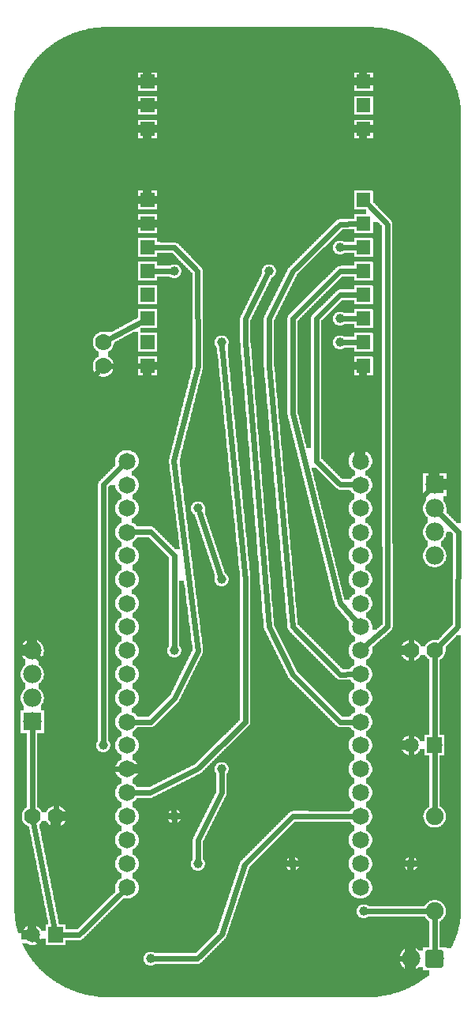
<source format=gtl>
G04 MADE WITH FRITZING*
G04 WWW.FRITZING.ORG*
G04 DOUBLE SIDED*
G04 HOLES PLATED*
G04 CONTOUR ON CENTER OF CONTOUR VECTOR*
%ASAXBY*%
%FSLAX23Y23*%
%MOIN*%
%OFA0B0*%
%SFA1.0B1.0*%
%ADD10C,0.075000*%
%ADD11C,0.078000*%
%ADD12C,0.071828*%
%ADD13C,0.070000*%
%ADD14C,0.065000*%
%ADD15C,0.039370*%
%ADD16R,0.078000X0.078000*%
%ADD17C,0.024000*%
%ADD18C,0.020000*%
%ADD19R,0.001000X0.001000*%
%LNCOPPER1*%
G90*
G70*
G54D10*
X1268Y2000D03*
X1398Y2133D03*
X615Y1905D03*
X315Y4061D03*
G54D11*
X116Y1202D03*
X116Y1302D03*
X116Y1402D03*
X116Y1502D03*
G54D12*
X516Y2301D03*
X516Y2201D03*
X516Y2102D03*
X516Y2001D03*
X516Y1902D03*
X516Y1802D03*
X516Y1701D03*
X516Y1602D03*
X516Y1502D03*
X516Y1402D03*
X516Y1302D03*
X516Y1201D03*
X516Y1102D03*
X516Y1002D03*
X516Y902D03*
X516Y802D03*
X516Y703D03*
X516Y602D03*
X516Y502D03*
X1502Y502D03*
X1502Y602D03*
X1502Y703D03*
X1502Y802D03*
X1502Y902D03*
X1502Y1002D03*
X1502Y1102D03*
X1502Y1201D03*
X1502Y1302D03*
X1502Y1402D03*
X1502Y1502D03*
X1502Y1602D03*
X1502Y1701D03*
X1502Y1802D03*
X1502Y1902D03*
X1502Y2001D03*
X1502Y2102D03*
X1502Y2201D03*
X1502Y2301D03*
G54D13*
X1716Y1502D03*
X1816Y1502D03*
X216Y802D03*
X116Y802D03*
X416Y2702D03*
X416Y2802D03*
G54D11*
X1816Y202D03*
X1716Y202D03*
X1816Y2202D03*
X1816Y2102D03*
X1816Y2002D03*
X1816Y1902D03*
G54D14*
X116Y302D03*
X216Y302D03*
X116Y302D03*
X216Y302D03*
X1716Y1102D03*
X1816Y1102D03*
X1716Y1102D03*
X1816Y1102D03*
G54D10*
X1816Y802D03*
X1816Y402D03*
G54D15*
X1416Y3202D03*
X1416Y2902D03*
X1416Y2802D03*
X1116Y3102D03*
X916Y2802D03*
X716Y3102D03*
X416Y1102D03*
X716Y1502D03*
X1516Y402D03*
X816Y2102D03*
X916Y1802D03*
X916Y1002D03*
X816Y602D03*
X716Y802D03*
X1716Y602D03*
X1216Y602D03*
X616Y202D03*
G54D16*
X116Y1202D03*
X1816Y2202D03*
G54D17*
X1417Y3301D02*
X1482Y3302D01*
D02*
X1471Y1402D02*
X1417Y1401D01*
D02*
X1216Y3102D02*
X1417Y3301D01*
D02*
X1117Y2703D02*
X1117Y2902D01*
D02*
X1216Y1602D02*
X1117Y2703D01*
D02*
X1417Y1401D02*
X1216Y1602D01*
D02*
X1117Y2902D02*
X1216Y3102D01*
D02*
X1616Y3301D02*
X1617Y1602D01*
D02*
X1617Y1602D02*
X1525Y1522D01*
D02*
X1541Y3378D02*
X1616Y3301D01*
D02*
X1316Y2902D02*
X1417Y3003D01*
D02*
X1471Y2202D02*
X1417Y2203D01*
D02*
X1417Y2203D02*
X1317Y2301D01*
D02*
X1317Y2301D02*
X1316Y2902D01*
D02*
X1417Y3003D02*
X1482Y3003D01*
D02*
X1417Y3102D02*
X1482Y3103D01*
D02*
X1482Y1625D02*
X1416Y1702D01*
D02*
X1316Y3003D02*
X1417Y3102D01*
D02*
X1216Y2502D02*
X1216Y2902D01*
D02*
X1416Y1702D02*
X1316Y2103D01*
D02*
X1316Y2103D02*
X1216Y2502D01*
D02*
X1216Y2902D02*
X1316Y3003D01*
D02*
X1482Y3203D02*
X1435Y3202D01*
D02*
X1482Y2903D02*
X1435Y2902D01*
D02*
X1482Y2803D02*
X1435Y2802D01*
D02*
X1017Y2803D02*
X1017Y2902D01*
D02*
X1216Y1401D02*
X1116Y1602D01*
D02*
X1417Y1201D02*
X1216Y1401D01*
D02*
X1116Y1602D02*
X1017Y2803D01*
D02*
X1017Y2902D02*
X1108Y3085D01*
D02*
X1471Y1201D02*
X1417Y1201D01*
D02*
X816Y1501D02*
X717Y1301D01*
D02*
X717Y1301D02*
X617Y1201D01*
D02*
X617Y1201D02*
X547Y1201D01*
D02*
X816Y2702D02*
X715Y2302D01*
D02*
X715Y2302D02*
X816Y1501D01*
D02*
X638Y3202D02*
X717Y3202D01*
D02*
X815Y3102D02*
X816Y2702D01*
D02*
X717Y3202D02*
X815Y3102D01*
D02*
X1017Y1801D02*
X1016Y1201D01*
D02*
X815Y1003D02*
X615Y903D01*
D02*
X1016Y1201D02*
X815Y1003D01*
D02*
X615Y903D02*
X547Y903D01*
D02*
X918Y2783D02*
X1017Y1801D01*
D02*
X697Y3102D02*
X638Y3103D01*
D02*
X572Y2886D02*
X439Y2815D01*
D02*
X568Y2703D02*
X442Y2702D01*
D02*
X416Y1002D02*
X316Y1102D01*
D02*
X316Y1102D02*
X316Y2601D01*
D02*
X316Y2601D02*
X398Y2684D01*
D02*
X486Y1002D02*
X416Y1002D01*
D02*
X416Y2202D02*
X495Y2280D01*
D02*
X416Y1121D02*
X416Y2202D01*
D02*
X717Y1902D02*
X616Y2003D01*
D02*
X616Y2003D02*
X547Y2002D01*
D02*
X716Y1521D02*
X717Y1902D01*
D02*
X1788Y402D02*
X1535Y402D01*
D02*
X1816Y1077D02*
X1816Y831D01*
D02*
X1816Y1127D02*
X1816Y1476D01*
D02*
X1916Y2003D02*
X1915Y1602D01*
D02*
X1915Y1602D02*
X1915Y1602D01*
D02*
X1838Y2081D02*
X1916Y2003D01*
D02*
X1915Y1602D02*
X1835Y1521D01*
D02*
X1716Y1476D02*
X1716Y1127D01*
D02*
X1816Y373D02*
X1816Y232D01*
D02*
X315Y303D02*
X241Y302D01*
D02*
X495Y481D02*
X315Y303D01*
D02*
X121Y776D02*
X211Y326D01*
D02*
X116Y1172D02*
X116Y828D01*
D02*
X1015Y601D02*
X1216Y802D01*
D02*
X916Y303D02*
X1015Y601D01*
D02*
X815Y203D02*
X916Y303D01*
D02*
X1216Y802D02*
X1471Y802D01*
D02*
X635Y202D02*
X815Y203D01*
D02*
X1216Y401D02*
X1216Y583D01*
D02*
X1317Y301D02*
X1216Y401D01*
D02*
X1517Y203D02*
X1317Y301D01*
D02*
X1686Y202D02*
X1517Y203D01*
D02*
X1716Y1077D02*
X1716Y621D01*
D02*
X1717Y2103D02*
X1716Y1528D01*
D02*
X1795Y2181D02*
X1717Y2103D01*
D02*
X216Y202D02*
X134Y284D01*
D02*
X716Y601D02*
X615Y302D01*
D02*
X615Y302D02*
X417Y201D01*
D02*
X417Y201D02*
X216Y202D01*
D02*
X716Y783D02*
X716Y601D01*
D02*
X816Y702D02*
X816Y621D01*
D02*
X916Y902D02*
X816Y702D01*
D02*
X916Y983D02*
X916Y902D01*
D02*
X822Y2084D02*
X910Y1820D01*
D02*
X215Y1401D02*
X137Y1480D01*
D02*
X216Y828D02*
X215Y1401D01*
G36*
X1556Y3311D02*
X1556Y3263D01*
X1594Y3263D01*
X1594Y3293D01*
X1592Y3293D01*
X1592Y3295D01*
X1590Y3295D01*
X1590Y3297D01*
X1588Y3297D01*
X1588Y3299D01*
X1586Y3299D01*
X1586Y3301D01*
X1584Y3301D01*
X1584Y3303D01*
X1582Y3303D01*
X1582Y3305D01*
X1580Y3305D01*
X1580Y3307D01*
X1578Y3307D01*
X1578Y3309D01*
X1576Y3309D01*
X1576Y3311D01*
X1556Y3311D01*
G37*
D02*
G36*
X1426Y3279D02*
X1426Y3277D01*
X1424Y3277D01*
X1424Y3275D01*
X1422Y3275D01*
X1422Y3273D01*
X1420Y3273D01*
X1420Y3271D01*
X1418Y3271D01*
X1418Y3269D01*
X1416Y3269D01*
X1416Y3267D01*
X1414Y3267D01*
X1414Y3265D01*
X1412Y3265D01*
X1412Y3263D01*
X1476Y3263D01*
X1476Y3279D01*
X1426Y3279D01*
G37*
D02*
G36*
X1410Y3263D02*
X1410Y3261D01*
X1594Y3261D01*
X1594Y3263D01*
X1410Y3263D01*
G37*
D02*
G36*
X1410Y3263D02*
X1410Y3261D01*
X1594Y3261D01*
X1594Y3263D01*
X1410Y3263D01*
G37*
D02*
G36*
X1408Y3261D02*
X1408Y3259D01*
X1406Y3259D01*
X1406Y3257D01*
X1404Y3257D01*
X1404Y3255D01*
X1402Y3255D01*
X1402Y3253D01*
X1400Y3253D01*
X1400Y3251D01*
X1398Y3251D01*
X1398Y3249D01*
X1396Y3249D01*
X1396Y3247D01*
X1394Y3247D01*
X1394Y3245D01*
X1392Y3245D01*
X1392Y3243D01*
X1554Y3243D01*
X1554Y3241D01*
X1556Y3241D01*
X1556Y3163D01*
X1594Y3163D01*
X1594Y3261D01*
X1408Y3261D01*
G37*
D02*
G36*
X1390Y3243D02*
X1390Y3241D01*
X1388Y3241D01*
X1388Y3239D01*
X1386Y3239D01*
X1386Y3237D01*
X1384Y3237D01*
X1384Y3235D01*
X1382Y3235D01*
X1382Y3233D01*
X1380Y3233D01*
X1380Y3231D01*
X1424Y3231D01*
X1424Y3229D01*
X1430Y3229D01*
X1430Y3227D01*
X1434Y3227D01*
X1434Y3225D01*
X1476Y3225D01*
X1476Y3241D01*
X1478Y3241D01*
X1478Y3243D01*
X1390Y3243D01*
G37*
D02*
G36*
X1378Y3231D02*
X1378Y3229D01*
X1376Y3229D01*
X1376Y3227D01*
X1374Y3227D01*
X1374Y3225D01*
X1372Y3225D01*
X1372Y3223D01*
X1370Y3223D01*
X1370Y3221D01*
X1368Y3221D01*
X1368Y3219D01*
X1366Y3219D01*
X1366Y3217D01*
X1364Y3217D01*
X1364Y3215D01*
X1362Y3215D01*
X1362Y3213D01*
X1360Y3213D01*
X1360Y3211D01*
X1358Y3211D01*
X1358Y3209D01*
X1356Y3209D01*
X1356Y3207D01*
X1354Y3207D01*
X1354Y3205D01*
X1352Y3205D01*
X1352Y3203D01*
X1348Y3203D01*
X1348Y3201D01*
X1346Y3201D01*
X1346Y3199D01*
X1344Y3199D01*
X1344Y3197D01*
X1342Y3197D01*
X1342Y3195D01*
X1340Y3195D01*
X1340Y3193D01*
X1338Y3193D01*
X1338Y3191D01*
X1336Y3191D01*
X1336Y3189D01*
X1334Y3189D01*
X1334Y3187D01*
X1332Y3187D01*
X1332Y3185D01*
X1330Y3185D01*
X1330Y3183D01*
X1328Y3183D01*
X1328Y3181D01*
X1326Y3181D01*
X1326Y3179D01*
X1324Y3179D01*
X1324Y3177D01*
X1322Y3177D01*
X1322Y3175D01*
X1320Y3175D01*
X1320Y3173D01*
X1406Y3173D01*
X1406Y3175D01*
X1402Y3175D01*
X1402Y3177D01*
X1398Y3177D01*
X1398Y3179D01*
X1396Y3179D01*
X1396Y3181D01*
X1394Y3181D01*
X1394Y3183D01*
X1392Y3183D01*
X1392Y3187D01*
X1390Y3187D01*
X1390Y3191D01*
X1388Y3191D01*
X1388Y3199D01*
X1386Y3199D01*
X1386Y3205D01*
X1388Y3205D01*
X1388Y3213D01*
X1390Y3213D01*
X1390Y3217D01*
X1392Y3217D01*
X1392Y3219D01*
X1394Y3219D01*
X1394Y3223D01*
X1396Y3223D01*
X1396Y3225D01*
X1400Y3225D01*
X1400Y3227D01*
X1402Y3227D01*
X1402Y3229D01*
X1408Y3229D01*
X1408Y3231D01*
X1378Y3231D01*
G37*
D02*
G36*
X1444Y3181D02*
X1444Y3179D01*
X1434Y3179D01*
X1434Y3177D01*
X1430Y3177D01*
X1430Y3175D01*
X1426Y3175D01*
X1426Y3173D01*
X1476Y3173D01*
X1476Y3181D01*
X1444Y3181D01*
G37*
D02*
G36*
X1318Y3173D02*
X1318Y3171D01*
X1476Y3171D01*
X1476Y3173D01*
X1318Y3173D01*
G37*
D02*
G36*
X1318Y3173D02*
X1318Y3171D01*
X1476Y3171D01*
X1476Y3173D01*
X1318Y3173D01*
G37*
D02*
G36*
X1316Y3171D02*
X1316Y3169D01*
X1314Y3169D01*
X1314Y3167D01*
X1312Y3167D01*
X1312Y3165D01*
X1310Y3165D01*
X1310Y3163D01*
X1476Y3163D01*
X1476Y3171D01*
X1316Y3171D01*
G37*
D02*
G36*
X1308Y3163D02*
X1308Y3161D01*
X1594Y3161D01*
X1594Y3163D01*
X1308Y3163D01*
G37*
D02*
G36*
X1308Y3163D02*
X1308Y3161D01*
X1594Y3161D01*
X1594Y3163D01*
X1308Y3163D01*
G37*
D02*
G36*
X1306Y3161D02*
X1306Y3159D01*
X1304Y3159D01*
X1304Y3157D01*
X1302Y3157D01*
X1302Y3155D01*
X1300Y3155D01*
X1300Y3153D01*
X1298Y3153D01*
X1298Y3151D01*
X1296Y3151D01*
X1296Y3149D01*
X1294Y3149D01*
X1294Y3147D01*
X1292Y3147D01*
X1292Y3145D01*
X1290Y3145D01*
X1290Y3143D01*
X1554Y3143D01*
X1554Y3141D01*
X1556Y3141D01*
X1556Y3063D01*
X1594Y3063D01*
X1594Y3161D01*
X1306Y3161D01*
G37*
D02*
G36*
X1288Y3143D02*
X1288Y3141D01*
X1286Y3141D01*
X1286Y3139D01*
X1284Y3139D01*
X1284Y3137D01*
X1282Y3137D01*
X1282Y3135D01*
X1280Y3135D01*
X1280Y3133D01*
X1278Y3133D01*
X1278Y3131D01*
X1276Y3131D01*
X1276Y3129D01*
X1274Y3129D01*
X1274Y3127D01*
X1272Y3127D01*
X1272Y3125D01*
X1270Y3125D01*
X1270Y3123D01*
X1268Y3123D01*
X1268Y3121D01*
X1266Y3121D01*
X1266Y3119D01*
X1264Y3119D01*
X1264Y3117D01*
X1262Y3117D01*
X1262Y3115D01*
X1260Y3115D01*
X1260Y3113D01*
X1258Y3113D01*
X1258Y3111D01*
X1256Y3111D01*
X1256Y3109D01*
X1254Y3109D01*
X1254Y3107D01*
X1252Y3107D01*
X1252Y3105D01*
X1250Y3105D01*
X1250Y3103D01*
X1248Y3103D01*
X1248Y3101D01*
X1246Y3101D01*
X1246Y3099D01*
X1244Y3099D01*
X1244Y3097D01*
X1242Y3097D01*
X1242Y3095D01*
X1240Y3095D01*
X1240Y3093D01*
X1238Y3093D01*
X1238Y3091D01*
X1236Y3091D01*
X1236Y3089D01*
X1234Y3089D01*
X1234Y3085D01*
X1232Y3085D01*
X1232Y3081D01*
X1230Y3081D01*
X1230Y3077D01*
X1228Y3077D01*
X1228Y3073D01*
X1226Y3073D01*
X1226Y3069D01*
X1224Y3069D01*
X1224Y3065D01*
X1222Y3065D01*
X1222Y3061D01*
X1220Y3061D01*
X1220Y3057D01*
X1218Y3057D01*
X1218Y3053D01*
X1216Y3053D01*
X1216Y3049D01*
X1214Y3049D01*
X1214Y3045D01*
X1212Y3045D01*
X1212Y3041D01*
X1210Y3041D01*
X1210Y3037D01*
X1208Y3037D01*
X1208Y3033D01*
X1206Y3033D01*
X1206Y3029D01*
X1204Y3029D01*
X1204Y3025D01*
X1202Y3025D01*
X1202Y3021D01*
X1200Y3021D01*
X1200Y3017D01*
X1198Y3017D01*
X1198Y3013D01*
X1196Y3013D01*
X1196Y3009D01*
X1194Y3009D01*
X1194Y3005D01*
X1192Y3005D01*
X1192Y3001D01*
X1190Y3001D01*
X1190Y2997D01*
X1188Y2997D01*
X1188Y2993D01*
X1186Y2993D01*
X1186Y2989D01*
X1184Y2989D01*
X1184Y2985D01*
X1182Y2985D01*
X1182Y2981D01*
X1180Y2981D01*
X1180Y2977D01*
X1178Y2977D01*
X1178Y2973D01*
X1176Y2973D01*
X1176Y2969D01*
X1174Y2969D01*
X1174Y2965D01*
X1172Y2965D01*
X1172Y2961D01*
X1170Y2961D01*
X1170Y2957D01*
X1168Y2957D01*
X1168Y2953D01*
X1166Y2953D01*
X1166Y2949D01*
X1164Y2949D01*
X1164Y2945D01*
X1162Y2945D01*
X1162Y2941D01*
X1160Y2941D01*
X1160Y2937D01*
X1158Y2937D01*
X1158Y2933D01*
X1156Y2933D01*
X1156Y2929D01*
X1154Y2929D01*
X1154Y2925D01*
X1152Y2925D01*
X1152Y2921D01*
X1150Y2921D01*
X1150Y2917D01*
X1148Y2917D01*
X1148Y2913D01*
X1146Y2913D01*
X1146Y2909D01*
X1144Y2909D01*
X1144Y2905D01*
X1142Y2905D01*
X1142Y2901D01*
X1140Y2901D01*
X1140Y2897D01*
X1138Y2897D01*
X1138Y2699D01*
X1140Y2699D01*
X1140Y2677D01*
X1142Y2677D01*
X1142Y2655D01*
X1144Y2655D01*
X1144Y2633D01*
X1146Y2633D01*
X1146Y2611D01*
X1148Y2611D01*
X1148Y2589D01*
X1150Y2589D01*
X1150Y2567D01*
X1152Y2567D01*
X1152Y2545D01*
X1154Y2545D01*
X1154Y2523D01*
X1156Y2523D01*
X1156Y2501D01*
X1158Y2501D01*
X1158Y2479D01*
X1160Y2479D01*
X1160Y2457D01*
X1162Y2457D01*
X1162Y2433D01*
X1164Y2433D01*
X1164Y2411D01*
X1166Y2411D01*
X1166Y2389D01*
X1168Y2389D01*
X1168Y2367D01*
X1170Y2367D01*
X1170Y2345D01*
X1172Y2345D01*
X1172Y2323D01*
X1174Y2323D01*
X1174Y2301D01*
X1176Y2301D01*
X1176Y2279D01*
X1178Y2279D01*
X1178Y2257D01*
X1180Y2257D01*
X1180Y2235D01*
X1182Y2235D01*
X1182Y2213D01*
X1184Y2213D01*
X1184Y2191D01*
X1186Y2191D01*
X1186Y2169D01*
X1188Y2169D01*
X1188Y2147D01*
X1190Y2147D01*
X1190Y2125D01*
X1192Y2125D01*
X1192Y2103D01*
X1194Y2103D01*
X1194Y2081D01*
X1196Y2081D01*
X1196Y2059D01*
X1198Y2059D01*
X1198Y2037D01*
X1200Y2037D01*
X1200Y2015D01*
X1202Y2015D01*
X1202Y1993D01*
X1204Y1993D01*
X1204Y1971D01*
X1206Y1971D01*
X1206Y1949D01*
X1208Y1949D01*
X1208Y1927D01*
X1210Y1927D01*
X1210Y1903D01*
X1212Y1903D01*
X1212Y1881D01*
X1214Y1881D01*
X1214Y1859D01*
X1216Y1859D01*
X1216Y1837D01*
X1218Y1837D01*
X1218Y1815D01*
X1220Y1815D01*
X1220Y1793D01*
X1222Y1793D01*
X1222Y1771D01*
X1224Y1771D01*
X1224Y1749D01*
X1226Y1749D01*
X1226Y1727D01*
X1228Y1727D01*
X1228Y1705D01*
X1230Y1705D01*
X1230Y1683D01*
X1232Y1683D01*
X1232Y1661D01*
X1234Y1661D01*
X1234Y1639D01*
X1236Y1639D01*
X1236Y1617D01*
X1238Y1617D01*
X1238Y1611D01*
X1240Y1611D01*
X1240Y1609D01*
X1242Y1609D01*
X1242Y1607D01*
X1244Y1607D01*
X1244Y1605D01*
X1246Y1605D01*
X1246Y1603D01*
X1248Y1603D01*
X1248Y1601D01*
X1250Y1601D01*
X1250Y1599D01*
X1252Y1599D01*
X1252Y1597D01*
X1254Y1597D01*
X1254Y1595D01*
X1256Y1595D01*
X1256Y1593D01*
X1258Y1593D01*
X1258Y1591D01*
X1260Y1591D01*
X1260Y1589D01*
X1262Y1589D01*
X1262Y1587D01*
X1264Y1587D01*
X1264Y1585D01*
X1266Y1585D01*
X1266Y1583D01*
X1268Y1583D01*
X1268Y1581D01*
X1270Y1581D01*
X1270Y1579D01*
X1272Y1579D01*
X1272Y1577D01*
X1274Y1577D01*
X1274Y1575D01*
X1276Y1575D01*
X1276Y1573D01*
X1278Y1573D01*
X1278Y1571D01*
X1280Y1571D01*
X1280Y1569D01*
X1282Y1569D01*
X1282Y1567D01*
X1284Y1567D01*
X1284Y1565D01*
X1286Y1565D01*
X1286Y1563D01*
X1288Y1563D01*
X1288Y1561D01*
X1290Y1561D01*
X1290Y1559D01*
X1292Y1559D01*
X1292Y1557D01*
X1294Y1557D01*
X1294Y1555D01*
X1296Y1555D01*
X1296Y1553D01*
X1298Y1553D01*
X1298Y1551D01*
X1300Y1551D01*
X1300Y1549D01*
X1302Y1549D01*
X1302Y1547D01*
X1304Y1547D01*
X1304Y1545D01*
X1306Y1545D01*
X1306Y1543D01*
X1308Y1543D01*
X1308Y1541D01*
X1310Y1541D01*
X1310Y1539D01*
X1312Y1539D01*
X1312Y1537D01*
X1314Y1537D01*
X1314Y1535D01*
X1316Y1535D01*
X1316Y1533D01*
X1318Y1533D01*
X1318Y1531D01*
X1320Y1531D01*
X1320Y1529D01*
X1322Y1529D01*
X1322Y1527D01*
X1324Y1527D01*
X1324Y1525D01*
X1326Y1525D01*
X1326Y1523D01*
X1328Y1523D01*
X1328Y1521D01*
X1330Y1521D01*
X1330Y1519D01*
X1332Y1519D01*
X1332Y1517D01*
X1334Y1517D01*
X1334Y1515D01*
X1336Y1515D01*
X1336Y1513D01*
X1338Y1513D01*
X1338Y1511D01*
X1340Y1511D01*
X1340Y1509D01*
X1342Y1509D01*
X1342Y1507D01*
X1344Y1507D01*
X1344Y1505D01*
X1346Y1505D01*
X1346Y1503D01*
X1348Y1503D01*
X1348Y1501D01*
X1350Y1501D01*
X1350Y1499D01*
X1352Y1499D01*
X1352Y1497D01*
X1354Y1497D01*
X1354Y1495D01*
X1356Y1495D01*
X1356Y1493D01*
X1358Y1493D01*
X1358Y1491D01*
X1360Y1491D01*
X1360Y1489D01*
X1362Y1489D01*
X1362Y1487D01*
X1364Y1487D01*
X1364Y1485D01*
X1366Y1485D01*
X1366Y1483D01*
X1368Y1483D01*
X1368Y1481D01*
X1370Y1481D01*
X1370Y1479D01*
X1372Y1479D01*
X1372Y1477D01*
X1374Y1477D01*
X1374Y1475D01*
X1376Y1475D01*
X1376Y1473D01*
X1378Y1473D01*
X1378Y1471D01*
X1380Y1471D01*
X1380Y1469D01*
X1382Y1469D01*
X1382Y1467D01*
X1384Y1467D01*
X1384Y1465D01*
X1386Y1465D01*
X1386Y1463D01*
X1388Y1463D01*
X1388Y1461D01*
X1390Y1461D01*
X1390Y1459D01*
X1392Y1459D01*
X1392Y1457D01*
X1394Y1457D01*
X1394Y1455D01*
X1396Y1455D01*
X1396Y1453D01*
X1398Y1453D01*
X1398Y1451D01*
X1400Y1451D01*
X1400Y1449D01*
X1402Y1449D01*
X1402Y1447D01*
X1404Y1447D01*
X1404Y1445D01*
X1406Y1445D01*
X1406Y1443D01*
X1408Y1443D01*
X1408Y1441D01*
X1410Y1441D01*
X1410Y1439D01*
X1412Y1439D01*
X1412Y1437D01*
X1414Y1437D01*
X1414Y1435D01*
X1416Y1435D01*
X1416Y1433D01*
X1418Y1433D01*
X1418Y1431D01*
X1420Y1431D01*
X1420Y1429D01*
X1422Y1429D01*
X1422Y1427D01*
X1424Y1427D01*
X1424Y1425D01*
X1426Y1425D01*
X1426Y1423D01*
X1458Y1423D01*
X1458Y1425D01*
X1460Y1425D01*
X1460Y1429D01*
X1462Y1429D01*
X1462Y1431D01*
X1464Y1431D01*
X1464Y1433D01*
X1466Y1433D01*
X1466Y1435D01*
X1468Y1435D01*
X1468Y1437D01*
X1472Y1437D01*
X1472Y1439D01*
X1474Y1439D01*
X1474Y1441D01*
X1478Y1441D01*
X1478Y1461D01*
X1476Y1461D01*
X1476Y1463D01*
X1472Y1463D01*
X1472Y1465D01*
X1470Y1465D01*
X1470Y1467D01*
X1468Y1467D01*
X1468Y1469D01*
X1466Y1469D01*
X1466Y1471D01*
X1464Y1471D01*
X1464Y1473D01*
X1462Y1473D01*
X1462Y1475D01*
X1460Y1475D01*
X1460Y1477D01*
X1458Y1477D01*
X1458Y1481D01*
X1456Y1481D01*
X1456Y1485D01*
X1454Y1485D01*
X1454Y1491D01*
X1452Y1491D01*
X1452Y1511D01*
X1454Y1511D01*
X1454Y1517D01*
X1456Y1517D01*
X1456Y1521D01*
X1458Y1521D01*
X1458Y1525D01*
X1460Y1525D01*
X1460Y1527D01*
X1462Y1527D01*
X1462Y1531D01*
X1464Y1531D01*
X1464Y1533D01*
X1466Y1533D01*
X1466Y1535D01*
X1470Y1535D01*
X1470Y1537D01*
X1472Y1537D01*
X1472Y1539D01*
X1476Y1539D01*
X1476Y1541D01*
X1480Y1541D01*
X1480Y1561D01*
X1478Y1561D01*
X1478Y1563D01*
X1474Y1563D01*
X1474Y1565D01*
X1470Y1565D01*
X1470Y1567D01*
X1468Y1567D01*
X1468Y1569D01*
X1466Y1569D01*
X1466Y1571D01*
X1464Y1571D01*
X1464Y1573D01*
X1462Y1573D01*
X1462Y1575D01*
X1460Y1575D01*
X1460Y1579D01*
X1458Y1579D01*
X1458Y1581D01*
X1456Y1581D01*
X1456Y1585D01*
X1454Y1585D01*
X1454Y1591D01*
X1452Y1591D01*
X1452Y1627D01*
X1450Y1627D01*
X1450Y1629D01*
X1448Y1629D01*
X1448Y1631D01*
X1446Y1631D01*
X1446Y1633D01*
X1444Y1633D01*
X1444Y1637D01*
X1442Y1637D01*
X1442Y1639D01*
X1440Y1639D01*
X1440Y1641D01*
X1438Y1641D01*
X1438Y1643D01*
X1436Y1643D01*
X1436Y1645D01*
X1434Y1645D01*
X1434Y1647D01*
X1432Y1647D01*
X1432Y1651D01*
X1430Y1651D01*
X1430Y1653D01*
X1428Y1653D01*
X1428Y1655D01*
X1426Y1655D01*
X1426Y1657D01*
X1424Y1657D01*
X1424Y1659D01*
X1422Y1659D01*
X1422Y1661D01*
X1420Y1661D01*
X1420Y1665D01*
X1418Y1665D01*
X1418Y1667D01*
X1416Y1667D01*
X1416Y1669D01*
X1414Y1669D01*
X1414Y1671D01*
X1412Y1671D01*
X1412Y1673D01*
X1410Y1673D01*
X1410Y1675D01*
X1408Y1675D01*
X1408Y1677D01*
X1406Y1677D01*
X1406Y1681D01*
X1404Y1681D01*
X1404Y1683D01*
X1402Y1683D01*
X1402Y1685D01*
X1400Y1685D01*
X1400Y1687D01*
X1398Y1687D01*
X1398Y1691D01*
X1396Y1691D01*
X1396Y1695D01*
X1394Y1695D01*
X1394Y1701D01*
X1392Y1701D01*
X1392Y1709D01*
X1390Y1709D01*
X1390Y1717D01*
X1388Y1717D01*
X1388Y1725D01*
X1386Y1725D01*
X1386Y1733D01*
X1384Y1733D01*
X1384Y1741D01*
X1382Y1741D01*
X1382Y1749D01*
X1380Y1749D01*
X1380Y1757D01*
X1378Y1757D01*
X1378Y1765D01*
X1376Y1765D01*
X1376Y1773D01*
X1374Y1773D01*
X1374Y1781D01*
X1372Y1781D01*
X1372Y1791D01*
X1370Y1791D01*
X1370Y1799D01*
X1368Y1799D01*
X1368Y1807D01*
X1366Y1807D01*
X1366Y1815D01*
X1364Y1815D01*
X1364Y1823D01*
X1362Y1823D01*
X1362Y1831D01*
X1360Y1831D01*
X1360Y1839D01*
X1358Y1839D01*
X1358Y1847D01*
X1356Y1847D01*
X1356Y1855D01*
X1354Y1855D01*
X1354Y1863D01*
X1352Y1863D01*
X1352Y1871D01*
X1350Y1871D01*
X1350Y1879D01*
X1348Y1879D01*
X1348Y1887D01*
X1346Y1887D01*
X1346Y1895D01*
X1344Y1895D01*
X1344Y1903D01*
X1342Y1903D01*
X1342Y1911D01*
X1340Y1911D01*
X1340Y1919D01*
X1338Y1919D01*
X1338Y1927D01*
X1336Y1927D01*
X1336Y1935D01*
X1334Y1935D01*
X1334Y1943D01*
X1332Y1943D01*
X1332Y1951D01*
X1330Y1951D01*
X1330Y1959D01*
X1328Y1959D01*
X1328Y1967D01*
X1326Y1967D01*
X1326Y1975D01*
X1324Y1975D01*
X1324Y1983D01*
X1322Y1983D01*
X1322Y1991D01*
X1320Y1991D01*
X1320Y1999D01*
X1318Y1999D01*
X1318Y2007D01*
X1316Y2007D01*
X1316Y2015D01*
X1314Y2015D01*
X1314Y2023D01*
X1312Y2023D01*
X1312Y2031D01*
X1310Y2031D01*
X1310Y2039D01*
X1308Y2039D01*
X1308Y2047D01*
X1306Y2047D01*
X1306Y2055D01*
X1304Y2055D01*
X1304Y2063D01*
X1302Y2063D01*
X1302Y2071D01*
X1300Y2071D01*
X1300Y2079D01*
X1298Y2079D01*
X1298Y2087D01*
X1296Y2087D01*
X1296Y2095D01*
X1294Y2095D01*
X1294Y2103D01*
X1292Y2103D01*
X1292Y2111D01*
X1290Y2111D01*
X1290Y2119D01*
X1288Y2119D01*
X1288Y2127D01*
X1286Y2127D01*
X1286Y2135D01*
X1284Y2135D01*
X1284Y2143D01*
X1282Y2143D01*
X1282Y2151D01*
X1280Y2151D01*
X1280Y2159D01*
X1278Y2159D01*
X1278Y2167D01*
X1276Y2167D01*
X1276Y2175D01*
X1274Y2175D01*
X1274Y2183D01*
X1272Y2183D01*
X1272Y2191D01*
X1270Y2191D01*
X1270Y2199D01*
X1268Y2199D01*
X1268Y2207D01*
X1266Y2207D01*
X1266Y2215D01*
X1264Y2215D01*
X1264Y2223D01*
X1262Y2223D01*
X1262Y2231D01*
X1260Y2231D01*
X1260Y2239D01*
X1258Y2239D01*
X1258Y2247D01*
X1256Y2247D01*
X1256Y2255D01*
X1254Y2255D01*
X1254Y2263D01*
X1252Y2263D01*
X1252Y2271D01*
X1250Y2271D01*
X1250Y2279D01*
X1248Y2279D01*
X1248Y2287D01*
X1246Y2287D01*
X1246Y2295D01*
X1244Y2295D01*
X1244Y2303D01*
X1242Y2303D01*
X1242Y2311D01*
X1240Y2311D01*
X1240Y2319D01*
X1238Y2319D01*
X1238Y2327D01*
X1236Y2327D01*
X1236Y2335D01*
X1234Y2335D01*
X1234Y2343D01*
X1232Y2343D01*
X1232Y2351D01*
X1230Y2351D01*
X1230Y2359D01*
X1228Y2359D01*
X1228Y2367D01*
X1226Y2367D01*
X1226Y2375D01*
X1224Y2375D01*
X1224Y2383D01*
X1222Y2383D01*
X1222Y2391D01*
X1220Y2391D01*
X1220Y2399D01*
X1218Y2399D01*
X1218Y2407D01*
X1216Y2407D01*
X1216Y2415D01*
X1214Y2415D01*
X1214Y2423D01*
X1212Y2423D01*
X1212Y2431D01*
X1210Y2431D01*
X1210Y2439D01*
X1208Y2439D01*
X1208Y2447D01*
X1206Y2447D01*
X1206Y2455D01*
X1204Y2455D01*
X1204Y2463D01*
X1202Y2463D01*
X1202Y2471D01*
X1200Y2471D01*
X1200Y2479D01*
X1198Y2479D01*
X1198Y2487D01*
X1196Y2487D01*
X1196Y2495D01*
X1194Y2495D01*
X1194Y2907D01*
X1196Y2907D01*
X1196Y2913D01*
X1198Y2913D01*
X1198Y2915D01*
X1200Y2915D01*
X1200Y2919D01*
X1202Y2919D01*
X1202Y2921D01*
X1204Y2921D01*
X1204Y2923D01*
X1206Y2923D01*
X1206Y2925D01*
X1208Y2925D01*
X1208Y2927D01*
X1210Y2927D01*
X1210Y2929D01*
X1212Y2929D01*
X1212Y2931D01*
X1214Y2931D01*
X1214Y2933D01*
X1216Y2933D01*
X1216Y2935D01*
X1218Y2935D01*
X1218Y2937D01*
X1220Y2937D01*
X1220Y2939D01*
X1222Y2939D01*
X1222Y2941D01*
X1224Y2941D01*
X1224Y2943D01*
X1226Y2943D01*
X1226Y2945D01*
X1228Y2945D01*
X1228Y2947D01*
X1230Y2947D01*
X1230Y2949D01*
X1232Y2949D01*
X1232Y2951D01*
X1234Y2951D01*
X1234Y2953D01*
X1236Y2953D01*
X1236Y2955D01*
X1238Y2955D01*
X1238Y2957D01*
X1240Y2957D01*
X1240Y2959D01*
X1242Y2959D01*
X1242Y2961D01*
X1244Y2961D01*
X1244Y2963D01*
X1246Y2963D01*
X1246Y2965D01*
X1248Y2965D01*
X1248Y2967D01*
X1250Y2967D01*
X1250Y2969D01*
X1252Y2969D01*
X1252Y2971D01*
X1254Y2971D01*
X1254Y2973D01*
X1256Y2973D01*
X1256Y2975D01*
X1258Y2975D01*
X1258Y2977D01*
X1260Y2977D01*
X1260Y2979D01*
X1262Y2979D01*
X1262Y2981D01*
X1264Y2981D01*
X1264Y2983D01*
X1266Y2983D01*
X1266Y2985D01*
X1268Y2985D01*
X1268Y2987D01*
X1270Y2987D01*
X1270Y2989D01*
X1272Y2989D01*
X1272Y2991D01*
X1274Y2991D01*
X1274Y2993D01*
X1276Y2993D01*
X1276Y2995D01*
X1278Y2995D01*
X1278Y2997D01*
X1280Y2997D01*
X1280Y2999D01*
X1282Y2999D01*
X1282Y3001D01*
X1284Y3001D01*
X1284Y3003D01*
X1286Y3003D01*
X1286Y3005D01*
X1288Y3005D01*
X1288Y3007D01*
X1290Y3007D01*
X1290Y3009D01*
X1292Y3009D01*
X1292Y3011D01*
X1294Y3011D01*
X1294Y3013D01*
X1296Y3013D01*
X1296Y3015D01*
X1298Y3015D01*
X1298Y3017D01*
X1300Y3017D01*
X1300Y3019D01*
X1302Y3019D01*
X1302Y3021D01*
X1304Y3021D01*
X1304Y3023D01*
X1306Y3023D01*
X1306Y3025D01*
X1308Y3025D01*
X1308Y3027D01*
X1310Y3027D01*
X1310Y3029D01*
X1312Y3029D01*
X1312Y3031D01*
X1314Y3031D01*
X1314Y3033D01*
X1316Y3033D01*
X1316Y3035D01*
X1318Y3035D01*
X1318Y3037D01*
X1320Y3037D01*
X1320Y3039D01*
X1322Y3039D01*
X1322Y3041D01*
X1324Y3041D01*
X1324Y3043D01*
X1326Y3043D01*
X1326Y3045D01*
X1328Y3045D01*
X1328Y3047D01*
X1330Y3047D01*
X1330Y3049D01*
X1332Y3049D01*
X1332Y3051D01*
X1334Y3051D01*
X1334Y3053D01*
X1336Y3053D01*
X1336Y3055D01*
X1338Y3055D01*
X1338Y3057D01*
X1340Y3057D01*
X1340Y3059D01*
X1342Y3059D01*
X1342Y3061D01*
X1344Y3061D01*
X1344Y3063D01*
X1348Y3063D01*
X1348Y3065D01*
X1350Y3065D01*
X1350Y3067D01*
X1352Y3067D01*
X1352Y3069D01*
X1354Y3069D01*
X1354Y3071D01*
X1356Y3071D01*
X1356Y3073D01*
X1358Y3073D01*
X1358Y3075D01*
X1360Y3075D01*
X1360Y3077D01*
X1362Y3077D01*
X1362Y3079D01*
X1364Y3079D01*
X1364Y3081D01*
X1366Y3081D01*
X1366Y3083D01*
X1368Y3083D01*
X1368Y3085D01*
X1370Y3085D01*
X1370Y3087D01*
X1372Y3087D01*
X1372Y3089D01*
X1374Y3089D01*
X1374Y3091D01*
X1376Y3091D01*
X1376Y3093D01*
X1378Y3093D01*
X1378Y3095D01*
X1380Y3095D01*
X1380Y3097D01*
X1382Y3097D01*
X1382Y3099D01*
X1384Y3099D01*
X1384Y3101D01*
X1386Y3101D01*
X1386Y3103D01*
X1388Y3103D01*
X1388Y3105D01*
X1390Y3105D01*
X1390Y3107D01*
X1392Y3107D01*
X1392Y3109D01*
X1394Y3109D01*
X1394Y3111D01*
X1396Y3111D01*
X1396Y3113D01*
X1398Y3113D01*
X1398Y3115D01*
X1400Y3115D01*
X1400Y3117D01*
X1402Y3117D01*
X1402Y3119D01*
X1404Y3119D01*
X1404Y3121D01*
X1408Y3121D01*
X1408Y3123D01*
X1420Y3123D01*
X1420Y3125D01*
X1476Y3125D01*
X1476Y3141D01*
X1478Y3141D01*
X1478Y3143D01*
X1288Y3143D01*
G37*
D02*
G36*
X1426Y3081D02*
X1426Y3079D01*
X1424Y3079D01*
X1424Y3077D01*
X1422Y3077D01*
X1422Y3075D01*
X1420Y3075D01*
X1420Y3073D01*
X1418Y3073D01*
X1418Y3071D01*
X1416Y3071D01*
X1416Y3069D01*
X1414Y3069D01*
X1414Y3067D01*
X1412Y3067D01*
X1412Y3065D01*
X1410Y3065D01*
X1410Y3063D01*
X1476Y3063D01*
X1476Y3081D01*
X1426Y3081D01*
G37*
D02*
G36*
X1408Y3063D02*
X1408Y3061D01*
X1594Y3061D01*
X1594Y3063D01*
X1408Y3063D01*
G37*
D02*
G36*
X1408Y3063D02*
X1408Y3061D01*
X1594Y3061D01*
X1594Y3063D01*
X1408Y3063D01*
G37*
D02*
G36*
X1406Y3061D02*
X1406Y3059D01*
X1404Y3059D01*
X1404Y3057D01*
X1402Y3057D01*
X1402Y3055D01*
X1400Y3055D01*
X1400Y3053D01*
X1398Y3053D01*
X1398Y3051D01*
X1396Y3051D01*
X1396Y3049D01*
X1394Y3049D01*
X1394Y3047D01*
X1392Y3047D01*
X1392Y3045D01*
X1390Y3045D01*
X1390Y3043D01*
X1554Y3043D01*
X1554Y3041D01*
X1556Y3041D01*
X1556Y2963D01*
X1594Y2963D01*
X1594Y3061D01*
X1406Y3061D01*
G37*
D02*
G36*
X1388Y3043D02*
X1388Y3041D01*
X1386Y3041D01*
X1386Y3039D01*
X1384Y3039D01*
X1384Y3037D01*
X1382Y3037D01*
X1382Y3035D01*
X1380Y3035D01*
X1380Y3033D01*
X1378Y3033D01*
X1378Y3031D01*
X1376Y3031D01*
X1376Y3029D01*
X1374Y3029D01*
X1374Y3027D01*
X1372Y3027D01*
X1372Y3025D01*
X1370Y3025D01*
X1370Y3023D01*
X1366Y3023D01*
X1366Y3021D01*
X1364Y3021D01*
X1364Y3019D01*
X1362Y3019D01*
X1362Y3017D01*
X1360Y3017D01*
X1360Y3015D01*
X1358Y3015D01*
X1358Y3013D01*
X1356Y3013D01*
X1356Y3011D01*
X1354Y3011D01*
X1354Y3009D01*
X1352Y3009D01*
X1352Y3007D01*
X1350Y3007D01*
X1350Y3005D01*
X1348Y3005D01*
X1348Y3003D01*
X1346Y3003D01*
X1346Y3001D01*
X1344Y3001D01*
X1344Y2999D01*
X1342Y2999D01*
X1342Y2997D01*
X1340Y2997D01*
X1340Y2995D01*
X1338Y2995D01*
X1338Y2993D01*
X1336Y2993D01*
X1336Y2991D01*
X1334Y2991D01*
X1334Y2989D01*
X1332Y2989D01*
X1332Y2987D01*
X1330Y2987D01*
X1330Y2985D01*
X1328Y2985D01*
X1328Y2983D01*
X1326Y2983D01*
X1326Y2981D01*
X1324Y2981D01*
X1324Y2979D01*
X1322Y2979D01*
X1322Y2977D01*
X1320Y2977D01*
X1320Y2975D01*
X1318Y2975D01*
X1318Y2973D01*
X1316Y2973D01*
X1316Y2971D01*
X1314Y2971D01*
X1314Y2969D01*
X1312Y2969D01*
X1312Y2967D01*
X1310Y2967D01*
X1310Y2965D01*
X1308Y2965D01*
X1308Y2963D01*
X1306Y2963D01*
X1306Y2961D01*
X1304Y2961D01*
X1304Y2959D01*
X1302Y2959D01*
X1302Y2957D01*
X1300Y2957D01*
X1300Y2955D01*
X1298Y2955D01*
X1298Y2953D01*
X1296Y2953D01*
X1296Y2951D01*
X1294Y2951D01*
X1294Y2949D01*
X1292Y2949D01*
X1292Y2947D01*
X1290Y2947D01*
X1290Y2945D01*
X1288Y2945D01*
X1288Y2943D01*
X1286Y2943D01*
X1286Y2941D01*
X1284Y2941D01*
X1284Y2939D01*
X1282Y2939D01*
X1282Y2937D01*
X1280Y2937D01*
X1280Y2935D01*
X1278Y2935D01*
X1278Y2933D01*
X1276Y2933D01*
X1276Y2931D01*
X1274Y2931D01*
X1274Y2929D01*
X1272Y2929D01*
X1272Y2927D01*
X1270Y2927D01*
X1270Y2925D01*
X1268Y2925D01*
X1268Y2923D01*
X1266Y2923D01*
X1266Y2921D01*
X1264Y2921D01*
X1264Y2919D01*
X1262Y2919D01*
X1262Y2917D01*
X1260Y2917D01*
X1260Y2915D01*
X1258Y2915D01*
X1258Y2913D01*
X1256Y2913D01*
X1256Y2911D01*
X1254Y2911D01*
X1254Y2909D01*
X1252Y2909D01*
X1252Y2907D01*
X1250Y2907D01*
X1250Y2905D01*
X1248Y2905D01*
X1248Y2903D01*
X1246Y2903D01*
X1246Y2899D01*
X1244Y2899D01*
X1244Y2897D01*
X1242Y2897D01*
X1242Y2895D01*
X1240Y2895D01*
X1240Y2893D01*
X1238Y2893D01*
X1238Y2501D01*
X1240Y2501D01*
X1240Y2493D01*
X1242Y2493D01*
X1242Y2485D01*
X1244Y2485D01*
X1244Y2477D01*
X1246Y2477D01*
X1246Y2469D01*
X1248Y2469D01*
X1248Y2461D01*
X1250Y2461D01*
X1250Y2453D01*
X1252Y2453D01*
X1252Y2445D01*
X1254Y2445D01*
X1254Y2437D01*
X1256Y2437D01*
X1256Y2429D01*
X1258Y2429D01*
X1258Y2421D01*
X1260Y2421D01*
X1260Y2413D01*
X1262Y2413D01*
X1262Y2405D01*
X1264Y2405D01*
X1264Y2397D01*
X1266Y2397D01*
X1266Y2389D01*
X1268Y2389D01*
X1268Y2381D01*
X1270Y2381D01*
X1270Y2373D01*
X1272Y2373D01*
X1272Y2365D01*
X1274Y2365D01*
X1274Y2357D01*
X1294Y2357D01*
X1294Y2909D01*
X1296Y2909D01*
X1296Y2913D01*
X1298Y2913D01*
X1298Y2917D01*
X1300Y2917D01*
X1300Y2919D01*
X1302Y2919D01*
X1302Y2921D01*
X1304Y2921D01*
X1304Y2923D01*
X1306Y2923D01*
X1306Y2925D01*
X1308Y2925D01*
X1308Y2927D01*
X1310Y2927D01*
X1310Y2929D01*
X1312Y2929D01*
X1312Y2931D01*
X1314Y2931D01*
X1314Y2933D01*
X1316Y2933D01*
X1316Y2935D01*
X1318Y2935D01*
X1318Y2937D01*
X1320Y2937D01*
X1320Y2939D01*
X1322Y2939D01*
X1322Y2941D01*
X1324Y2941D01*
X1324Y2943D01*
X1326Y2943D01*
X1326Y2945D01*
X1328Y2945D01*
X1328Y2947D01*
X1330Y2947D01*
X1330Y2949D01*
X1334Y2949D01*
X1334Y2951D01*
X1336Y2951D01*
X1336Y2953D01*
X1338Y2953D01*
X1338Y2955D01*
X1340Y2955D01*
X1340Y2957D01*
X1342Y2957D01*
X1342Y2959D01*
X1344Y2959D01*
X1344Y2961D01*
X1346Y2961D01*
X1346Y2963D01*
X1348Y2963D01*
X1348Y2965D01*
X1350Y2965D01*
X1350Y2967D01*
X1352Y2967D01*
X1352Y2969D01*
X1354Y2969D01*
X1354Y2971D01*
X1356Y2971D01*
X1356Y2973D01*
X1358Y2973D01*
X1358Y2975D01*
X1360Y2975D01*
X1360Y2977D01*
X1362Y2977D01*
X1362Y2979D01*
X1364Y2979D01*
X1364Y2981D01*
X1366Y2981D01*
X1366Y2983D01*
X1368Y2983D01*
X1368Y2985D01*
X1370Y2985D01*
X1370Y2987D01*
X1372Y2987D01*
X1372Y2989D01*
X1374Y2989D01*
X1374Y2991D01*
X1376Y2991D01*
X1376Y2993D01*
X1378Y2993D01*
X1378Y2995D01*
X1380Y2995D01*
X1380Y2997D01*
X1382Y2997D01*
X1382Y2999D01*
X1384Y2999D01*
X1384Y3001D01*
X1386Y3001D01*
X1386Y3003D01*
X1388Y3003D01*
X1388Y3005D01*
X1390Y3005D01*
X1390Y3007D01*
X1392Y3007D01*
X1392Y3009D01*
X1394Y3009D01*
X1394Y3011D01*
X1396Y3011D01*
X1396Y3013D01*
X1398Y3013D01*
X1398Y3015D01*
X1400Y3015D01*
X1400Y3017D01*
X1402Y3017D01*
X1402Y3019D01*
X1404Y3019D01*
X1404Y3021D01*
X1408Y3021D01*
X1408Y3023D01*
X1412Y3023D01*
X1412Y3025D01*
X1476Y3025D01*
X1476Y3041D01*
X1478Y3041D01*
X1478Y3043D01*
X1388Y3043D01*
G37*
D02*
G36*
X1426Y2981D02*
X1426Y2979D01*
X1424Y2979D01*
X1424Y2977D01*
X1422Y2977D01*
X1422Y2975D01*
X1420Y2975D01*
X1420Y2973D01*
X1418Y2973D01*
X1418Y2971D01*
X1416Y2971D01*
X1416Y2969D01*
X1414Y2969D01*
X1414Y2967D01*
X1412Y2967D01*
X1412Y2965D01*
X1410Y2965D01*
X1410Y2963D01*
X1476Y2963D01*
X1476Y2981D01*
X1426Y2981D01*
G37*
D02*
G36*
X1408Y2963D02*
X1408Y2961D01*
X1594Y2961D01*
X1594Y2963D01*
X1408Y2963D01*
G37*
D02*
G36*
X1408Y2963D02*
X1408Y2961D01*
X1594Y2961D01*
X1594Y2963D01*
X1408Y2963D01*
G37*
D02*
G36*
X1406Y2961D02*
X1406Y2959D01*
X1404Y2959D01*
X1404Y2957D01*
X1402Y2957D01*
X1402Y2955D01*
X1400Y2955D01*
X1400Y2953D01*
X1398Y2953D01*
X1398Y2951D01*
X1396Y2951D01*
X1396Y2949D01*
X1394Y2949D01*
X1394Y2947D01*
X1392Y2947D01*
X1392Y2945D01*
X1390Y2945D01*
X1390Y2943D01*
X1554Y2943D01*
X1554Y2941D01*
X1556Y2941D01*
X1556Y2863D01*
X1594Y2863D01*
X1594Y2961D01*
X1406Y2961D01*
G37*
D02*
G36*
X1388Y2943D02*
X1388Y2941D01*
X1386Y2941D01*
X1386Y2939D01*
X1384Y2939D01*
X1384Y2937D01*
X1382Y2937D01*
X1382Y2935D01*
X1380Y2935D01*
X1380Y2933D01*
X1378Y2933D01*
X1378Y2931D01*
X1424Y2931D01*
X1424Y2929D01*
X1430Y2929D01*
X1430Y2927D01*
X1434Y2927D01*
X1434Y2925D01*
X1476Y2925D01*
X1476Y2941D01*
X1478Y2941D01*
X1478Y2943D01*
X1388Y2943D01*
G37*
D02*
G36*
X1376Y2931D02*
X1376Y2929D01*
X1374Y2929D01*
X1374Y2927D01*
X1372Y2927D01*
X1372Y2925D01*
X1370Y2925D01*
X1370Y2923D01*
X1368Y2923D01*
X1368Y2921D01*
X1366Y2921D01*
X1366Y2919D01*
X1364Y2919D01*
X1364Y2917D01*
X1362Y2917D01*
X1362Y2915D01*
X1360Y2915D01*
X1360Y2913D01*
X1358Y2913D01*
X1358Y2911D01*
X1356Y2911D01*
X1356Y2909D01*
X1354Y2909D01*
X1354Y2907D01*
X1352Y2907D01*
X1352Y2905D01*
X1350Y2905D01*
X1350Y2903D01*
X1348Y2903D01*
X1348Y2901D01*
X1346Y2901D01*
X1346Y2899D01*
X1344Y2899D01*
X1344Y2897D01*
X1340Y2897D01*
X1340Y2895D01*
X1338Y2895D01*
X1338Y2873D01*
X1406Y2873D01*
X1406Y2875D01*
X1402Y2875D01*
X1402Y2877D01*
X1398Y2877D01*
X1398Y2879D01*
X1396Y2879D01*
X1396Y2881D01*
X1394Y2881D01*
X1394Y2883D01*
X1392Y2883D01*
X1392Y2887D01*
X1390Y2887D01*
X1390Y2891D01*
X1388Y2891D01*
X1388Y2899D01*
X1386Y2899D01*
X1386Y2905D01*
X1388Y2905D01*
X1388Y2913D01*
X1390Y2913D01*
X1390Y2917D01*
X1392Y2917D01*
X1392Y2919D01*
X1394Y2919D01*
X1394Y2923D01*
X1396Y2923D01*
X1396Y2925D01*
X1400Y2925D01*
X1400Y2927D01*
X1402Y2927D01*
X1402Y2929D01*
X1408Y2929D01*
X1408Y2931D01*
X1376Y2931D01*
G37*
D02*
G36*
X1444Y2881D02*
X1444Y2879D01*
X1434Y2879D01*
X1434Y2877D01*
X1430Y2877D01*
X1430Y2875D01*
X1426Y2875D01*
X1426Y2873D01*
X1476Y2873D01*
X1476Y2881D01*
X1444Y2881D01*
G37*
D02*
G36*
X1338Y2873D02*
X1338Y2871D01*
X1476Y2871D01*
X1476Y2873D01*
X1338Y2873D01*
G37*
D02*
G36*
X1338Y2873D02*
X1338Y2871D01*
X1476Y2871D01*
X1476Y2873D01*
X1338Y2873D01*
G37*
D02*
G36*
X1338Y2871D02*
X1338Y2863D01*
X1476Y2863D01*
X1476Y2871D01*
X1338Y2871D01*
G37*
D02*
G36*
X1338Y2863D02*
X1338Y2861D01*
X1594Y2861D01*
X1594Y2863D01*
X1338Y2863D01*
G37*
D02*
G36*
X1338Y2863D02*
X1338Y2861D01*
X1594Y2861D01*
X1594Y2863D01*
X1338Y2863D01*
G37*
D02*
G36*
X1338Y2861D02*
X1338Y2843D01*
X1554Y2843D01*
X1554Y2841D01*
X1556Y2841D01*
X1556Y2763D01*
X1594Y2763D01*
X1594Y2861D01*
X1338Y2861D01*
G37*
D02*
G36*
X1338Y2843D02*
X1338Y2831D01*
X1424Y2831D01*
X1424Y2829D01*
X1430Y2829D01*
X1430Y2827D01*
X1434Y2827D01*
X1434Y2825D01*
X1476Y2825D01*
X1476Y2841D01*
X1478Y2841D01*
X1478Y2843D01*
X1338Y2843D01*
G37*
D02*
G36*
X1338Y2831D02*
X1338Y2773D01*
X1406Y2773D01*
X1406Y2775D01*
X1402Y2775D01*
X1402Y2777D01*
X1398Y2777D01*
X1398Y2779D01*
X1396Y2779D01*
X1396Y2781D01*
X1394Y2781D01*
X1394Y2783D01*
X1392Y2783D01*
X1392Y2787D01*
X1390Y2787D01*
X1390Y2791D01*
X1388Y2791D01*
X1388Y2799D01*
X1386Y2799D01*
X1386Y2805D01*
X1388Y2805D01*
X1388Y2813D01*
X1390Y2813D01*
X1390Y2817D01*
X1392Y2817D01*
X1392Y2819D01*
X1394Y2819D01*
X1394Y2823D01*
X1396Y2823D01*
X1396Y2825D01*
X1400Y2825D01*
X1400Y2827D01*
X1402Y2827D01*
X1402Y2829D01*
X1408Y2829D01*
X1408Y2831D01*
X1338Y2831D01*
G37*
D02*
G36*
X1444Y2781D02*
X1444Y2779D01*
X1434Y2779D01*
X1434Y2777D01*
X1430Y2777D01*
X1430Y2775D01*
X1426Y2775D01*
X1426Y2773D01*
X1476Y2773D01*
X1476Y2781D01*
X1444Y2781D01*
G37*
D02*
G36*
X1338Y2773D02*
X1338Y2771D01*
X1476Y2771D01*
X1476Y2773D01*
X1338Y2773D01*
G37*
D02*
G36*
X1338Y2773D02*
X1338Y2771D01*
X1476Y2771D01*
X1476Y2773D01*
X1338Y2773D01*
G37*
D02*
G36*
X1338Y2771D02*
X1338Y2763D01*
X1476Y2763D01*
X1476Y2771D01*
X1338Y2771D01*
G37*
D02*
G36*
X1338Y2763D02*
X1338Y2761D01*
X1594Y2761D01*
X1594Y2763D01*
X1338Y2763D01*
G37*
D02*
G36*
X1338Y2763D02*
X1338Y2761D01*
X1594Y2761D01*
X1594Y2763D01*
X1338Y2763D01*
G37*
D02*
G36*
X1338Y2761D02*
X1338Y2743D01*
X1554Y2743D01*
X1554Y2741D01*
X1556Y2741D01*
X1556Y2663D01*
X1594Y2663D01*
X1594Y2761D01*
X1338Y2761D01*
G37*
D02*
G36*
X1338Y2743D02*
X1338Y2663D01*
X1476Y2663D01*
X1476Y2741D01*
X1478Y2741D01*
X1478Y2743D01*
X1338Y2743D01*
G37*
D02*
G36*
X1338Y2663D02*
X1338Y2661D01*
X1594Y2661D01*
X1594Y2663D01*
X1338Y2663D01*
G37*
D02*
G36*
X1338Y2663D02*
X1338Y2661D01*
X1594Y2661D01*
X1594Y2663D01*
X1338Y2663D01*
G37*
D02*
G36*
X1338Y2661D02*
X1338Y2347D01*
X1512Y2347D01*
X1512Y2345D01*
X1520Y2345D01*
X1520Y2343D01*
X1524Y2343D01*
X1524Y2341D01*
X1528Y2341D01*
X1528Y2339D01*
X1532Y2339D01*
X1532Y2337D01*
X1534Y2337D01*
X1534Y2335D01*
X1538Y2335D01*
X1538Y2333D01*
X1540Y2333D01*
X1540Y2329D01*
X1542Y2329D01*
X1542Y2327D01*
X1544Y2327D01*
X1544Y2325D01*
X1546Y2325D01*
X1546Y2321D01*
X1548Y2321D01*
X1548Y2317D01*
X1550Y2317D01*
X1550Y2311D01*
X1552Y2311D01*
X1552Y2291D01*
X1550Y2291D01*
X1550Y2285D01*
X1548Y2285D01*
X1548Y2281D01*
X1546Y2281D01*
X1546Y2277D01*
X1544Y2277D01*
X1544Y2275D01*
X1542Y2275D01*
X1542Y2273D01*
X1540Y2273D01*
X1540Y2271D01*
X1538Y2271D01*
X1538Y2269D01*
X1536Y2269D01*
X1536Y2267D01*
X1534Y2267D01*
X1534Y2265D01*
X1532Y2265D01*
X1532Y2263D01*
X1528Y2263D01*
X1528Y2261D01*
X1524Y2261D01*
X1524Y2241D01*
X1528Y2241D01*
X1528Y2239D01*
X1532Y2239D01*
X1532Y2237D01*
X1534Y2237D01*
X1534Y2235D01*
X1536Y2235D01*
X1536Y2233D01*
X1538Y2233D01*
X1538Y2231D01*
X1540Y2231D01*
X1540Y2229D01*
X1542Y2229D01*
X1542Y2227D01*
X1544Y2227D01*
X1544Y2225D01*
X1546Y2225D01*
X1546Y2221D01*
X1548Y2221D01*
X1548Y2217D01*
X1550Y2217D01*
X1550Y2211D01*
X1552Y2211D01*
X1552Y2191D01*
X1550Y2191D01*
X1550Y2185D01*
X1548Y2185D01*
X1548Y2181D01*
X1546Y2181D01*
X1546Y2177D01*
X1544Y2177D01*
X1544Y2175D01*
X1542Y2175D01*
X1542Y2173D01*
X1540Y2173D01*
X1540Y2171D01*
X1538Y2171D01*
X1538Y2167D01*
X1534Y2167D01*
X1534Y2165D01*
X1532Y2165D01*
X1532Y2163D01*
X1528Y2163D01*
X1528Y2161D01*
X1526Y2161D01*
X1526Y2141D01*
X1530Y2141D01*
X1530Y2139D01*
X1532Y2139D01*
X1532Y2137D01*
X1534Y2137D01*
X1534Y2135D01*
X1538Y2135D01*
X1538Y2133D01*
X1540Y2133D01*
X1540Y2131D01*
X1542Y2131D01*
X1542Y2127D01*
X1544Y2127D01*
X1544Y2125D01*
X1546Y2125D01*
X1546Y2121D01*
X1548Y2121D01*
X1548Y2117D01*
X1550Y2117D01*
X1550Y2111D01*
X1552Y2111D01*
X1552Y2091D01*
X1550Y2091D01*
X1550Y2085D01*
X1548Y2085D01*
X1548Y2081D01*
X1546Y2081D01*
X1546Y2079D01*
X1544Y2079D01*
X1544Y2075D01*
X1542Y2075D01*
X1542Y2073D01*
X1540Y2073D01*
X1540Y2071D01*
X1538Y2071D01*
X1538Y2069D01*
X1536Y2069D01*
X1536Y2067D01*
X1534Y2067D01*
X1534Y2065D01*
X1530Y2065D01*
X1530Y2063D01*
X1528Y2063D01*
X1528Y2061D01*
X1524Y2061D01*
X1524Y2041D01*
X1528Y2041D01*
X1528Y2039D01*
X1532Y2039D01*
X1532Y2037D01*
X1534Y2037D01*
X1534Y2035D01*
X1536Y2035D01*
X1536Y2033D01*
X1538Y2033D01*
X1538Y2031D01*
X1540Y2031D01*
X1540Y2029D01*
X1542Y2029D01*
X1542Y2027D01*
X1544Y2027D01*
X1544Y2025D01*
X1546Y2025D01*
X1546Y2021D01*
X1548Y2021D01*
X1548Y2017D01*
X1550Y2017D01*
X1550Y2011D01*
X1552Y2011D01*
X1552Y1991D01*
X1550Y1991D01*
X1550Y1985D01*
X1548Y1985D01*
X1548Y1981D01*
X1546Y1981D01*
X1546Y1977D01*
X1544Y1977D01*
X1544Y1975D01*
X1542Y1975D01*
X1542Y1973D01*
X1540Y1973D01*
X1540Y1971D01*
X1538Y1971D01*
X1538Y1969D01*
X1536Y1969D01*
X1536Y1967D01*
X1534Y1967D01*
X1534Y1965D01*
X1532Y1965D01*
X1532Y1963D01*
X1528Y1963D01*
X1528Y1961D01*
X1526Y1961D01*
X1526Y1941D01*
X1530Y1941D01*
X1530Y1939D01*
X1532Y1939D01*
X1532Y1937D01*
X1536Y1937D01*
X1536Y1935D01*
X1538Y1935D01*
X1538Y1933D01*
X1540Y1933D01*
X1540Y1931D01*
X1542Y1931D01*
X1542Y1929D01*
X1544Y1929D01*
X1544Y1925D01*
X1546Y1925D01*
X1546Y1921D01*
X1548Y1921D01*
X1548Y1917D01*
X1550Y1917D01*
X1550Y1911D01*
X1552Y1911D01*
X1552Y1891D01*
X1550Y1891D01*
X1550Y1885D01*
X1548Y1885D01*
X1548Y1881D01*
X1546Y1881D01*
X1546Y1879D01*
X1544Y1879D01*
X1544Y1875D01*
X1542Y1875D01*
X1542Y1873D01*
X1540Y1873D01*
X1540Y1871D01*
X1538Y1871D01*
X1538Y1869D01*
X1536Y1869D01*
X1536Y1867D01*
X1534Y1867D01*
X1534Y1865D01*
X1530Y1865D01*
X1530Y1863D01*
X1526Y1863D01*
X1526Y1861D01*
X1524Y1861D01*
X1524Y1841D01*
X1528Y1841D01*
X1528Y1839D01*
X1532Y1839D01*
X1532Y1837D01*
X1534Y1837D01*
X1534Y1835D01*
X1538Y1835D01*
X1538Y1833D01*
X1540Y1833D01*
X1540Y1829D01*
X1542Y1829D01*
X1542Y1827D01*
X1544Y1827D01*
X1544Y1825D01*
X1546Y1825D01*
X1546Y1821D01*
X1548Y1821D01*
X1548Y1817D01*
X1550Y1817D01*
X1550Y1811D01*
X1552Y1811D01*
X1552Y1791D01*
X1550Y1791D01*
X1550Y1785D01*
X1548Y1785D01*
X1548Y1781D01*
X1546Y1781D01*
X1546Y1779D01*
X1544Y1779D01*
X1544Y1775D01*
X1542Y1775D01*
X1542Y1773D01*
X1540Y1773D01*
X1540Y1771D01*
X1538Y1771D01*
X1538Y1769D01*
X1536Y1769D01*
X1536Y1767D01*
X1534Y1767D01*
X1534Y1765D01*
X1530Y1765D01*
X1530Y1763D01*
X1528Y1763D01*
X1528Y1761D01*
X1524Y1761D01*
X1524Y1741D01*
X1528Y1741D01*
X1528Y1739D01*
X1532Y1739D01*
X1532Y1737D01*
X1534Y1737D01*
X1534Y1735D01*
X1536Y1735D01*
X1536Y1733D01*
X1538Y1733D01*
X1538Y1731D01*
X1540Y1731D01*
X1540Y1729D01*
X1542Y1729D01*
X1542Y1727D01*
X1544Y1727D01*
X1544Y1725D01*
X1546Y1725D01*
X1546Y1721D01*
X1548Y1721D01*
X1548Y1717D01*
X1550Y1717D01*
X1550Y1711D01*
X1552Y1711D01*
X1552Y1691D01*
X1550Y1691D01*
X1550Y1685D01*
X1548Y1685D01*
X1548Y1681D01*
X1546Y1681D01*
X1546Y1677D01*
X1544Y1677D01*
X1544Y1675D01*
X1542Y1675D01*
X1542Y1673D01*
X1540Y1673D01*
X1540Y1671D01*
X1538Y1671D01*
X1538Y1669D01*
X1536Y1669D01*
X1536Y1667D01*
X1534Y1667D01*
X1534Y1665D01*
X1532Y1665D01*
X1532Y1663D01*
X1528Y1663D01*
X1528Y1661D01*
X1526Y1661D01*
X1526Y1641D01*
X1530Y1641D01*
X1530Y1639D01*
X1532Y1639D01*
X1532Y1637D01*
X1536Y1637D01*
X1536Y1635D01*
X1538Y1635D01*
X1538Y1633D01*
X1540Y1633D01*
X1540Y1631D01*
X1542Y1631D01*
X1542Y1629D01*
X1544Y1629D01*
X1544Y1625D01*
X1546Y1625D01*
X1546Y1621D01*
X1548Y1621D01*
X1548Y1617D01*
X1550Y1617D01*
X1550Y1611D01*
X1552Y1611D01*
X1552Y1591D01*
X1572Y1591D01*
X1572Y1593D01*
X1574Y1593D01*
X1574Y1595D01*
X1578Y1595D01*
X1578Y1597D01*
X1580Y1597D01*
X1580Y1599D01*
X1582Y1599D01*
X1582Y1601D01*
X1584Y1601D01*
X1584Y1603D01*
X1586Y1603D01*
X1586Y1605D01*
X1588Y1605D01*
X1588Y1607D01*
X1590Y1607D01*
X1590Y1609D01*
X1594Y1609D01*
X1594Y1611D01*
X1596Y1611D01*
X1596Y1939D01*
X1594Y1939D01*
X1594Y2661D01*
X1338Y2661D01*
G37*
D02*
G36*
X1338Y2347D02*
X1338Y2311D01*
X1340Y2311D01*
X1340Y2309D01*
X1342Y2309D01*
X1342Y2307D01*
X1344Y2307D01*
X1344Y2305D01*
X1346Y2305D01*
X1346Y2303D01*
X1348Y2303D01*
X1348Y2301D01*
X1350Y2301D01*
X1350Y2299D01*
X1352Y2299D01*
X1352Y2297D01*
X1354Y2297D01*
X1354Y2295D01*
X1356Y2295D01*
X1356Y2293D01*
X1358Y2293D01*
X1358Y2291D01*
X1360Y2291D01*
X1360Y2289D01*
X1362Y2289D01*
X1362Y2287D01*
X1364Y2287D01*
X1364Y2285D01*
X1366Y2285D01*
X1366Y2283D01*
X1368Y2283D01*
X1368Y2281D01*
X1370Y2281D01*
X1370Y2279D01*
X1372Y2279D01*
X1372Y2277D01*
X1374Y2277D01*
X1374Y2275D01*
X1376Y2275D01*
X1376Y2273D01*
X1378Y2273D01*
X1378Y2271D01*
X1380Y2271D01*
X1380Y2269D01*
X1382Y2269D01*
X1382Y2267D01*
X1384Y2267D01*
X1384Y2265D01*
X1386Y2265D01*
X1386Y2263D01*
X1388Y2263D01*
X1388Y2261D01*
X1390Y2261D01*
X1390Y2259D01*
X1392Y2259D01*
X1392Y2257D01*
X1394Y2257D01*
X1394Y2255D01*
X1396Y2255D01*
X1396Y2253D01*
X1398Y2253D01*
X1398Y2251D01*
X1400Y2251D01*
X1400Y2249D01*
X1402Y2249D01*
X1402Y2247D01*
X1404Y2247D01*
X1404Y2245D01*
X1406Y2245D01*
X1406Y2243D01*
X1408Y2243D01*
X1408Y2241D01*
X1410Y2241D01*
X1410Y2239D01*
X1412Y2239D01*
X1412Y2237D01*
X1414Y2237D01*
X1414Y2235D01*
X1416Y2235D01*
X1416Y2233D01*
X1418Y2233D01*
X1418Y2231D01*
X1420Y2231D01*
X1420Y2229D01*
X1422Y2229D01*
X1422Y2227D01*
X1426Y2227D01*
X1426Y2225D01*
X1460Y2225D01*
X1460Y2227D01*
X1462Y2227D01*
X1462Y2229D01*
X1464Y2229D01*
X1464Y2231D01*
X1466Y2231D01*
X1466Y2233D01*
X1468Y2233D01*
X1468Y2235D01*
X1470Y2235D01*
X1470Y2237D01*
X1472Y2237D01*
X1472Y2239D01*
X1476Y2239D01*
X1476Y2241D01*
X1480Y2241D01*
X1480Y2261D01*
X1476Y2261D01*
X1476Y2263D01*
X1472Y2263D01*
X1472Y2265D01*
X1470Y2265D01*
X1470Y2267D01*
X1468Y2267D01*
X1468Y2269D01*
X1466Y2269D01*
X1466Y2271D01*
X1464Y2271D01*
X1464Y2273D01*
X1462Y2273D01*
X1462Y2275D01*
X1460Y2275D01*
X1460Y2277D01*
X1458Y2277D01*
X1458Y2281D01*
X1456Y2281D01*
X1456Y2285D01*
X1454Y2285D01*
X1454Y2291D01*
X1452Y2291D01*
X1452Y2311D01*
X1454Y2311D01*
X1454Y2317D01*
X1456Y2317D01*
X1456Y2321D01*
X1458Y2321D01*
X1458Y2325D01*
X1460Y2325D01*
X1460Y2327D01*
X1462Y2327D01*
X1462Y2329D01*
X1464Y2329D01*
X1464Y2333D01*
X1466Y2333D01*
X1466Y2335D01*
X1470Y2335D01*
X1470Y2337D01*
X1472Y2337D01*
X1472Y2339D01*
X1476Y2339D01*
X1476Y2341D01*
X1480Y2341D01*
X1480Y2343D01*
X1484Y2343D01*
X1484Y2345D01*
X1492Y2345D01*
X1492Y2347D01*
X1338Y2347D01*
G37*
D02*
G36*
X1296Y2273D02*
X1296Y2269D01*
X1298Y2269D01*
X1298Y2261D01*
X1300Y2261D01*
X1300Y2253D01*
X1302Y2253D01*
X1302Y2245D01*
X1304Y2245D01*
X1304Y2237D01*
X1306Y2237D01*
X1306Y2229D01*
X1308Y2229D01*
X1308Y2221D01*
X1310Y2221D01*
X1310Y2213D01*
X1312Y2213D01*
X1312Y2205D01*
X1314Y2205D01*
X1314Y2197D01*
X1316Y2197D01*
X1316Y2189D01*
X1318Y2189D01*
X1318Y2181D01*
X1320Y2181D01*
X1320Y2173D01*
X1322Y2173D01*
X1322Y2165D01*
X1324Y2165D01*
X1324Y2157D01*
X1326Y2157D01*
X1326Y2149D01*
X1328Y2149D01*
X1328Y2141D01*
X1330Y2141D01*
X1330Y2133D01*
X1332Y2133D01*
X1332Y2125D01*
X1334Y2125D01*
X1334Y2117D01*
X1336Y2117D01*
X1336Y2109D01*
X1338Y2109D01*
X1338Y2101D01*
X1340Y2101D01*
X1340Y2093D01*
X1342Y2093D01*
X1342Y2085D01*
X1344Y2085D01*
X1344Y2077D01*
X1346Y2077D01*
X1346Y2069D01*
X1348Y2069D01*
X1348Y2061D01*
X1350Y2061D01*
X1350Y2053D01*
X1352Y2053D01*
X1352Y2045D01*
X1354Y2045D01*
X1354Y2037D01*
X1356Y2037D01*
X1356Y2029D01*
X1358Y2029D01*
X1358Y2021D01*
X1360Y2021D01*
X1360Y2013D01*
X1362Y2013D01*
X1362Y2005D01*
X1364Y2005D01*
X1364Y1997D01*
X1366Y1997D01*
X1366Y1989D01*
X1368Y1989D01*
X1368Y1981D01*
X1370Y1981D01*
X1370Y1973D01*
X1372Y1973D01*
X1372Y1965D01*
X1374Y1965D01*
X1374Y1957D01*
X1376Y1957D01*
X1376Y1949D01*
X1378Y1949D01*
X1378Y1941D01*
X1380Y1941D01*
X1380Y1933D01*
X1382Y1933D01*
X1382Y1925D01*
X1384Y1925D01*
X1384Y1917D01*
X1386Y1917D01*
X1386Y1909D01*
X1388Y1909D01*
X1388Y1901D01*
X1390Y1901D01*
X1390Y1893D01*
X1392Y1893D01*
X1392Y1883D01*
X1394Y1883D01*
X1394Y1875D01*
X1396Y1875D01*
X1396Y1867D01*
X1398Y1867D01*
X1398Y1859D01*
X1400Y1859D01*
X1400Y1851D01*
X1402Y1851D01*
X1402Y1843D01*
X1404Y1843D01*
X1404Y1835D01*
X1406Y1835D01*
X1406Y1827D01*
X1408Y1827D01*
X1408Y1819D01*
X1410Y1819D01*
X1410Y1811D01*
X1412Y1811D01*
X1412Y1803D01*
X1414Y1803D01*
X1414Y1795D01*
X1416Y1795D01*
X1416Y1787D01*
X1418Y1787D01*
X1418Y1779D01*
X1420Y1779D01*
X1420Y1771D01*
X1422Y1771D01*
X1422Y1763D01*
X1424Y1763D01*
X1424Y1755D01*
X1426Y1755D01*
X1426Y1747D01*
X1428Y1747D01*
X1428Y1739D01*
X1430Y1739D01*
X1430Y1731D01*
X1432Y1731D01*
X1432Y1723D01*
X1434Y1723D01*
X1434Y1715D01*
X1454Y1715D01*
X1454Y1717D01*
X1456Y1717D01*
X1456Y1721D01*
X1458Y1721D01*
X1458Y1725D01*
X1460Y1725D01*
X1460Y1727D01*
X1462Y1727D01*
X1462Y1729D01*
X1464Y1729D01*
X1464Y1731D01*
X1466Y1731D01*
X1466Y1733D01*
X1468Y1733D01*
X1468Y1735D01*
X1470Y1735D01*
X1470Y1737D01*
X1472Y1737D01*
X1472Y1739D01*
X1476Y1739D01*
X1476Y1741D01*
X1480Y1741D01*
X1480Y1761D01*
X1476Y1761D01*
X1476Y1763D01*
X1474Y1763D01*
X1474Y1765D01*
X1470Y1765D01*
X1470Y1767D01*
X1468Y1767D01*
X1468Y1769D01*
X1466Y1769D01*
X1466Y1771D01*
X1464Y1771D01*
X1464Y1773D01*
X1462Y1773D01*
X1462Y1775D01*
X1460Y1775D01*
X1460Y1777D01*
X1458Y1777D01*
X1458Y1781D01*
X1456Y1781D01*
X1456Y1785D01*
X1454Y1785D01*
X1454Y1791D01*
X1452Y1791D01*
X1452Y1811D01*
X1454Y1811D01*
X1454Y1817D01*
X1456Y1817D01*
X1456Y1821D01*
X1458Y1821D01*
X1458Y1825D01*
X1460Y1825D01*
X1460Y1827D01*
X1462Y1827D01*
X1462Y1831D01*
X1464Y1831D01*
X1464Y1833D01*
X1466Y1833D01*
X1466Y1835D01*
X1470Y1835D01*
X1470Y1837D01*
X1472Y1837D01*
X1472Y1839D01*
X1474Y1839D01*
X1474Y1841D01*
X1478Y1841D01*
X1478Y1863D01*
X1474Y1863D01*
X1474Y1865D01*
X1470Y1865D01*
X1470Y1867D01*
X1468Y1867D01*
X1468Y1869D01*
X1466Y1869D01*
X1466Y1871D01*
X1464Y1871D01*
X1464Y1873D01*
X1462Y1873D01*
X1462Y1875D01*
X1460Y1875D01*
X1460Y1879D01*
X1458Y1879D01*
X1458Y1881D01*
X1456Y1881D01*
X1456Y1885D01*
X1454Y1885D01*
X1454Y1891D01*
X1452Y1891D01*
X1452Y1913D01*
X1454Y1913D01*
X1454Y1919D01*
X1456Y1919D01*
X1456Y1923D01*
X1458Y1923D01*
X1458Y1925D01*
X1460Y1925D01*
X1460Y1929D01*
X1462Y1929D01*
X1462Y1931D01*
X1464Y1931D01*
X1464Y1933D01*
X1466Y1933D01*
X1466Y1935D01*
X1468Y1935D01*
X1468Y1937D01*
X1472Y1937D01*
X1472Y1939D01*
X1474Y1939D01*
X1474Y1941D01*
X1478Y1941D01*
X1478Y1961D01*
X1476Y1961D01*
X1476Y1963D01*
X1472Y1963D01*
X1472Y1965D01*
X1470Y1965D01*
X1470Y1967D01*
X1468Y1967D01*
X1468Y1969D01*
X1466Y1969D01*
X1466Y1971D01*
X1464Y1971D01*
X1464Y1973D01*
X1462Y1973D01*
X1462Y1975D01*
X1460Y1975D01*
X1460Y1977D01*
X1458Y1977D01*
X1458Y1981D01*
X1456Y1981D01*
X1456Y1985D01*
X1454Y1985D01*
X1454Y1991D01*
X1452Y1991D01*
X1452Y2011D01*
X1454Y2011D01*
X1454Y2017D01*
X1456Y2017D01*
X1456Y2021D01*
X1458Y2021D01*
X1458Y2025D01*
X1460Y2025D01*
X1460Y2027D01*
X1462Y2027D01*
X1462Y2029D01*
X1464Y2029D01*
X1464Y2033D01*
X1466Y2033D01*
X1466Y2035D01*
X1470Y2035D01*
X1470Y2037D01*
X1472Y2037D01*
X1472Y2039D01*
X1476Y2039D01*
X1476Y2041D01*
X1480Y2041D01*
X1480Y2061D01*
X1476Y2061D01*
X1476Y2063D01*
X1474Y2063D01*
X1474Y2065D01*
X1470Y2065D01*
X1470Y2067D01*
X1468Y2067D01*
X1468Y2069D01*
X1466Y2069D01*
X1466Y2071D01*
X1464Y2071D01*
X1464Y2073D01*
X1462Y2073D01*
X1462Y2075D01*
X1460Y2075D01*
X1460Y2077D01*
X1458Y2077D01*
X1458Y2081D01*
X1456Y2081D01*
X1456Y2085D01*
X1454Y2085D01*
X1454Y2091D01*
X1452Y2091D01*
X1452Y2111D01*
X1454Y2111D01*
X1454Y2117D01*
X1456Y2117D01*
X1456Y2121D01*
X1458Y2121D01*
X1458Y2125D01*
X1460Y2125D01*
X1460Y2127D01*
X1462Y2127D01*
X1462Y2131D01*
X1464Y2131D01*
X1464Y2133D01*
X1466Y2133D01*
X1466Y2135D01*
X1470Y2135D01*
X1470Y2137D01*
X1472Y2137D01*
X1472Y2139D01*
X1474Y2139D01*
X1474Y2141D01*
X1478Y2141D01*
X1478Y2161D01*
X1476Y2161D01*
X1476Y2163D01*
X1472Y2163D01*
X1472Y2165D01*
X1470Y2165D01*
X1470Y2167D01*
X1466Y2167D01*
X1466Y2169D01*
X1464Y2169D01*
X1464Y2173D01*
X1462Y2173D01*
X1462Y2175D01*
X1460Y2175D01*
X1460Y2177D01*
X1458Y2177D01*
X1458Y2179D01*
X1450Y2179D01*
X1450Y2181D01*
X1410Y2181D01*
X1410Y2183D01*
X1406Y2183D01*
X1406Y2185D01*
X1404Y2185D01*
X1404Y2187D01*
X1400Y2187D01*
X1400Y2189D01*
X1398Y2189D01*
X1398Y2191D01*
X1396Y2191D01*
X1396Y2193D01*
X1394Y2193D01*
X1394Y2195D01*
X1392Y2195D01*
X1392Y2197D01*
X1390Y2197D01*
X1390Y2199D01*
X1388Y2199D01*
X1388Y2201D01*
X1386Y2201D01*
X1386Y2203D01*
X1384Y2203D01*
X1384Y2205D01*
X1382Y2205D01*
X1382Y2207D01*
X1380Y2207D01*
X1380Y2209D01*
X1378Y2209D01*
X1378Y2211D01*
X1376Y2211D01*
X1376Y2213D01*
X1374Y2213D01*
X1374Y2215D01*
X1372Y2215D01*
X1372Y2217D01*
X1370Y2217D01*
X1370Y2219D01*
X1368Y2219D01*
X1368Y2221D01*
X1366Y2221D01*
X1366Y2223D01*
X1364Y2223D01*
X1364Y2225D01*
X1362Y2225D01*
X1362Y2227D01*
X1360Y2227D01*
X1360Y2229D01*
X1358Y2229D01*
X1358Y2231D01*
X1356Y2231D01*
X1356Y2233D01*
X1354Y2233D01*
X1354Y2235D01*
X1352Y2235D01*
X1352Y2237D01*
X1350Y2237D01*
X1350Y2239D01*
X1348Y2239D01*
X1348Y2241D01*
X1346Y2241D01*
X1346Y2243D01*
X1344Y2243D01*
X1344Y2245D01*
X1342Y2245D01*
X1342Y2247D01*
X1340Y2247D01*
X1340Y2249D01*
X1338Y2249D01*
X1338Y2251D01*
X1336Y2251D01*
X1336Y2253D01*
X1334Y2253D01*
X1334Y2255D01*
X1332Y2255D01*
X1332Y2257D01*
X1330Y2257D01*
X1330Y2259D01*
X1328Y2259D01*
X1328Y2261D01*
X1326Y2261D01*
X1326Y2263D01*
X1324Y2263D01*
X1324Y2265D01*
X1322Y2265D01*
X1322Y2267D01*
X1320Y2267D01*
X1320Y2269D01*
X1318Y2269D01*
X1318Y2271D01*
X1316Y2271D01*
X1316Y2273D01*
X1296Y2273D01*
G37*
D02*
G36*
X568Y1981D02*
X568Y1979D01*
X560Y1979D01*
X560Y1977D01*
X558Y1977D01*
X558Y1975D01*
X556Y1975D01*
X556Y1973D01*
X554Y1973D01*
X554Y1969D01*
X550Y1969D01*
X550Y1967D01*
X548Y1967D01*
X548Y1965D01*
X546Y1965D01*
X546Y1963D01*
X542Y1963D01*
X542Y1961D01*
X540Y1961D01*
X540Y1941D01*
X544Y1941D01*
X544Y1939D01*
X546Y1939D01*
X546Y1937D01*
X550Y1937D01*
X550Y1935D01*
X552Y1935D01*
X552Y1933D01*
X554Y1933D01*
X554Y1931D01*
X556Y1931D01*
X556Y1929D01*
X558Y1929D01*
X558Y1925D01*
X560Y1925D01*
X560Y1923D01*
X562Y1923D01*
X562Y1919D01*
X564Y1919D01*
X564Y1913D01*
X566Y1913D01*
X566Y1891D01*
X564Y1891D01*
X564Y1885D01*
X562Y1885D01*
X562Y1881D01*
X560Y1881D01*
X560Y1877D01*
X558Y1877D01*
X558Y1875D01*
X556Y1875D01*
X556Y1873D01*
X554Y1873D01*
X554Y1871D01*
X552Y1871D01*
X552Y1869D01*
X550Y1869D01*
X550Y1867D01*
X548Y1867D01*
X548Y1865D01*
X544Y1865D01*
X544Y1863D01*
X540Y1863D01*
X540Y1841D01*
X544Y1841D01*
X544Y1839D01*
X546Y1839D01*
X546Y1837D01*
X550Y1837D01*
X550Y1835D01*
X552Y1835D01*
X552Y1833D01*
X554Y1833D01*
X554Y1831D01*
X556Y1831D01*
X556Y1829D01*
X558Y1829D01*
X558Y1825D01*
X560Y1825D01*
X560Y1821D01*
X562Y1821D01*
X562Y1819D01*
X564Y1819D01*
X564Y1813D01*
X566Y1813D01*
X566Y1791D01*
X564Y1791D01*
X564Y1785D01*
X562Y1785D01*
X562Y1781D01*
X560Y1781D01*
X560Y1777D01*
X558Y1777D01*
X558Y1775D01*
X556Y1775D01*
X556Y1773D01*
X554Y1773D01*
X554Y1771D01*
X552Y1771D01*
X552Y1769D01*
X550Y1769D01*
X550Y1767D01*
X548Y1767D01*
X548Y1765D01*
X546Y1765D01*
X546Y1763D01*
X542Y1763D01*
X542Y1761D01*
X538Y1761D01*
X538Y1741D01*
X542Y1741D01*
X542Y1739D01*
X546Y1739D01*
X546Y1737D01*
X548Y1737D01*
X548Y1735D01*
X552Y1735D01*
X552Y1733D01*
X554Y1733D01*
X554Y1729D01*
X556Y1729D01*
X556Y1727D01*
X558Y1727D01*
X558Y1725D01*
X560Y1725D01*
X560Y1721D01*
X562Y1721D01*
X562Y1717D01*
X564Y1717D01*
X564Y1713D01*
X566Y1713D01*
X566Y1691D01*
X564Y1691D01*
X564Y1685D01*
X562Y1685D01*
X562Y1681D01*
X560Y1681D01*
X560Y1677D01*
X558Y1677D01*
X558Y1675D01*
X556Y1675D01*
X556Y1673D01*
X554Y1673D01*
X554Y1669D01*
X552Y1669D01*
X552Y1667D01*
X548Y1667D01*
X548Y1665D01*
X546Y1665D01*
X546Y1663D01*
X542Y1663D01*
X542Y1661D01*
X540Y1661D01*
X540Y1641D01*
X544Y1641D01*
X544Y1639D01*
X546Y1639D01*
X546Y1637D01*
X550Y1637D01*
X550Y1635D01*
X552Y1635D01*
X552Y1633D01*
X554Y1633D01*
X554Y1631D01*
X556Y1631D01*
X556Y1629D01*
X558Y1629D01*
X558Y1625D01*
X560Y1625D01*
X560Y1623D01*
X562Y1623D01*
X562Y1619D01*
X564Y1619D01*
X564Y1613D01*
X566Y1613D01*
X566Y1591D01*
X564Y1591D01*
X564Y1585D01*
X562Y1585D01*
X562Y1581D01*
X560Y1581D01*
X560Y1577D01*
X558Y1577D01*
X558Y1575D01*
X556Y1575D01*
X556Y1573D01*
X554Y1573D01*
X554Y1571D01*
X552Y1571D01*
X552Y1569D01*
X550Y1569D01*
X550Y1567D01*
X548Y1567D01*
X548Y1565D01*
X544Y1565D01*
X544Y1563D01*
X540Y1563D01*
X540Y1541D01*
X544Y1541D01*
X544Y1539D01*
X546Y1539D01*
X546Y1537D01*
X548Y1537D01*
X548Y1535D01*
X552Y1535D01*
X552Y1533D01*
X554Y1533D01*
X554Y1531D01*
X556Y1531D01*
X556Y1527D01*
X558Y1527D01*
X558Y1525D01*
X560Y1525D01*
X560Y1521D01*
X562Y1521D01*
X562Y1519D01*
X564Y1519D01*
X564Y1513D01*
X566Y1513D01*
X566Y1491D01*
X564Y1491D01*
X564Y1485D01*
X562Y1485D01*
X562Y1481D01*
X560Y1481D01*
X560Y1477D01*
X558Y1477D01*
X558Y1475D01*
X556Y1475D01*
X556Y1473D01*
X706Y1473D01*
X706Y1475D01*
X702Y1475D01*
X702Y1477D01*
X698Y1477D01*
X698Y1479D01*
X696Y1479D01*
X696Y1481D01*
X694Y1481D01*
X694Y1483D01*
X692Y1483D01*
X692Y1487D01*
X690Y1487D01*
X690Y1491D01*
X688Y1491D01*
X688Y1499D01*
X686Y1499D01*
X686Y1505D01*
X688Y1505D01*
X688Y1513D01*
X690Y1513D01*
X690Y1517D01*
X692Y1517D01*
X692Y1519D01*
X694Y1519D01*
X694Y1895D01*
X692Y1895D01*
X692Y1897D01*
X690Y1897D01*
X690Y1899D01*
X688Y1899D01*
X688Y1901D01*
X686Y1901D01*
X686Y1903D01*
X684Y1903D01*
X684Y1905D01*
X682Y1905D01*
X682Y1907D01*
X680Y1907D01*
X680Y1909D01*
X678Y1909D01*
X678Y1911D01*
X676Y1911D01*
X676Y1913D01*
X674Y1913D01*
X674Y1915D01*
X672Y1915D01*
X672Y1917D01*
X670Y1917D01*
X670Y1919D01*
X668Y1919D01*
X668Y1921D01*
X666Y1921D01*
X666Y1923D01*
X664Y1923D01*
X664Y1925D01*
X662Y1925D01*
X662Y1927D01*
X660Y1927D01*
X660Y1929D01*
X658Y1929D01*
X658Y1931D01*
X656Y1931D01*
X656Y1933D01*
X654Y1933D01*
X654Y1935D01*
X652Y1935D01*
X652Y1937D01*
X650Y1937D01*
X650Y1939D01*
X648Y1939D01*
X648Y1941D01*
X646Y1941D01*
X646Y1943D01*
X644Y1943D01*
X644Y1945D01*
X642Y1945D01*
X642Y1947D01*
X640Y1947D01*
X640Y1949D01*
X638Y1949D01*
X638Y1951D01*
X636Y1951D01*
X636Y1953D01*
X634Y1953D01*
X634Y1955D01*
X632Y1955D01*
X632Y1957D01*
X630Y1957D01*
X630Y1959D01*
X628Y1959D01*
X628Y1961D01*
X626Y1961D01*
X626Y1963D01*
X624Y1963D01*
X624Y1965D01*
X622Y1965D01*
X622Y1967D01*
X620Y1967D01*
X620Y1969D01*
X618Y1969D01*
X618Y1971D01*
X616Y1971D01*
X616Y1973D01*
X614Y1973D01*
X614Y1975D01*
X612Y1975D01*
X612Y1977D01*
X610Y1977D01*
X610Y1979D01*
X608Y1979D01*
X608Y1981D01*
X568Y1981D01*
G37*
D02*
G36*
X738Y1797D02*
X738Y1521D01*
X740Y1521D01*
X740Y1517D01*
X742Y1517D01*
X742Y1515D01*
X744Y1515D01*
X744Y1509D01*
X746Y1509D01*
X746Y1495D01*
X744Y1495D01*
X744Y1489D01*
X742Y1489D01*
X742Y1485D01*
X740Y1485D01*
X740Y1483D01*
X738Y1483D01*
X738Y1481D01*
X736Y1481D01*
X736Y1479D01*
X734Y1479D01*
X734Y1477D01*
X730Y1477D01*
X730Y1475D01*
X726Y1475D01*
X726Y1473D01*
X778Y1473D01*
X778Y1475D01*
X780Y1475D01*
X780Y1479D01*
X782Y1479D01*
X782Y1483D01*
X784Y1483D01*
X784Y1487D01*
X786Y1487D01*
X786Y1491D01*
X788Y1491D01*
X788Y1495D01*
X790Y1495D01*
X790Y1499D01*
X792Y1499D01*
X792Y1527D01*
X790Y1527D01*
X790Y1543D01*
X788Y1543D01*
X788Y1559D01*
X786Y1559D01*
X786Y1575D01*
X784Y1575D01*
X784Y1589D01*
X782Y1589D01*
X782Y1605D01*
X780Y1605D01*
X780Y1621D01*
X778Y1621D01*
X778Y1637D01*
X776Y1637D01*
X776Y1653D01*
X774Y1653D01*
X774Y1669D01*
X772Y1669D01*
X772Y1685D01*
X770Y1685D01*
X770Y1701D01*
X768Y1701D01*
X768Y1717D01*
X766Y1717D01*
X766Y1733D01*
X764Y1733D01*
X764Y1749D01*
X762Y1749D01*
X762Y1765D01*
X760Y1765D01*
X760Y1781D01*
X758Y1781D01*
X758Y1797D01*
X738Y1797D01*
G37*
D02*
G36*
X554Y1473D02*
X554Y1471D01*
X778Y1471D01*
X778Y1473D01*
X554Y1473D01*
G37*
D02*
G36*
X554Y1473D02*
X554Y1471D01*
X778Y1471D01*
X778Y1473D01*
X554Y1473D01*
G37*
D02*
G36*
X552Y1471D02*
X552Y1469D01*
X550Y1469D01*
X550Y1467D01*
X548Y1467D01*
X548Y1465D01*
X546Y1465D01*
X546Y1463D01*
X542Y1463D01*
X542Y1461D01*
X540Y1461D01*
X540Y1441D01*
X544Y1441D01*
X544Y1439D01*
X548Y1439D01*
X548Y1437D01*
X550Y1437D01*
X550Y1435D01*
X552Y1435D01*
X552Y1433D01*
X554Y1433D01*
X554Y1431D01*
X556Y1431D01*
X556Y1429D01*
X558Y1429D01*
X558Y1425D01*
X560Y1425D01*
X560Y1423D01*
X562Y1423D01*
X562Y1419D01*
X564Y1419D01*
X564Y1413D01*
X566Y1413D01*
X566Y1391D01*
X564Y1391D01*
X564Y1385D01*
X562Y1385D01*
X562Y1381D01*
X560Y1381D01*
X560Y1379D01*
X558Y1379D01*
X558Y1375D01*
X556Y1375D01*
X556Y1373D01*
X554Y1373D01*
X554Y1371D01*
X552Y1371D01*
X552Y1369D01*
X550Y1369D01*
X550Y1367D01*
X548Y1367D01*
X548Y1365D01*
X544Y1365D01*
X544Y1363D01*
X540Y1363D01*
X540Y1341D01*
X544Y1341D01*
X544Y1339D01*
X546Y1339D01*
X546Y1337D01*
X550Y1337D01*
X550Y1335D01*
X552Y1335D01*
X552Y1333D01*
X554Y1333D01*
X554Y1331D01*
X556Y1331D01*
X556Y1329D01*
X558Y1329D01*
X558Y1325D01*
X560Y1325D01*
X560Y1323D01*
X562Y1323D01*
X562Y1319D01*
X564Y1319D01*
X564Y1313D01*
X566Y1313D01*
X566Y1291D01*
X564Y1291D01*
X564Y1285D01*
X562Y1285D01*
X562Y1281D01*
X560Y1281D01*
X560Y1277D01*
X558Y1277D01*
X558Y1275D01*
X556Y1275D01*
X556Y1273D01*
X554Y1273D01*
X554Y1271D01*
X552Y1271D01*
X552Y1269D01*
X550Y1269D01*
X550Y1267D01*
X548Y1267D01*
X548Y1265D01*
X544Y1265D01*
X544Y1263D01*
X542Y1263D01*
X542Y1261D01*
X538Y1261D01*
X538Y1241D01*
X542Y1241D01*
X542Y1239D01*
X546Y1239D01*
X546Y1237D01*
X548Y1237D01*
X548Y1235D01*
X552Y1235D01*
X552Y1233D01*
X554Y1233D01*
X554Y1231D01*
X556Y1231D01*
X556Y1227D01*
X558Y1227D01*
X558Y1225D01*
X560Y1225D01*
X560Y1223D01*
X610Y1223D01*
X610Y1225D01*
X612Y1225D01*
X612Y1227D01*
X614Y1227D01*
X614Y1229D01*
X616Y1229D01*
X616Y1231D01*
X618Y1231D01*
X618Y1233D01*
X620Y1233D01*
X620Y1235D01*
X622Y1235D01*
X622Y1237D01*
X624Y1237D01*
X624Y1239D01*
X626Y1239D01*
X626Y1241D01*
X628Y1241D01*
X628Y1243D01*
X630Y1243D01*
X630Y1245D01*
X632Y1245D01*
X632Y1247D01*
X634Y1247D01*
X634Y1249D01*
X636Y1249D01*
X636Y1251D01*
X638Y1251D01*
X638Y1253D01*
X640Y1253D01*
X640Y1255D01*
X642Y1255D01*
X642Y1257D01*
X644Y1257D01*
X644Y1259D01*
X646Y1259D01*
X646Y1261D01*
X648Y1261D01*
X648Y1263D01*
X650Y1263D01*
X650Y1265D01*
X652Y1265D01*
X652Y1267D01*
X654Y1267D01*
X654Y1269D01*
X656Y1269D01*
X656Y1271D01*
X658Y1271D01*
X658Y1273D01*
X660Y1273D01*
X660Y1275D01*
X662Y1275D01*
X662Y1277D01*
X664Y1277D01*
X664Y1279D01*
X666Y1279D01*
X666Y1281D01*
X668Y1281D01*
X668Y1283D01*
X670Y1283D01*
X670Y1285D01*
X672Y1285D01*
X672Y1287D01*
X674Y1287D01*
X674Y1289D01*
X676Y1289D01*
X676Y1291D01*
X678Y1291D01*
X678Y1293D01*
X680Y1293D01*
X680Y1295D01*
X682Y1295D01*
X682Y1297D01*
X684Y1297D01*
X684Y1299D01*
X686Y1299D01*
X686Y1301D01*
X688Y1301D01*
X688Y1303D01*
X690Y1303D01*
X690Y1305D01*
X692Y1305D01*
X692Y1307D01*
X694Y1307D01*
X694Y1309D01*
X696Y1309D01*
X696Y1311D01*
X698Y1311D01*
X698Y1313D01*
X700Y1313D01*
X700Y1317D01*
X702Y1317D01*
X702Y1321D01*
X704Y1321D01*
X704Y1325D01*
X706Y1325D01*
X706Y1329D01*
X708Y1329D01*
X708Y1333D01*
X710Y1333D01*
X710Y1337D01*
X712Y1337D01*
X712Y1341D01*
X714Y1341D01*
X714Y1345D01*
X716Y1345D01*
X716Y1349D01*
X718Y1349D01*
X718Y1353D01*
X720Y1353D01*
X720Y1357D01*
X722Y1357D01*
X722Y1361D01*
X724Y1361D01*
X724Y1365D01*
X726Y1365D01*
X726Y1369D01*
X728Y1369D01*
X728Y1373D01*
X730Y1373D01*
X730Y1379D01*
X732Y1379D01*
X732Y1383D01*
X734Y1383D01*
X734Y1387D01*
X736Y1387D01*
X736Y1391D01*
X738Y1391D01*
X738Y1395D01*
X740Y1395D01*
X740Y1399D01*
X742Y1399D01*
X742Y1403D01*
X744Y1403D01*
X744Y1407D01*
X746Y1407D01*
X746Y1411D01*
X748Y1411D01*
X748Y1415D01*
X750Y1415D01*
X750Y1419D01*
X752Y1419D01*
X752Y1423D01*
X754Y1423D01*
X754Y1427D01*
X756Y1427D01*
X756Y1431D01*
X758Y1431D01*
X758Y1435D01*
X760Y1435D01*
X760Y1439D01*
X762Y1439D01*
X762Y1443D01*
X764Y1443D01*
X764Y1447D01*
X766Y1447D01*
X766Y1451D01*
X768Y1451D01*
X768Y1455D01*
X770Y1455D01*
X770Y1459D01*
X772Y1459D01*
X772Y1463D01*
X774Y1463D01*
X774Y1467D01*
X776Y1467D01*
X776Y1471D01*
X552Y1471D01*
G37*
D02*
G36*
X408Y4133D02*
X408Y4131D01*
X388Y4131D01*
X388Y4129D01*
X372Y4129D01*
X372Y4127D01*
X360Y4127D01*
X360Y4125D01*
X350Y4125D01*
X350Y4123D01*
X342Y4123D01*
X342Y4121D01*
X334Y4121D01*
X334Y4119D01*
X326Y4119D01*
X326Y4117D01*
X318Y4117D01*
X318Y4115D01*
X312Y4115D01*
X312Y4113D01*
X306Y4113D01*
X306Y4111D01*
X300Y4111D01*
X300Y4109D01*
X294Y4109D01*
X294Y4107D01*
X290Y4107D01*
X290Y4105D01*
X284Y4105D01*
X284Y4103D01*
X280Y4103D01*
X280Y4101D01*
X274Y4101D01*
X274Y4099D01*
X270Y4099D01*
X270Y4097D01*
X266Y4097D01*
X266Y4095D01*
X262Y4095D01*
X262Y4093D01*
X258Y4093D01*
X258Y4091D01*
X252Y4091D01*
X252Y4089D01*
X248Y4089D01*
X248Y4087D01*
X246Y4087D01*
X246Y4085D01*
X242Y4085D01*
X242Y4083D01*
X238Y4083D01*
X238Y4081D01*
X234Y4081D01*
X234Y4079D01*
X230Y4079D01*
X230Y4077D01*
X228Y4077D01*
X228Y4075D01*
X224Y4075D01*
X224Y4073D01*
X220Y4073D01*
X220Y4071D01*
X218Y4071D01*
X218Y4069D01*
X214Y4069D01*
X214Y4067D01*
X212Y4067D01*
X212Y4065D01*
X208Y4065D01*
X208Y4063D01*
X206Y4063D01*
X206Y4061D01*
X202Y4061D01*
X202Y4059D01*
X200Y4059D01*
X200Y4057D01*
X196Y4057D01*
X196Y4055D01*
X194Y4055D01*
X194Y4053D01*
X192Y4053D01*
X192Y4051D01*
X188Y4051D01*
X188Y4049D01*
X186Y4049D01*
X186Y4047D01*
X184Y4047D01*
X184Y4045D01*
X182Y4045D01*
X182Y4043D01*
X178Y4043D01*
X178Y4041D01*
X176Y4041D01*
X176Y4039D01*
X174Y4039D01*
X174Y4037D01*
X172Y4037D01*
X172Y4035D01*
X170Y4035D01*
X170Y4033D01*
X166Y4033D01*
X166Y4031D01*
X164Y4031D01*
X164Y4029D01*
X162Y4029D01*
X162Y4027D01*
X160Y4027D01*
X160Y4025D01*
X158Y4025D01*
X158Y4023D01*
X156Y4023D01*
X156Y4021D01*
X154Y4021D01*
X154Y4019D01*
X152Y4019D01*
X152Y4017D01*
X150Y4017D01*
X150Y4015D01*
X148Y4015D01*
X148Y4013D01*
X146Y4013D01*
X146Y4011D01*
X144Y4011D01*
X144Y4009D01*
X142Y4009D01*
X142Y4007D01*
X140Y4007D01*
X140Y4005D01*
X138Y4005D01*
X138Y4003D01*
X136Y4003D01*
X136Y4001D01*
X134Y4001D01*
X134Y3997D01*
X132Y3997D01*
X132Y3995D01*
X130Y3995D01*
X130Y3993D01*
X128Y3993D01*
X128Y3991D01*
X126Y3991D01*
X126Y3989D01*
X124Y3989D01*
X124Y3987D01*
X122Y3987D01*
X122Y3983D01*
X120Y3983D01*
X120Y3981D01*
X118Y3981D01*
X118Y3979D01*
X116Y3979D01*
X116Y3975D01*
X114Y3975D01*
X114Y3973D01*
X112Y3973D01*
X112Y3971D01*
X110Y3971D01*
X110Y3967D01*
X108Y3967D01*
X108Y3965D01*
X106Y3965D01*
X106Y3961D01*
X104Y3961D01*
X104Y3959D01*
X102Y3959D01*
X102Y3955D01*
X100Y3955D01*
X100Y3953D01*
X98Y3953D01*
X98Y3949D01*
X96Y3949D01*
X96Y3947D01*
X94Y3947D01*
X94Y3943D01*
X92Y3943D01*
X92Y3941D01*
X1556Y3941D01*
X1556Y3863D01*
X1912Y3863D01*
X1912Y3865D01*
X1910Y3865D01*
X1910Y3871D01*
X1908Y3871D01*
X1908Y3877D01*
X1906Y3877D01*
X1906Y3883D01*
X1904Y3883D01*
X1904Y3887D01*
X1902Y3887D01*
X1902Y3893D01*
X1900Y3893D01*
X1900Y3897D01*
X1898Y3897D01*
X1898Y3903D01*
X1896Y3903D01*
X1896Y3907D01*
X1894Y3907D01*
X1894Y3911D01*
X1892Y3911D01*
X1892Y3915D01*
X1890Y3915D01*
X1890Y3919D01*
X1888Y3919D01*
X1888Y3923D01*
X1886Y3923D01*
X1886Y3927D01*
X1884Y3927D01*
X1884Y3931D01*
X1882Y3931D01*
X1882Y3935D01*
X1880Y3935D01*
X1880Y3937D01*
X1878Y3937D01*
X1878Y3941D01*
X1876Y3941D01*
X1876Y3945D01*
X1874Y3945D01*
X1874Y3947D01*
X1872Y3947D01*
X1872Y3951D01*
X1870Y3951D01*
X1870Y3953D01*
X1868Y3953D01*
X1868Y3957D01*
X1866Y3957D01*
X1866Y3959D01*
X1864Y3959D01*
X1864Y3963D01*
X1862Y3963D01*
X1862Y3965D01*
X1860Y3965D01*
X1860Y3969D01*
X1858Y3969D01*
X1858Y3971D01*
X1856Y3971D01*
X1856Y3973D01*
X1854Y3973D01*
X1854Y3977D01*
X1852Y3977D01*
X1852Y3979D01*
X1850Y3979D01*
X1850Y3981D01*
X1848Y3981D01*
X1848Y3985D01*
X1846Y3985D01*
X1846Y3987D01*
X1844Y3987D01*
X1844Y3989D01*
X1842Y3989D01*
X1842Y3991D01*
X1840Y3991D01*
X1840Y3993D01*
X1838Y3993D01*
X1838Y3997D01*
X1836Y3997D01*
X1836Y3999D01*
X1834Y3999D01*
X1834Y4001D01*
X1832Y4001D01*
X1832Y4003D01*
X1830Y4003D01*
X1830Y4005D01*
X1828Y4005D01*
X1828Y4007D01*
X1826Y4007D01*
X1826Y4009D01*
X1824Y4009D01*
X1824Y4011D01*
X1822Y4011D01*
X1822Y4013D01*
X1820Y4013D01*
X1820Y4015D01*
X1818Y4015D01*
X1818Y4017D01*
X1816Y4017D01*
X1816Y4019D01*
X1814Y4019D01*
X1814Y4021D01*
X1812Y4021D01*
X1812Y4023D01*
X1810Y4023D01*
X1810Y4025D01*
X1808Y4025D01*
X1808Y4027D01*
X1806Y4027D01*
X1806Y4029D01*
X1804Y4029D01*
X1804Y4031D01*
X1802Y4031D01*
X1802Y4033D01*
X1800Y4033D01*
X1800Y4035D01*
X1796Y4035D01*
X1796Y4037D01*
X1794Y4037D01*
X1794Y4039D01*
X1792Y4039D01*
X1792Y4041D01*
X1790Y4041D01*
X1790Y4043D01*
X1788Y4043D01*
X1788Y4045D01*
X1784Y4045D01*
X1784Y4047D01*
X1782Y4047D01*
X1782Y4049D01*
X1780Y4049D01*
X1780Y4051D01*
X1776Y4051D01*
X1776Y4053D01*
X1774Y4053D01*
X1774Y4055D01*
X1772Y4055D01*
X1772Y4057D01*
X1768Y4057D01*
X1768Y4059D01*
X1766Y4059D01*
X1766Y4061D01*
X1764Y4061D01*
X1764Y4063D01*
X1760Y4063D01*
X1760Y4065D01*
X1758Y4065D01*
X1758Y4067D01*
X1754Y4067D01*
X1754Y4069D01*
X1752Y4069D01*
X1752Y4071D01*
X1748Y4071D01*
X1748Y4073D01*
X1744Y4073D01*
X1744Y4075D01*
X1742Y4075D01*
X1742Y4077D01*
X1738Y4077D01*
X1738Y4079D01*
X1734Y4079D01*
X1734Y4081D01*
X1730Y4081D01*
X1730Y4083D01*
X1728Y4083D01*
X1728Y4085D01*
X1724Y4085D01*
X1724Y4087D01*
X1720Y4087D01*
X1720Y4089D01*
X1716Y4089D01*
X1716Y4091D01*
X1712Y4091D01*
X1712Y4093D01*
X1708Y4093D01*
X1708Y4095D01*
X1704Y4095D01*
X1704Y4097D01*
X1698Y4097D01*
X1698Y4099D01*
X1694Y4099D01*
X1694Y4101D01*
X1690Y4101D01*
X1690Y4103D01*
X1684Y4103D01*
X1684Y4105D01*
X1680Y4105D01*
X1680Y4107D01*
X1674Y4107D01*
X1674Y4109D01*
X1668Y4109D01*
X1668Y4111D01*
X1662Y4111D01*
X1662Y4113D01*
X1656Y4113D01*
X1656Y4115D01*
X1650Y4115D01*
X1650Y4117D01*
X1642Y4117D01*
X1642Y4119D01*
X1636Y4119D01*
X1636Y4121D01*
X1626Y4121D01*
X1626Y4123D01*
X1618Y4123D01*
X1618Y4125D01*
X1608Y4125D01*
X1608Y4127D01*
X1596Y4127D01*
X1596Y4129D01*
X1582Y4129D01*
X1582Y4131D01*
X1560Y4131D01*
X1560Y4133D01*
X408Y4133D01*
G37*
D02*
G36*
X92Y3941D02*
X92Y3939D01*
X90Y3939D01*
X90Y3937D01*
X88Y3937D01*
X88Y3933D01*
X86Y3933D01*
X86Y3929D01*
X84Y3929D01*
X84Y3925D01*
X82Y3925D01*
X82Y3921D01*
X80Y3921D01*
X80Y3919D01*
X78Y3919D01*
X78Y3913D01*
X76Y3913D01*
X76Y3909D01*
X74Y3909D01*
X74Y3905D01*
X72Y3905D01*
X72Y3901D01*
X70Y3901D01*
X70Y3897D01*
X68Y3897D01*
X68Y3891D01*
X66Y3891D01*
X66Y3887D01*
X64Y3887D01*
X64Y3881D01*
X62Y3881D01*
X62Y3875D01*
X60Y3875D01*
X60Y3869D01*
X58Y3869D01*
X58Y3863D01*
X564Y3863D01*
X564Y3941D01*
X92Y3941D01*
G37*
D02*
G36*
X642Y3941D02*
X642Y3863D01*
X1476Y3863D01*
X1476Y3941D01*
X642Y3941D01*
G37*
D02*
G36*
X56Y3863D02*
X56Y3861D01*
X1912Y3861D01*
X1912Y3863D01*
X56Y3863D01*
G37*
D02*
G36*
X56Y3863D02*
X56Y3861D01*
X1912Y3861D01*
X1912Y3863D01*
X56Y3863D01*
G37*
D02*
G36*
X56Y3863D02*
X56Y3861D01*
X1912Y3861D01*
X1912Y3863D01*
X56Y3863D01*
G37*
D02*
G36*
X56Y3861D02*
X56Y3857D01*
X54Y3857D01*
X54Y3851D01*
X52Y3851D01*
X52Y3843D01*
X50Y3843D01*
X50Y3841D01*
X1556Y3841D01*
X1556Y3763D01*
X1928Y3763D01*
X1928Y3785D01*
X1926Y3785D01*
X1926Y3803D01*
X1924Y3803D01*
X1924Y3817D01*
X1922Y3817D01*
X1922Y3827D01*
X1920Y3827D01*
X1920Y3837D01*
X1918Y3837D01*
X1918Y3845D01*
X1916Y3845D01*
X1916Y3853D01*
X1914Y3853D01*
X1914Y3859D01*
X1912Y3859D01*
X1912Y3861D01*
X56Y3861D01*
G37*
D02*
G36*
X50Y3841D02*
X50Y3835D01*
X48Y3835D01*
X48Y3825D01*
X46Y3825D01*
X46Y3813D01*
X44Y3813D01*
X44Y3799D01*
X42Y3799D01*
X42Y3779D01*
X40Y3779D01*
X40Y3763D01*
X564Y3763D01*
X564Y3841D01*
X50Y3841D01*
G37*
D02*
G36*
X642Y3841D02*
X642Y3763D01*
X1476Y3763D01*
X1476Y3841D01*
X642Y3841D01*
G37*
D02*
G36*
X40Y3763D02*
X40Y3761D01*
X1928Y3761D01*
X1928Y3763D01*
X40Y3763D01*
G37*
D02*
G36*
X40Y3763D02*
X40Y3761D01*
X1928Y3761D01*
X1928Y3763D01*
X40Y3763D01*
G37*
D02*
G36*
X40Y3763D02*
X40Y3761D01*
X1928Y3761D01*
X1928Y3763D01*
X40Y3763D01*
G37*
D02*
G36*
X40Y3761D02*
X40Y3741D01*
X1556Y3741D01*
X1556Y3663D01*
X1928Y3663D01*
X1928Y3761D01*
X40Y3761D01*
G37*
D02*
G36*
X40Y3741D02*
X40Y3663D01*
X564Y3663D01*
X564Y3741D01*
X40Y3741D01*
G37*
D02*
G36*
X642Y3741D02*
X642Y3663D01*
X1476Y3663D01*
X1476Y3741D01*
X642Y3741D01*
G37*
D02*
G36*
X40Y3663D02*
X40Y3661D01*
X1928Y3661D01*
X1928Y3663D01*
X40Y3663D01*
G37*
D02*
G36*
X40Y3663D02*
X40Y3661D01*
X1928Y3661D01*
X1928Y3663D01*
X40Y3663D01*
G37*
D02*
G36*
X40Y3663D02*
X40Y3661D01*
X1928Y3661D01*
X1928Y3663D01*
X40Y3663D01*
G37*
D02*
G36*
X40Y3661D02*
X40Y3443D01*
X1554Y3443D01*
X1554Y3441D01*
X1556Y3441D01*
X1556Y3393D01*
X1558Y3393D01*
X1558Y3391D01*
X1560Y3391D01*
X1560Y3389D01*
X1562Y3389D01*
X1562Y3387D01*
X1564Y3387D01*
X1564Y3385D01*
X1566Y3385D01*
X1566Y3383D01*
X1568Y3383D01*
X1568Y3381D01*
X1570Y3381D01*
X1570Y3379D01*
X1572Y3379D01*
X1572Y3377D01*
X1574Y3377D01*
X1574Y3375D01*
X1576Y3375D01*
X1576Y3373D01*
X1578Y3373D01*
X1578Y3369D01*
X1580Y3369D01*
X1580Y3367D01*
X1582Y3367D01*
X1582Y3365D01*
X1584Y3365D01*
X1584Y3363D01*
X1586Y3363D01*
X1586Y3361D01*
X1588Y3361D01*
X1588Y3359D01*
X1590Y3359D01*
X1590Y3357D01*
X1592Y3357D01*
X1592Y3355D01*
X1594Y3355D01*
X1594Y3353D01*
X1596Y3353D01*
X1596Y3351D01*
X1598Y3351D01*
X1598Y3349D01*
X1600Y3349D01*
X1600Y3347D01*
X1602Y3347D01*
X1602Y3345D01*
X1604Y3345D01*
X1604Y3343D01*
X1606Y3343D01*
X1606Y3341D01*
X1608Y3341D01*
X1608Y3339D01*
X1610Y3339D01*
X1610Y3337D01*
X1612Y3337D01*
X1612Y3335D01*
X1614Y3335D01*
X1614Y3333D01*
X1616Y3333D01*
X1616Y3331D01*
X1618Y3331D01*
X1618Y3329D01*
X1620Y3329D01*
X1620Y3327D01*
X1622Y3327D01*
X1622Y3325D01*
X1624Y3325D01*
X1624Y3323D01*
X1626Y3323D01*
X1626Y3321D01*
X1628Y3321D01*
X1628Y3319D01*
X1630Y3319D01*
X1630Y3317D01*
X1632Y3317D01*
X1632Y3315D01*
X1634Y3315D01*
X1634Y3311D01*
X1636Y3311D01*
X1636Y3307D01*
X1638Y3307D01*
X1638Y2251D01*
X1866Y2251D01*
X1866Y2153D01*
X1852Y2153D01*
X1852Y2133D01*
X1854Y2133D01*
X1854Y2131D01*
X1856Y2131D01*
X1856Y2129D01*
X1858Y2129D01*
X1858Y2125D01*
X1860Y2125D01*
X1860Y2121D01*
X1862Y2121D01*
X1862Y2115D01*
X1864Y2115D01*
X1864Y2107D01*
X1866Y2107D01*
X1866Y2083D01*
X1868Y2083D01*
X1868Y2081D01*
X1870Y2081D01*
X1870Y2079D01*
X1872Y2079D01*
X1872Y2077D01*
X1874Y2077D01*
X1874Y2075D01*
X1876Y2075D01*
X1876Y2073D01*
X1878Y2073D01*
X1878Y2071D01*
X1880Y2071D01*
X1880Y2069D01*
X1882Y2069D01*
X1882Y2067D01*
X1884Y2067D01*
X1884Y2065D01*
X1886Y2065D01*
X1886Y2063D01*
X1888Y2063D01*
X1888Y2061D01*
X1890Y2061D01*
X1890Y2059D01*
X1892Y2059D01*
X1892Y2057D01*
X1894Y2057D01*
X1894Y2055D01*
X1896Y2055D01*
X1896Y2053D01*
X1898Y2053D01*
X1898Y2051D01*
X1900Y2051D01*
X1900Y2049D01*
X1902Y2049D01*
X1902Y2047D01*
X1904Y2047D01*
X1904Y2045D01*
X1906Y2045D01*
X1906Y2043D01*
X1908Y2043D01*
X1908Y2041D01*
X1928Y2041D01*
X1928Y3661D01*
X40Y3661D01*
G37*
D02*
G36*
X40Y3443D02*
X40Y3363D01*
X564Y3363D01*
X564Y3443D01*
X40Y3443D01*
G37*
D02*
G36*
X642Y3443D02*
X642Y3363D01*
X1476Y3363D01*
X1476Y3441D01*
X1478Y3441D01*
X1478Y3443D01*
X642Y3443D01*
G37*
D02*
G36*
X40Y3363D02*
X40Y3361D01*
X1526Y3361D01*
X1526Y3363D01*
X40Y3363D01*
G37*
D02*
G36*
X40Y3363D02*
X40Y3361D01*
X1526Y3361D01*
X1526Y3363D01*
X40Y3363D01*
G37*
D02*
G36*
X40Y3361D02*
X40Y3343D01*
X642Y3343D01*
X642Y3263D01*
X1350Y3263D01*
X1350Y3265D01*
X1352Y3265D01*
X1352Y3267D01*
X1354Y3267D01*
X1354Y3269D01*
X1356Y3269D01*
X1356Y3271D01*
X1358Y3271D01*
X1358Y3273D01*
X1360Y3273D01*
X1360Y3275D01*
X1362Y3275D01*
X1362Y3277D01*
X1364Y3277D01*
X1364Y3279D01*
X1366Y3279D01*
X1366Y3281D01*
X1368Y3281D01*
X1368Y3283D01*
X1370Y3283D01*
X1370Y3285D01*
X1372Y3285D01*
X1372Y3287D01*
X1374Y3287D01*
X1374Y3289D01*
X1376Y3289D01*
X1376Y3291D01*
X1378Y3291D01*
X1378Y3293D01*
X1380Y3293D01*
X1380Y3295D01*
X1382Y3295D01*
X1382Y3297D01*
X1384Y3297D01*
X1384Y3299D01*
X1386Y3299D01*
X1386Y3301D01*
X1388Y3301D01*
X1388Y3303D01*
X1390Y3303D01*
X1390Y3305D01*
X1392Y3305D01*
X1392Y3307D01*
X1394Y3307D01*
X1394Y3309D01*
X1396Y3309D01*
X1396Y3311D01*
X1398Y3311D01*
X1398Y3313D01*
X1400Y3313D01*
X1400Y3315D01*
X1402Y3315D01*
X1402Y3317D01*
X1404Y3317D01*
X1404Y3319D01*
X1408Y3319D01*
X1408Y3321D01*
X1412Y3321D01*
X1412Y3323D01*
X1476Y3323D01*
X1476Y3341D01*
X1478Y3341D01*
X1478Y3343D01*
X1526Y3343D01*
X1526Y3361D01*
X40Y3361D01*
G37*
D02*
G36*
X40Y3343D02*
X40Y3263D01*
X564Y3263D01*
X564Y3343D01*
X40Y3343D01*
G37*
D02*
G36*
X40Y3263D02*
X40Y3261D01*
X1348Y3261D01*
X1348Y3263D01*
X40Y3263D01*
G37*
D02*
G36*
X40Y3263D02*
X40Y3261D01*
X1348Y3261D01*
X1348Y3263D01*
X40Y3263D01*
G37*
D02*
G36*
X40Y3261D02*
X40Y3243D01*
X642Y3243D01*
X642Y3225D01*
X656Y3225D01*
X656Y3223D01*
X724Y3223D01*
X724Y3221D01*
X728Y3221D01*
X728Y3219D01*
X732Y3219D01*
X732Y3217D01*
X734Y3217D01*
X734Y3215D01*
X736Y3215D01*
X736Y3213D01*
X738Y3213D01*
X738Y3211D01*
X740Y3211D01*
X740Y3209D01*
X742Y3209D01*
X742Y3207D01*
X744Y3207D01*
X744Y3205D01*
X746Y3205D01*
X746Y3203D01*
X748Y3203D01*
X748Y3201D01*
X750Y3201D01*
X750Y3199D01*
X752Y3199D01*
X752Y3197D01*
X754Y3197D01*
X754Y3195D01*
X756Y3195D01*
X756Y3193D01*
X758Y3193D01*
X758Y3191D01*
X760Y3191D01*
X760Y3189D01*
X762Y3189D01*
X762Y3187D01*
X764Y3187D01*
X764Y3185D01*
X766Y3185D01*
X766Y3183D01*
X768Y3183D01*
X768Y3181D01*
X770Y3181D01*
X770Y3179D01*
X772Y3179D01*
X772Y3177D01*
X774Y3177D01*
X774Y3175D01*
X776Y3175D01*
X776Y3173D01*
X778Y3173D01*
X778Y3171D01*
X780Y3171D01*
X780Y3169D01*
X782Y3169D01*
X782Y3167D01*
X784Y3167D01*
X784Y3165D01*
X786Y3165D01*
X786Y3163D01*
X788Y3163D01*
X788Y3161D01*
X790Y3161D01*
X790Y3157D01*
X792Y3157D01*
X792Y3155D01*
X794Y3155D01*
X794Y3153D01*
X796Y3153D01*
X796Y3151D01*
X798Y3151D01*
X798Y3149D01*
X800Y3149D01*
X800Y3147D01*
X802Y3147D01*
X802Y3145D01*
X804Y3145D01*
X804Y3143D01*
X806Y3143D01*
X806Y3141D01*
X808Y3141D01*
X808Y3139D01*
X810Y3139D01*
X810Y3137D01*
X812Y3137D01*
X812Y3135D01*
X814Y3135D01*
X814Y3133D01*
X816Y3133D01*
X816Y3131D01*
X1124Y3131D01*
X1124Y3129D01*
X1130Y3129D01*
X1130Y3127D01*
X1134Y3127D01*
X1134Y3125D01*
X1136Y3125D01*
X1136Y3123D01*
X1138Y3123D01*
X1138Y3121D01*
X1140Y3121D01*
X1140Y3117D01*
X1142Y3117D01*
X1142Y3115D01*
X1144Y3115D01*
X1144Y3109D01*
X1146Y3109D01*
X1146Y3095D01*
X1144Y3095D01*
X1144Y3089D01*
X1142Y3089D01*
X1142Y3085D01*
X1140Y3085D01*
X1140Y3083D01*
X1138Y3083D01*
X1138Y3081D01*
X1136Y3081D01*
X1136Y3079D01*
X1134Y3079D01*
X1134Y3077D01*
X1130Y3077D01*
X1130Y3075D01*
X1128Y3075D01*
X1128Y3073D01*
X1126Y3073D01*
X1126Y3069D01*
X1124Y3069D01*
X1124Y3065D01*
X1122Y3065D01*
X1122Y3061D01*
X1120Y3061D01*
X1120Y3057D01*
X1118Y3057D01*
X1118Y3053D01*
X1116Y3053D01*
X1116Y3049D01*
X1114Y3049D01*
X1114Y3045D01*
X1112Y3045D01*
X1112Y3041D01*
X1110Y3041D01*
X1110Y3037D01*
X1108Y3037D01*
X1108Y3033D01*
X1106Y3033D01*
X1106Y3029D01*
X1104Y3029D01*
X1104Y3025D01*
X1102Y3025D01*
X1102Y3021D01*
X1100Y3021D01*
X1100Y3017D01*
X1098Y3017D01*
X1098Y3013D01*
X1096Y3013D01*
X1096Y3009D01*
X1094Y3009D01*
X1094Y3005D01*
X1092Y3005D01*
X1092Y3001D01*
X1090Y3001D01*
X1090Y2997D01*
X1088Y2997D01*
X1088Y2993D01*
X1086Y2993D01*
X1086Y2989D01*
X1084Y2989D01*
X1084Y2985D01*
X1082Y2985D01*
X1082Y2981D01*
X1080Y2981D01*
X1080Y2977D01*
X1078Y2977D01*
X1078Y2973D01*
X1076Y2973D01*
X1076Y2969D01*
X1074Y2969D01*
X1074Y2965D01*
X1072Y2965D01*
X1072Y2961D01*
X1070Y2961D01*
X1070Y2957D01*
X1068Y2957D01*
X1068Y2953D01*
X1066Y2953D01*
X1066Y2949D01*
X1064Y2949D01*
X1064Y2945D01*
X1062Y2945D01*
X1062Y2941D01*
X1060Y2941D01*
X1060Y2937D01*
X1058Y2937D01*
X1058Y2933D01*
X1056Y2933D01*
X1056Y2929D01*
X1054Y2929D01*
X1054Y2925D01*
X1052Y2925D01*
X1052Y2921D01*
X1050Y2921D01*
X1050Y2917D01*
X1048Y2917D01*
X1048Y2913D01*
X1046Y2913D01*
X1046Y2909D01*
X1044Y2909D01*
X1044Y2905D01*
X1042Y2905D01*
X1042Y2901D01*
X1040Y2901D01*
X1040Y2897D01*
X1038Y2897D01*
X1038Y2801D01*
X1040Y2801D01*
X1040Y2777D01*
X1042Y2777D01*
X1042Y2753D01*
X1044Y2753D01*
X1044Y2729D01*
X1046Y2729D01*
X1046Y2705D01*
X1048Y2705D01*
X1048Y2681D01*
X1050Y2681D01*
X1050Y2655D01*
X1052Y2655D01*
X1052Y2631D01*
X1054Y2631D01*
X1054Y2607D01*
X1056Y2607D01*
X1056Y2583D01*
X1058Y2583D01*
X1058Y2559D01*
X1060Y2559D01*
X1060Y2535D01*
X1062Y2535D01*
X1062Y2511D01*
X1064Y2511D01*
X1064Y2487D01*
X1066Y2487D01*
X1066Y2463D01*
X1068Y2463D01*
X1068Y2437D01*
X1070Y2437D01*
X1070Y2413D01*
X1072Y2413D01*
X1072Y2389D01*
X1074Y2389D01*
X1074Y2365D01*
X1076Y2365D01*
X1076Y2341D01*
X1078Y2341D01*
X1078Y2317D01*
X1080Y2317D01*
X1080Y2293D01*
X1082Y2293D01*
X1082Y2269D01*
X1084Y2269D01*
X1084Y2245D01*
X1086Y2245D01*
X1086Y2219D01*
X1088Y2219D01*
X1088Y2195D01*
X1090Y2195D01*
X1090Y2171D01*
X1092Y2171D01*
X1092Y2147D01*
X1094Y2147D01*
X1094Y2123D01*
X1096Y2123D01*
X1096Y2099D01*
X1098Y2099D01*
X1098Y2075D01*
X1100Y2075D01*
X1100Y2051D01*
X1102Y2051D01*
X1102Y2027D01*
X1104Y2027D01*
X1104Y2001D01*
X1106Y2001D01*
X1106Y1977D01*
X1108Y1977D01*
X1108Y1953D01*
X1110Y1953D01*
X1110Y1929D01*
X1112Y1929D01*
X1112Y1905D01*
X1114Y1905D01*
X1114Y1881D01*
X1116Y1881D01*
X1116Y1857D01*
X1118Y1857D01*
X1118Y1833D01*
X1120Y1833D01*
X1120Y1809D01*
X1122Y1809D01*
X1122Y1783D01*
X1124Y1783D01*
X1124Y1759D01*
X1126Y1759D01*
X1126Y1735D01*
X1128Y1735D01*
X1128Y1711D01*
X1130Y1711D01*
X1130Y1687D01*
X1132Y1687D01*
X1132Y1663D01*
X1134Y1663D01*
X1134Y1639D01*
X1136Y1639D01*
X1136Y1615D01*
X1138Y1615D01*
X1138Y1605D01*
X1140Y1605D01*
X1140Y1601D01*
X1142Y1601D01*
X1142Y1597D01*
X1144Y1597D01*
X1144Y1593D01*
X1146Y1593D01*
X1146Y1589D01*
X1148Y1589D01*
X1148Y1585D01*
X1150Y1585D01*
X1150Y1581D01*
X1152Y1581D01*
X1152Y1577D01*
X1154Y1577D01*
X1154Y1573D01*
X1156Y1573D01*
X1156Y1569D01*
X1158Y1569D01*
X1158Y1565D01*
X1160Y1565D01*
X1160Y1561D01*
X1162Y1561D01*
X1162Y1557D01*
X1164Y1557D01*
X1164Y1553D01*
X1166Y1553D01*
X1166Y1549D01*
X1168Y1549D01*
X1168Y1545D01*
X1170Y1545D01*
X1170Y1541D01*
X1172Y1541D01*
X1172Y1537D01*
X1174Y1537D01*
X1174Y1533D01*
X1176Y1533D01*
X1176Y1529D01*
X1178Y1529D01*
X1178Y1525D01*
X1180Y1525D01*
X1180Y1521D01*
X1182Y1521D01*
X1182Y1517D01*
X1184Y1517D01*
X1184Y1513D01*
X1186Y1513D01*
X1186Y1509D01*
X1188Y1509D01*
X1188Y1505D01*
X1190Y1505D01*
X1190Y1501D01*
X1192Y1501D01*
X1192Y1497D01*
X1194Y1497D01*
X1194Y1493D01*
X1196Y1493D01*
X1196Y1489D01*
X1198Y1489D01*
X1198Y1485D01*
X1200Y1485D01*
X1200Y1481D01*
X1202Y1481D01*
X1202Y1477D01*
X1204Y1477D01*
X1204Y1473D01*
X1206Y1473D01*
X1206Y1469D01*
X1208Y1469D01*
X1208Y1465D01*
X1210Y1465D01*
X1210Y1461D01*
X1212Y1461D01*
X1212Y1457D01*
X1214Y1457D01*
X1214Y1453D01*
X1216Y1453D01*
X1216Y1449D01*
X1218Y1449D01*
X1218Y1445D01*
X1220Y1445D01*
X1220Y1441D01*
X1222Y1441D01*
X1222Y1437D01*
X1224Y1437D01*
X1224Y1433D01*
X1226Y1433D01*
X1226Y1429D01*
X1228Y1429D01*
X1228Y1425D01*
X1230Y1425D01*
X1230Y1421D01*
X1232Y1421D01*
X1232Y1417D01*
X1234Y1417D01*
X1234Y1413D01*
X1236Y1413D01*
X1236Y1411D01*
X1238Y1411D01*
X1238Y1409D01*
X1240Y1409D01*
X1240Y1407D01*
X1242Y1407D01*
X1242Y1405D01*
X1244Y1405D01*
X1244Y1403D01*
X1246Y1403D01*
X1246Y1401D01*
X1248Y1401D01*
X1248Y1399D01*
X1250Y1399D01*
X1250Y1397D01*
X1252Y1397D01*
X1252Y1395D01*
X1254Y1395D01*
X1254Y1393D01*
X1256Y1393D01*
X1256Y1391D01*
X1258Y1391D01*
X1258Y1389D01*
X1260Y1389D01*
X1260Y1387D01*
X1262Y1387D01*
X1262Y1385D01*
X1264Y1385D01*
X1264Y1383D01*
X1266Y1383D01*
X1266Y1381D01*
X1268Y1381D01*
X1268Y1379D01*
X1270Y1379D01*
X1270Y1377D01*
X1272Y1377D01*
X1272Y1375D01*
X1274Y1375D01*
X1274Y1373D01*
X1276Y1373D01*
X1276Y1371D01*
X1278Y1371D01*
X1278Y1369D01*
X1280Y1369D01*
X1280Y1367D01*
X1282Y1367D01*
X1282Y1365D01*
X1284Y1365D01*
X1284Y1363D01*
X1286Y1363D01*
X1286Y1361D01*
X1288Y1361D01*
X1288Y1359D01*
X1290Y1359D01*
X1290Y1357D01*
X1292Y1357D01*
X1292Y1355D01*
X1294Y1355D01*
X1294Y1353D01*
X1296Y1353D01*
X1296Y1351D01*
X1298Y1351D01*
X1298Y1349D01*
X1300Y1349D01*
X1300Y1347D01*
X1302Y1347D01*
X1302Y1345D01*
X1304Y1345D01*
X1304Y1343D01*
X1306Y1343D01*
X1306Y1341D01*
X1308Y1341D01*
X1308Y1339D01*
X1310Y1339D01*
X1310Y1337D01*
X1312Y1337D01*
X1312Y1335D01*
X1314Y1335D01*
X1314Y1333D01*
X1316Y1333D01*
X1316Y1331D01*
X1318Y1331D01*
X1318Y1329D01*
X1320Y1329D01*
X1320Y1327D01*
X1322Y1327D01*
X1322Y1325D01*
X1324Y1325D01*
X1324Y1323D01*
X1326Y1323D01*
X1326Y1321D01*
X1328Y1321D01*
X1328Y1319D01*
X1330Y1319D01*
X1330Y1317D01*
X1332Y1317D01*
X1332Y1315D01*
X1334Y1315D01*
X1334Y1313D01*
X1336Y1313D01*
X1336Y1311D01*
X1338Y1311D01*
X1338Y1309D01*
X1340Y1309D01*
X1340Y1307D01*
X1342Y1307D01*
X1342Y1305D01*
X1344Y1305D01*
X1344Y1303D01*
X1346Y1303D01*
X1346Y1301D01*
X1348Y1301D01*
X1348Y1299D01*
X1350Y1299D01*
X1350Y1297D01*
X1352Y1297D01*
X1352Y1295D01*
X1354Y1295D01*
X1354Y1293D01*
X1356Y1293D01*
X1356Y1291D01*
X1358Y1291D01*
X1358Y1289D01*
X1360Y1289D01*
X1360Y1287D01*
X1362Y1287D01*
X1362Y1285D01*
X1364Y1285D01*
X1364Y1283D01*
X1366Y1283D01*
X1366Y1281D01*
X1368Y1281D01*
X1368Y1279D01*
X1370Y1279D01*
X1370Y1277D01*
X1372Y1277D01*
X1372Y1275D01*
X1374Y1275D01*
X1374Y1273D01*
X1376Y1273D01*
X1376Y1271D01*
X1378Y1271D01*
X1378Y1269D01*
X1380Y1269D01*
X1380Y1267D01*
X1382Y1267D01*
X1382Y1265D01*
X1384Y1265D01*
X1384Y1263D01*
X1386Y1263D01*
X1386Y1261D01*
X1388Y1261D01*
X1388Y1259D01*
X1390Y1259D01*
X1390Y1257D01*
X1392Y1257D01*
X1392Y1255D01*
X1394Y1255D01*
X1394Y1253D01*
X1396Y1253D01*
X1396Y1251D01*
X1398Y1251D01*
X1398Y1249D01*
X1400Y1249D01*
X1400Y1247D01*
X1402Y1247D01*
X1402Y1245D01*
X1404Y1245D01*
X1404Y1243D01*
X1406Y1243D01*
X1406Y1241D01*
X1408Y1241D01*
X1408Y1239D01*
X1410Y1239D01*
X1410Y1237D01*
X1412Y1237D01*
X1412Y1235D01*
X1414Y1235D01*
X1414Y1233D01*
X1416Y1233D01*
X1416Y1231D01*
X1418Y1231D01*
X1418Y1229D01*
X1420Y1229D01*
X1420Y1227D01*
X1422Y1227D01*
X1422Y1225D01*
X1424Y1225D01*
X1424Y1223D01*
X1458Y1223D01*
X1458Y1225D01*
X1460Y1225D01*
X1460Y1227D01*
X1462Y1227D01*
X1462Y1229D01*
X1464Y1229D01*
X1464Y1233D01*
X1466Y1233D01*
X1466Y1235D01*
X1470Y1235D01*
X1470Y1237D01*
X1472Y1237D01*
X1472Y1239D01*
X1476Y1239D01*
X1476Y1241D01*
X1480Y1241D01*
X1480Y1261D01*
X1478Y1261D01*
X1478Y1263D01*
X1474Y1263D01*
X1474Y1265D01*
X1470Y1265D01*
X1470Y1267D01*
X1468Y1267D01*
X1468Y1269D01*
X1466Y1269D01*
X1466Y1271D01*
X1464Y1271D01*
X1464Y1273D01*
X1462Y1273D01*
X1462Y1275D01*
X1460Y1275D01*
X1460Y1279D01*
X1458Y1279D01*
X1458Y1281D01*
X1456Y1281D01*
X1456Y1285D01*
X1454Y1285D01*
X1454Y1291D01*
X1452Y1291D01*
X1452Y1311D01*
X1454Y1311D01*
X1454Y1319D01*
X1456Y1319D01*
X1456Y1321D01*
X1458Y1321D01*
X1458Y1325D01*
X1460Y1325D01*
X1460Y1329D01*
X1462Y1329D01*
X1462Y1331D01*
X1464Y1331D01*
X1464Y1333D01*
X1466Y1333D01*
X1466Y1335D01*
X1468Y1335D01*
X1468Y1337D01*
X1472Y1337D01*
X1472Y1339D01*
X1474Y1339D01*
X1474Y1341D01*
X1478Y1341D01*
X1478Y1363D01*
X1474Y1363D01*
X1474Y1365D01*
X1472Y1365D01*
X1472Y1367D01*
X1468Y1367D01*
X1468Y1369D01*
X1466Y1369D01*
X1466Y1371D01*
X1464Y1371D01*
X1464Y1373D01*
X1462Y1373D01*
X1462Y1375D01*
X1460Y1375D01*
X1460Y1379D01*
X1410Y1379D01*
X1410Y1381D01*
X1406Y1381D01*
X1406Y1383D01*
X1404Y1383D01*
X1404Y1385D01*
X1400Y1385D01*
X1400Y1387D01*
X1398Y1387D01*
X1398Y1389D01*
X1396Y1389D01*
X1396Y1391D01*
X1394Y1391D01*
X1394Y1393D01*
X1392Y1393D01*
X1392Y1395D01*
X1390Y1395D01*
X1390Y1397D01*
X1388Y1397D01*
X1388Y1399D01*
X1386Y1399D01*
X1386Y1401D01*
X1384Y1401D01*
X1384Y1403D01*
X1382Y1403D01*
X1382Y1405D01*
X1380Y1405D01*
X1380Y1407D01*
X1378Y1407D01*
X1378Y1409D01*
X1376Y1409D01*
X1376Y1411D01*
X1374Y1411D01*
X1374Y1413D01*
X1372Y1413D01*
X1372Y1415D01*
X1370Y1415D01*
X1370Y1417D01*
X1368Y1417D01*
X1368Y1419D01*
X1366Y1419D01*
X1366Y1421D01*
X1364Y1421D01*
X1364Y1423D01*
X1362Y1423D01*
X1362Y1425D01*
X1360Y1425D01*
X1360Y1427D01*
X1358Y1427D01*
X1358Y1429D01*
X1356Y1429D01*
X1356Y1431D01*
X1354Y1431D01*
X1354Y1433D01*
X1352Y1433D01*
X1352Y1435D01*
X1350Y1435D01*
X1350Y1437D01*
X1348Y1437D01*
X1348Y1439D01*
X1346Y1439D01*
X1346Y1441D01*
X1344Y1441D01*
X1344Y1443D01*
X1342Y1443D01*
X1342Y1445D01*
X1340Y1445D01*
X1340Y1447D01*
X1338Y1447D01*
X1338Y1449D01*
X1336Y1449D01*
X1336Y1451D01*
X1334Y1451D01*
X1334Y1453D01*
X1332Y1453D01*
X1332Y1455D01*
X1330Y1455D01*
X1330Y1457D01*
X1328Y1457D01*
X1328Y1459D01*
X1326Y1459D01*
X1326Y1461D01*
X1324Y1461D01*
X1324Y1463D01*
X1322Y1463D01*
X1322Y1465D01*
X1320Y1465D01*
X1320Y1467D01*
X1318Y1467D01*
X1318Y1469D01*
X1316Y1469D01*
X1316Y1471D01*
X1314Y1471D01*
X1314Y1473D01*
X1312Y1473D01*
X1312Y1475D01*
X1310Y1475D01*
X1310Y1477D01*
X1308Y1477D01*
X1308Y1479D01*
X1306Y1479D01*
X1306Y1481D01*
X1304Y1481D01*
X1304Y1483D01*
X1302Y1483D01*
X1302Y1485D01*
X1300Y1485D01*
X1300Y1487D01*
X1298Y1487D01*
X1298Y1489D01*
X1296Y1489D01*
X1296Y1491D01*
X1294Y1491D01*
X1294Y1493D01*
X1292Y1493D01*
X1292Y1495D01*
X1290Y1495D01*
X1290Y1497D01*
X1288Y1497D01*
X1288Y1499D01*
X1286Y1499D01*
X1286Y1501D01*
X1284Y1501D01*
X1284Y1503D01*
X1282Y1503D01*
X1282Y1505D01*
X1280Y1505D01*
X1280Y1507D01*
X1278Y1507D01*
X1278Y1509D01*
X1276Y1509D01*
X1276Y1511D01*
X1274Y1511D01*
X1274Y1513D01*
X1272Y1513D01*
X1272Y1515D01*
X1270Y1515D01*
X1270Y1517D01*
X1268Y1517D01*
X1268Y1519D01*
X1266Y1519D01*
X1266Y1521D01*
X1264Y1521D01*
X1264Y1523D01*
X1262Y1523D01*
X1262Y1525D01*
X1260Y1525D01*
X1260Y1527D01*
X1258Y1527D01*
X1258Y1529D01*
X1256Y1529D01*
X1256Y1531D01*
X1254Y1531D01*
X1254Y1533D01*
X1252Y1533D01*
X1252Y1535D01*
X1250Y1535D01*
X1250Y1537D01*
X1248Y1537D01*
X1248Y1539D01*
X1246Y1539D01*
X1246Y1541D01*
X1244Y1541D01*
X1244Y1543D01*
X1242Y1543D01*
X1242Y1545D01*
X1240Y1545D01*
X1240Y1547D01*
X1238Y1547D01*
X1238Y1549D01*
X1236Y1549D01*
X1236Y1551D01*
X1234Y1551D01*
X1234Y1553D01*
X1232Y1553D01*
X1232Y1555D01*
X1230Y1555D01*
X1230Y1557D01*
X1228Y1557D01*
X1228Y1559D01*
X1226Y1559D01*
X1226Y1561D01*
X1224Y1561D01*
X1224Y1563D01*
X1222Y1563D01*
X1222Y1565D01*
X1220Y1565D01*
X1220Y1567D01*
X1218Y1567D01*
X1218Y1569D01*
X1216Y1569D01*
X1216Y1571D01*
X1214Y1571D01*
X1214Y1573D01*
X1212Y1573D01*
X1212Y1575D01*
X1210Y1575D01*
X1210Y1577D01*
X1208Y1577D01*
X1208Y1579D01*
X1206Y1579D01*
X1206Y1581D01*
X1204Y1581D01*
X1204Y1583D01*
X1202Y1583D01*
X1202Y1585D01*
X1200Y1585D01*
X1200Y1589D01*
X1198Y1589D01*
X1198Y1591D01*
X1196Y1591D01*
X1196Y1597D01*
X1194Y1597D01*
X1194Y1615D01*
X1192Y1615D01*
X1192Y1637D01*
X1190Y1637D01*
X1190Y1659D01*
X1188Y1659D01*
X1188Y1681D01*
X1186Y1681D01*
X1186Y1703D01*
X1184Y1703D01*
X1184Y1725D01*
X1182Y1725D01*
X1182Y1747D01*
X1180Y1747D01*
X1180Y1769D01*
X1178Y1769D01*
X1178Y1791D01*
X1176Y1791D01*
X1176Y1813D01*
X1174Y1813D01*
X1174Y1835D01*
X1172Y1835D01*
X1172Y1857D01*
X1170Y1857D01*
X1170Y1879D01*
X1168Y1879D01*
X1168Y1901D01*
X1166Y1901D01*
X1166Y1923D01*
X1164Y1923D01*
X1164Y1947D01*
X1162Y1947D01*
X1162Y1969D01*
X1160Y1969D01*
X1160Y1991D01*
X1158Y1991D01*
X1158Y2013D01*
X1156Y2013D01*
X1156Y2035D01*
X1154Y2035D01*
X1154Y2057D01*
X1152Y2057D01*
X1152Y2079D01*
X1150Y2079D01*
X1150Y2101D01*
X1148Y2101D01*
X1148Y2123D01*
X1146Y2123D01*
X1146Y2145D01*
X1144Y2145D01*
X1144Y2167D01*
X1142Y2167D01*
X1142Y2189D01*
X1140Y2189D01*
X1140Y2211D01*
X1138Y2211D01*
X1138Y2233D01*
X1136Y2233D01*
X1136Y2255D01*
X1134Y2255D01*
X1134Y2277D01*
X1132Y2277D01*
X1132Y2299D01*
X1130Y2299D01*
X1130Y2321D01*
X1128Y2321D01*
X1128Y2343D01*
X1126Y2343D01*
X1126Y2365D01*
X1124Y2365D01*
X1124Y2387D01*
X1122Y2387D01*
X1122Y2409D01*
X1120Y2409D01*
X1120Y2431D01*
X1118Y2431D01*
X1118Y2453D01*
X1116Y2453D01*
X1116Y2477D01*
X1114Y2477D01*
X1114Y2499D01*
X1112Y2499D01*
X1112Y2521D01*
X1110Y2521D01*
X1110Y2543D01*
X1108Y2543D01*
X1108Y2565D01*
X1106Y2565D01*
X1106Y2587D01*
X1104Y2587D01*
X1104Y2609D01*
X1102Y2609D01*
X1102Y2631D01*
X1100Y2631D01*
X1100Y2653D01*
X1098Y2653D01*
X1098Y2675D01*
X1096Y2675D01*
X1096Y2697D01*
X1094Y2697D01*
X1094Y2907D01*
X1096Y2907D01*
X1096Y2913D01*
X1098Y2913D01*
X1098Y2917D01*
X1100Y2917D01*
X1100Y2921D01*
X1102Y2921D01*
X1102Y2925D01*
X1104Y2925D01*
X1104Y2929D01*
X1106Y2929D01*
X1106Y2933D01*
X1108Y2933D01*
X1108Y2937D01*
X1110Y2937D01*
X1110Y2941D01*
X1112Y2941D01*
X1112Y2945D01*
X1114Y2945D01*
X1114Y2949D01*
X1116Y2949D01*
X1116Y2953D01*
X1118Y2953D01*
X1118Y2957D01*
X1120Y2957D01*
X1120Y2961D01*
X1122Y2961D01*
X1122Y2965D01*
X1124Y2965D01*
X1124Y2969D01*
X1126Y2969D01*
X1126Y2973D01*
X1128Y2973D01*
X1128Y2977D01*
X1130Y2977D01*
X1130Y2981D01*
X1132Y2981D01*
X1132Y2985D01*
X1134Y2985D01*
X1134Y2989D01*
X1136Y2989D01*
X1136Y2993D01*
X1138Y2993D01*
X1138Y2997D01*
X1140Y2997D01*
X1140Y3001D01*
X1142Y3001D01*
X1142Y3005D01*
X1144Y3005D01*
X1144Y3009D01*
X1146Y3009D01*
X1146Y3013D01*
X1148Y3013D01*
X1148Y3017D01*
X1150Y3017D01*
X1150Y3021D01*
X1152Y3021D01*
X1152Y3025D01*
X1154Y3025D01*
X1154Y3029D01*
X1156Y3029D01*
X1156Y3033D01*
X1158Y3033D01*
X1158Y3037D01*
X1160Y3037D01*
X1160Y3041D01*
X1162Y3041D01*
X1162Y3045D01*
X1164Y3045D01*
X1164Y3049D01*
X1166Y3049D01*
X1166Y3053D01*
X1168Y3053D01*
X1168Y3057D01*
X1170Y3057D01*
X1170Y3061D01*
X1172Y3061D01*
X1172Y3065D01*
X1174Y3065D01*
X1174Y3069D01*
X1176Y3069D01*
X1176Y3073D01*
X1178Y3073D01*
X1178Y3077D01*
X1180Y3077D01*
X1180Y3081D01*
X1182Y3081D01*
X1182Y3085D01*
X1184Y3085D01*
X1184Y3089D01*
X1186Y3089D01*
X1186Y3093D01*
X1188Y3093D01*
X1188Y3097D01*
X1190Y3097D01*
X1190Y3101D01*
X1192Y3101D01*
X1192Y3105D01*
X1194Y3105D01*
X1194Y3109D01*
X1196Y3109D01*
X1196Y3113D01*
X1198Y3113D01*
X1198Y3115D01*
X1200Y3115D01*
X1200Y3117D01*
X1202Y3117D01*
X1202Y3119D01*
X1204Y3119D01*
X1204Y3121D01*
X1206Y3121D01*
X1206Y3123D01*
X1208Y3123D01*
X1208Y3125D01*
X1210Y3125D01*
X1210Y3127D01*
X1212Y3127D01*
X1212Y3129D01*
X1214Y3129D01*
X1214Y3131D01*
X1216Y3131D01*
X1216Y3133D01*
X1218Y3133D01*
X1218Y3135D01*
X1220Y3135D01*
X1220Y3137D01*
X1222Y3137D01*
X1222Y3139D01*
X1224Y3139D01*
X1224Y3141D01*
X1226Y3141D01*
X1226Y3143D01*
X1228Y3143D01*
X1228Y3145D01*
X1230Y3145D01*
X1230Y3147D01*
X1232Y3147D01*
X1232Y3149D01*
X1234Y3149D01*
X1234Y3151D01*
X1236Y3151D01*
X1236Y3153D01*
X1238Y3153D01*
X1238Y3155D01*
X1240Y3155D01*
X1240Y3157D01*
X1242Y3157D01*
X1242Y3159D01*
X1244Y3159D01*
X1244Y3161D01*
X1246Y3161D01*
X1246Y3163D01*
X1248Y3163D01*
X1248Y3165D01*
X1250Y3165D01*
X1250Y3167D01*
X1252Y3167D01*
X1252Y3169D01*
X1254Y3169D01*
X1254Y3171D01*
X1256Y3171D01*
X1256Y3173D01*
X1258Y3173D01*
X1258Y3175D01*
X1260Y3175D01*
X1260Y3177D01*
X1262Y3177D01*
X1262Y3179D01*
X1264Y3179D01*
X1264Y3181D01*
X1266Y3181D01*
X1266Y3183D01*
X1268Y3183D01*
X1268Y3185D01*
X1270Y3185D01*
X1270Y3187D01*
X1272Y3187D01*
X1272Y3189D01*
X1274Y3189D01*
X1274Y3191D01*
X1276Y3191D01*
X1276Y3193D01*
X1278Y3193D01*
X1278Y3195D01*
X1280Y3195D01*
X1280Y3197D01*
X1282Y3197D01*
X1282Y3199D01*
X1284Y3199D01*
X1284Y3201D01*
X1286Y3201D01*
X1286Y3203D01*
X1288Y3203D01*
X1288Y3205D01*
X1290Y3205D01*
X1290Y3207D01*
X1292Y3207D01*
X1292Y3209D01*
X1294Y3209D01*
X1294Y3211D01*
X1296Y3211D01*
X1296Y3213D01*
X1298Y3213D01*
X1298Y3215D01*
X1300Y3215D01*
X1300Y3217D01*
X1302Y3217D01*
X1302Y3219D01*
X1304Y3219D01*
X1304Y3221D01*
X1306Y3221D01*
X1306Y3223D01*
X1308Y3223D01*
X1308Y3225D01*
X1310Y3225D01*
X1310Y3227D01*
X1312Y3227D01*
X1312Y3229D01*
X1314Y3229D01*
X1314Y3231D01*
X1316Y3231D01*
X1316Y3233D01*
X1318Y3233D01*
X1318Y3235D01*
X1320Y3235D01*
X1320Y3237D01*
X1322Y3237D01*
X1322Y3239D01*
X1324Y3239D01*
X1324Y3241D01*
X1326Y3241D01*
X1326Y3243D01*
X1328Y3243D01*
X1328Y3245D01*
X1330Y3245D01*
X1330Y3247D01*
X1332Y3247D01*
X1332Y3249D01*
X1334Y3249D01*
X1334Y3251D01*
X1336Y3251D01*
X1336Y3253D01*
X1338Y3253D01*
X1338Y3255D01*
X1340Y3255D01*
X1340Y3257D01*
X1344Y3257D01*
X1344Y3259D01*
X1346Y3259D01*
X1346Y3261D01*
X40Y3261D01*
G37*
D02*
G36*
X40Y3243D02*
X40Y3163D01*
X564Y3163D01*
X564Y3243D01*
X40Y3243D01*
G37*
D02*
G36*
X642Y3179D02*
X642Y3163D01*
X724Y3163D01*
X724Y3165D01*
X722Y3165D01*
X722Y3167D01*
X720Y3167D01*
X720Y3169D01*
X718Y3169D01*
X718Y3171D01*
X716Y3171D01*
X716Y3173D01*
X714Y3173D01*
X714Y3175D01*
X712Y3175D01*
X712Y3177D01*
X710Y3177D01*
X710Y3179D01*
X642Y3179D01*
G37*
D02*
G36*
X40Y3163D02*
X40Y3161D01*
X726Y3161D01*
X726Y3163D01*
X40Y3163D01*
G37*
D02*
G36*
X40Y3163D02*
X40Y3161D01*
X726Y3161D01*
X726Y3163D01*
X40Y3163D01*
G37*
D02*
G36*
X40Y3161D02*
X40Y3143D01*
X642Y3143D01*
X642Y3131D01*
X724Y3131D01*
X724Y3129D01*
X730Y3129D01*
X730Y3127D01*
X734Y3127D01*
X734Y3125D01*
X736Y3125D01*
X736Y3123D01*
X738Y3123D01*
X738Y3121D01*
X740Y3121D01*
X740Y3117D01*
X742Y3117D01*
X742Y3115D01*
X744Y3115D01*
X744Y3109D01*
X746Y3109D01*
X746Y3095D01*
X744Y3095D01*
X744Y3089D01*
X742Y3089D01*
X742Y3085D01*
X740Y3085D01*
X740Y3083D01*
X738Y3083D01*
X738Y3081D01*
X736Y3081D01*
X736Y3079D01*
X734Y3079D01*
X734Y3077D01*
X730Y3077D01*
X730Y3075D01*
X726Y3075D01*
X726Y3073D01*
X794Y3073D01*
X794Y3093D01*
X792Y3093D01*
X792Y3095D01*
X790Y3095D01*
X790Y3097D01*
X788Y3097D01*
X788Y3099D01*
X786Y3099D01*
X786Y3101D01*
X784Y3101D01*
X784Y3103D01*
X782Y3103D01*
X782Y3105D01*
X780Y3105D01*
X780Y3107D01*
X778Y3107D01*
X778Y3109D01*
X776Y3109D01*
X776Y3111D01*
X774Y3111D01*
X774Y3113D01*
X772Y3113D01*
X772Y3115D01*
X770Y3115D01*
X770Y3117D01*
X768Y3117D01*
X768Y3119D01*
X766Y3119D01*
X766Y3121D01*
X764Y3121D01*
X764Y3123D01*
X762Y3123D01*
X762Y3125D01*
X760Y3125D01*
X760Y3127D01*
X758Y3127D01*
X758Y3129D01*
X756Y3129D01*
X756Y3131D01*
X754Y3131D01*
X754Y3133D01*
X752Y3133D01*
X752Y3135D01*
X750Y3135D01*
X750Y3137D01*
X748Y3137D01*
X748Y3139D01*
X746Y3139D01*
X746Y3141D01*
X744Y3141D01*
X744Y3143D01*
X742Y3143D01*
X742Y3145D01*
X740Y3145D01*
X740Y3147D01*
X738Y3147D01*
X738Y3149D01*
X736Y3149D01*
X736Y3151D01*
X734Y3151D01*
X734Y3153D01*
X732Y3153D01*
X732Y3155D01*
X730Y3155D01*
X730Y3157D01*
X728Y3157D01*
X728Y3161D01*
X40Y3161D01*
G37*
D02*
G36*
X40Y3143D02*
X40Y3063D01*
X564Y3063D01*
X564Y3143D01*
X40Y3143D01*
G37*
D02*
G36*
X642Y3131D02*
X642Y3125D01*
X700Y3125D01*
X700Y3127D01*
X702Y3127D01*
X702Y3129D01*
X708Y3129D01*
X708Y3131D01*
X642Y3131D01*
G37*
D02*
G36*
X818Y3131D02*
X818Y3129D01*
X820Y3129D01*
X820Y3127D01*
X822Y3127D01*
X822Y3125D01*
X824Y3125D01*
X824Y3123D01*
X826Y3123D01*
X826Y3121D01*
X828Y3121D01*
X828Y3119D01*
X830Y3119D01*
X830Y3117D01*
X832Y3117D01*
X832Y3115D01*
X834Y3115D01*
X834Y3111D01*
X836Y3111D01*
X836Y3105D01*
X838Y3105D01*
X838Y2831D01*
X924Y2831D01*
X924Y2829D01*
X930Y2829D01*
X930Y2827D01*
X934Y2827D01*
X934Y2825D01*
X936Y2825D01*
X936Y2823D01*
X938Y2823D01*
X938Y2821D01*
X940Y2821D01*
X940Y2817D01*
X942Y2817D01*
X942Y2815D01*
X944Y2815D01*
X944Y2809D01*
X946Y2809D01*
X946Y2795D01*
X944Y2795D01*
X944Y2789D01*
X942Y2789D01*
X942Y2755D01*
X944Y2755D01*
X944Y2737D01*
X946Y2737D01*
X946Y2717D01*
X948Y2717D01*
X948Y2697D01*
X950Y2697D01*
X950Y2677D01*
X952Y2677D01*
X952Y2657D01*
X954Y2657D01*
X954Y2637D01*
X956Y2637D01*
X956Y2617D01*
X958Y2617D01*
X958Y2597D01*
X960Y2597D01*
X960Y2577D01*
X962Y2577D01*
X962Y2557D01*
X964Y2557D01*
X964Y2537D01*
X966Y2537D01*
X966Y2517D01*
X968Y2517D01*
X968Y2497D01*
X970Y2497D01*
X970Y2477D01*
X972Y2477D01*
X972Y2457D01*
X974Y2457D01*
X974Y2437D01*
X976Y2437D01*
X976Y2419D01*
X978Y2419D01*
X978Y2399D01*
X980Y2399D01*
X980Y2379D01*
X982Y2379D01*
X982Y2359D01*
X984Y2359D01*
X984Y2339D01*
X986Y2339D01*
X986Y2319D01*
X988Y2319D01*
X988Y2299D01*
X990Y2299D01*
X990Y2279D01*
X992Y2279D01*
X992Y2259D01*
X994Y2259D01*
X994Y2239D01*
X996Y2239D01*
X996Y2219D01*
X998Y2219D01*
X998Y2199D01*
X1000Y2199D01*
X1000Y2179D01*
X1002Y2179D01*
X1002Y2159D01*
X1004Y2159D01*
X1004Y2139D01*
X1006Y2139D01*
X1006Y2121D01*
X1008Y2121D01*
X1008Y2101D01*
X1010Y2101D01*
X1010Y2081D01*
X1012Y2081D01*
X1012Y2061D01*
X1014Y2061D01*
X1014Y2041D01*
X1016Y2041D01*
X1016Y2021D01*
X1018Y2021D01*
X1018Y2001D01*
X1020Y2001D01*
X1020Y1981D01*
X1022Y1981D01*
X1022Y1961D01*
X1024Y1961D01*
X1024Y1941D01*
X1026Y1941D01*
X1026Y1921D01*
X1028Y1921D01*
X1028Y1901D01*
X1030Y1901D01*
X1030Y1881D01*
X1032Y1881D01*
X1032Y1861D01*
X1034Y1861D01*
X1034Y1841D01*
X1036Y1841D01*
X1036Y1821D01*
X1038Y1821D01*
X1038Y1195D01*
X1036Y1195D01*
X1036Y1191D01*
X1034Y1191D01*
X1034Y1187D01*
X1032Y1187D01*
X1032Y1185D01*
X1030Y1185D01*
X1030Y1183D01*
X1028Y1183D01*
X1028Y1181D01*
X1026Y1181D01*
X1026Y1179D01*
X1024Y1179D01*
X1024Y1177D01*
X1022Y1177D01*
X1022Y1175D01*
X1020Y1175D01*
X1020Y1173D01*
X1018Y1173D01*
X1018Y1171D01*
X1016Y1171D01*
X1016Y1169D01*
X1014Y1169D01*
X1014Y1167D01*
X1012Y1167D01*
X1012Y1165D01*
X1010Y1165D01*
X1010Y1163D01*
X1008Y1163D01*
X1008Y1161D01*
X1006Y1161D01*
X1006Y1159D01*
X1004Y1159D01*
X1004Y1157D01*
X1002Y1157D01*
X1002Y1155D01*
X1000Y1155D01*
X1000Y1153D01*
X998Y1153D01*
X998Y1151D01*
X996Y1151D01*
X996Y1149D01*
X994Y1149D01*
X994Y1147D01*
X992Y1147D01*
X992Y1145D01*
X990Y1145D01*
X990Y1143D01*
X988Y1143D01*
X988Y1141D01*
X986Y1141D01*
X986Y1139D01*
X984Y1139D01*
X984Y1137D01*
X982Y1137D01*
X982Y1135D01*
X980Y1135D01*
X980Y1133D01*
X978Y1133D01*
X978Y1131D01*
X976Y1131D01*
X976Y1129D01*
X974Y1129D01*
X974Y1127D01*
X972Y1127D01*
X972Y1125D01*
X970Y1125D01*
X970Y1123D01*
X968Y1123D01*
X968Y1121D01*
X966Y1121D01*
X966Y1119D01*
X964Y1119D01*
X964Y1117D01*
X962Y1117D01*
X962Y1115D01*
X960Y1115D01*
X960Y1113D01*
X958Y1113D01*
X958Y1111D01*
X956Y1111D01*
X956Y1109D01*
X954Y1109D01*
X954Y1107D01*
X952Y1107D01*
X952Y1105D01*
X950Y1105D01*
X950Y1103D01*
X948Y1103D01*
X948Y1101D01*
X946Y1101D01*
X946Y1099D01*
X944Y1099D01*
X944Y1097D01*
X940Y1097D01*
X940Y1095D01*
X938Y1095D01*
X938Y1093D01*
X936Y1093D01*
X936Y1091D01*
X934Y1091D01*
X934Y1089D01*
X932Y1089D01*
X932Y1087D01*
X930Y1087D01*
X930Y1085D01*
X928Y1085D01*
X928Y1083D01*
X926Y1083D01*
X926Y1081D01*
X924Y1081D01*
X924Y1079D01*
X922Y1079D01*
X922Y1077D01*
X920Y1077D01*
X920Y1075D01*
X918Y1075D01*
X918Y1073D01*
X916Y1073D01*
X916Y1071D01*
X914Y1071D01*
X914Y1069D01*
X912Y1069D01*
X912Y1067D01*
X910Y1067D01*
X910Y1065D01*
X908Y1065D01*
X908Y1063D01*
X906Y1063D01*
X906Y1061D01*
X904Y1061D01*
X904Y1059D01*
X902Y1059D01*
X902Y1057D01*
X900Y1057D01*
X900Y1055D01*
X898Y1055D01*
X898Y1053D01*
X896Y1053D01*
X896Y1051D01*
X894Y1051D01*
X894Y1049D01*
X892Y1049D01*
X892Y1047D01*
X890Y1047D01*
X890Y1045D01*
X888Y1045D01*
X888Y1043D01*
X886Y1043D01*
X886Y1041D01*
X884Y1041D01*
X884Y1039D01*
X882Y1039D01*
X882Y1037D01*
X880Y1037D01*
X880Y1035D01*
X878Y1035D01*
X878Y1033D01*
X876Y1033D01*
X876Y1031D01*
X924Y1031D01*
X924Y1029D01*
X930Y1029D01*
X930Y1027D01*
X934Y1027D01*
X934Y1025D01*
X936Y1025D01*
X936Y1023D01*
X938Y1023D01*
X938Y1021D01*
X940Y1021D01*
X940Y1017D01*
X942Y1017D01*
X942Y1015D01*
X944Y1015D01*
X944Y1009D01*
X946Y1009D01*
X946Y995D01*
X944Y995D01*
X944Y989D01*
X942Y989D01*
X942Y985D01*
X940Y985D01*
X940Y983D01*
X938Y983D01*
X938Y895D01*
X936Y895D01*
X936Y891D01*
X934Y891D01*
X934Y887D01*
X932Y887D01*
X932Y883D01*
X930Y883D01*
X930Y879D01*
X928Y879D01*
X928Y875D01*
X926Y875D01*
X926Y871D01*
X924Y871D01*
X924Y867D01*
X922Y867D01*
X922Y863D01*
X920Y863D01*
X920Y859D01*
X918Y859D01*
X918Y855D01*
X916Y855D01*
X916Y851D01*
X914Y851D01*
X914Y847D01*
X912Y847D01*
X912Y843D01*
X910Y843D01*
X910Y839D01*
X908Y839D01*
X908Y835D01*
X906Y835D01*
X906Y831D01*
X904Y831D01*
X904Y827D01*
X902Y827D01*
X902Y825D01*
X1282Y825D01*
X1282Y823D01*
X1458Y823D01*
X1458Y825D01*
X1460Y825D01*
X1460Y829D01*
X1462Y829D01*
X1462Y831D01*
X1464Y831D01*
X1464Y833D01*
X1466Y833D01*
X1466Y835D01*
X1468Y835D01*
X1468Y837D01*
X1472Y837D01*
X1472Y839D01*
X1474Y839D01*
X1474Y841D01*
X1478Y841D01*
X1478Y863D01*
X1474Y863D01*
X1474Y865D01*
X1472Y865D01*
X1472Y867D01*
X1468Y867D01*
X1468Y869D01*
X1466Y869D01*
X1466Y871D01*
X1464Y871D01*
X1464Y873D01*
X1462Y873D01*
X1462Y875D01*
X1460Y875D01*
X1460Y879D01*
X1458Y879D01*
X1458Y881D01*
X1456Y881D01*
X1456Y885D01*
X1454Y885D01*
X1454Y891D01*
X1452Y891D01*
X1452Y913D01*
X1454Y913D01*
X1454Y919D01*
X1456Y919D01*
X1456Y923D01*
X1458Y923D01*
X1458Y925D01*
X1460Y925D01*
X1460Y929D01*
X1462Y929D01*
X1462Y931D01*
X1464Y931D01*
X1464Y933D01*
X1466Y933D01*
X1466Y935D01*
X1468Y935D01*
X1468Y937D01*
X1470Y937D01*
X1470Y939D01*
X1474Y939D01*
X1474Y941D01*
X1478Y941D01*
X1478Y961D01*
X1476Y961D01*
X1476Y963D01*
X1474Y963D01*
X1474Y965D01*
X1470Y965D01*
X1470Y967D01*
X1468Y967D01*
X1468Y969D01*
X1466Y969D01*
X1466Y971D01*
X1464Y971D01*
X1464Y973D01*
X1462Y973D01*
X1462Y975D01*
X1460Y975D01*
X1460Y979D01*
X1458Y979D01*
X1458Y981D01*
X1456Y981D01*
X1456Y985D01*
X1454Y985D01*
X1454Y991D01*
X1452Y991D01*
X1452Y1011D01*
X1454Y1011D01*
X1454Y1017D01*
X1456Y1017D01*
X1456Y1021D01*
X1458Y1021D01*
X1458Y1025D01*
X1460Y1025D01*
X1460Y1029D01*
X1462Y1029D01*
X1462Y1031D01*
X1464Y1031D01*
X1464Y1033D01*
X1466Y1033D01*
X1466Y1035D01*
X1470Y1035D01*
X1470Y1037D01*
X1472Y1037D01*
X1472Y1039D01*
X1474Y1039D01*
X1474Y1041D01*
X1478Y1041D01*
X1478Y1063D01*
X1474Y1063D01*
X1474Y1065D01*
X1472Y1065D01*
X1472Y1067D01*
X1468Y1067D01*
X1468Y1069D01*
X1466Y1069D01*
X1466Y1071D01*
X1464Y1071D01*
X1464Y1073D01*
X1462Y1073D01*
X1462Y1075D01*
X1460Y1075D01*
X1460Y1079D01*
X1458Y1079D01*
X1458Y1081D01*
X1456Y1081D01*
X1456Y1085D01*
X1454Y1085D01*
X1454Y1091D01*
X1452Y1091D01*
X1452Y1113D01*
X1454Y1113D01*
X1454Y1119D01*
X1456Y1119D01*
X1456Y1123D01*
X1458Y1123D01*
X1458Y1125D01*
X1460Y1125D01*
X1460Y1129D01*
X1462Y1129D01*
X1462Y1131D01*
X1464Y1131D01*
X1464Y1133D01*
X1466Y1133D01*
X1466Y1135D01*
X1468Y1135D01*
X1468Y1137D01*
X1472Y1137D01*
X1472Y1139D01*
X1474Y1139D01*
X1474Y1141D01*
X1478Y1141D01*
X1478Y1161D01*
X1476Y1161D01*
X1476Y1163D01*
X1472Y1163D01*
X1472Y1165D01*
X1470Y1165D01*
X1470Y1167D01*
X1468Y1167D01*
X1468Y1169D01*
X1466Y1169D01*
X1466Y1171D01*
X1464Y1171D01*
X1464Y1173D01*
X1462Y1173D01*
X1462Y1175D01*
X1460Y1175D01*
X1460Y1177D01*
X1458Y1177D01*
X1458Y1179D01*
X1410Y1179D01*
X1410Y1181D01*
X1406Y1181D01*
X1406Y1183D01*
X1402Y1183D01*
X1402Y1185D01*
X1400Y1185D01*
X1400Y1187D01*
X1398Y1187D01*
X1398Y1189D01*
X1396Y1189D01*
X1396Y1191D01*
X1394Y1191D01*
X1394Y1193D01*
X1392Y1193D01*
X1392Y1195D01*
X1390Y1195D01*
X1390Y1197D01*
X1388Y1197D01*
X1388Y1199D01*
X1386Y1199D01*
X1386Y1201D01*
X1384Y1201D01*
X1384Y1203D01*
X1382Y1203D01*
X1382Y1205D01*
X1380Y1205D01*
X1380Y1207D01*
X1378Y1207D01*
X1378Y1209D01*
X1376Y1209D01*
X1376Y1211D01*
X1374Y1211D01*
X1374Y1213D01*
X1372Y1213D01*
X1372Y1215D01*
X1370Y1215D01*
X1370Y1217D01*
X1368Y1217D01*
X1368Y1219D01*
X1366Y1219D01*
X1366Y1221D01*
X1364Y1221D01*
X1364Y1223D01*
X1362Y1223D01*
X1362Y1225D01*
X1360Y1225D01*
X1360Y1227D01*
X1358Y1227D01*
X1358Y1229D01*
X1356Y1229D01*
X1356Y1231D01*
X1354Y1231D01*
X1354Y1233D01*
X1352Y1233D01*
X1352Y1235D01*
X1350Y1235D01*
X1350Y1237D01*
X1348Y1237D01*
X1348Y1239D01*
X1346Y1239D01*
X1346Y1241D01*
X1344Y1241D01*
X1344Y1243D01*
X1342Y1243D01*
X1342Y1245D01*
X1340Y1245D01*
X1340Y1247D01*
X1338Y1247D01*
X1338Y1249D01*
X1336Y1249D01*
X1336Y1251D01*
X1334Y1251D01*
X1334Y1253D01*
X1332Y1253D01*
X1332Y1255D01*
X1330Y1255D01*
X1330Y1257D01*
X1328Y1257D01*
X1328Y1259D01*
X1326Y1259D01*
X1326Y1261D01*
X1324Y1261D01*
X1324Y1263D01*
X1322Y1263D01*
X1322Y1265D01*
X1320Y1265D01*
X1320Y1267D01*
X1318Y1267D01*
X1318Y1269D01*
X1316Y1269D01*
X1316Y1271D01*
X1314Y1271D01*
X1314Y1273D01*
X1312Y1273D01*
X1312Y1275D01*
X1310Y1275D01*
X1310Y1277D01*
X1308Y1277D01*
X1308Y1279D01*
X1306Y1279D01*
X1306Y1281D01*
X1304Y1281D01*
X1304Y1283D01*
X1302Y1283D01*
X1302Y1285D01*
X1300Y1285D01*
X1300Y1287D01*
X1298Y1287D01*
X1298Y1289D01*
X1296Y1289D01*
X1296Y1291D01*
X1294Y1291D01*
X1294Y1293D01*
X1292Y1293D01*
X1292Y1295D01*
X1290Y1295D01*
X1290Y1297D01*
X1288Y1297D01*
X1288Y1299D01*
X1286Y1299D01*
X1286Y1301D01*
X1284Y1301D01*
X1284Y1303D01*
X1282Y1303D01*
X1282Y1305D01*
X1280Y1305D01*
X1280Y1307D01*
X1278Y1307D01*
X1278Y1309D01*
X1276Y1309D01*
X1276Y1311D01*
X1274Y1311D01*
X1274Y1313D01*
X1272Y1313D01*
X1272Y1315D01*
X1270Y1315D01*
X1270Y1317D01*
X1268Y1317D01*
X1268Y1319D01*
X1266Y1319D01*
X1266Y1321D01*
X1264Y1321D01*
X1264Y1323D01*
X1262Y1323D01*
X1262Y1325D01*
X1260Y1325D01*
X1260Y1327D01*
X1258Y1327D01*
X1258Y1329D01*
X1256Y1329D01*
X1256Y1331D01*
X1254Y1331D01*
X1254Y1333D01*
X1252Y1333D01*
X1252Y1335D01*
X1250Y1335D01*
X1250Y1337D01*
X1248Y1337D01*
X1248Y1339D01*
X1246Y1339D01*
X1246Y1341D01*
X1244Y1341D01*
X1244Y1343D01*
X1242Y1343D01*
X1242Y1345D01*
X1240Y1345D01*
X1240Y1347D01*
X1238Y1347D01*
X1238Y1349D01*
X1236Y1349D01*
X1236Y1351D01*
X1234Y1351D01*
X1234Y1353D01*
X1232Y1353D01*
X1232Y1355D01*
X1230Y1355D01*
X1230Y1357D01*
X1228Y1357D01*
X1228Y1359D01*
X1226Y1359D01*
X1226Y1361D01*
X1224Y1361D01*
X1224Y1363D01*
X1222Y1363D01*
X1222Y1365D01*
X1220Y1365D01*
X1220Y1367D01*
X1218Y1367D01*
X1218Y1369D01*
X1216Y1369D01*
X1216Y1371D01*
X1214Y1371D01*
X1214Y1373D01*
X1212Y1373D01*
X1212Y1375D01*
X1210Y1375D01*
X1210Y1377D01*
X1208Y1377D01*
X1208Y1379D01*
X1206Y1379D01*
X1206Y1381D01*
X1204Y1381D01*
X1204Y1383D01*
X1202Y1383D01*
X1202Y1385D01*
X1200Y1385D01*
X1200Y1387D01*
X1198Y1387D01*
X1198Y1391D01*
X1196Y1391D01*
X1196Y1395D01*
X1194Y1395D01*
X1194Y1399D01*
X1192Y1399D01*
X1192Y1403D01*
X1190Y1403D01*
X1190Y1407D01*
X1188Y1407D01*
X1188Y1411D01*
X1186Y1411D01*
X1186Y1415D01*
X1184Y1415D01*
X1184Y1419D01*
X1182Y1419D01*
X1182Y1423D01*
X1180Y1423D01*
X1180Y1427D01*
X1178Y1427D01*
X1178Y1431D01*
X1176Y1431D01*
X1176Y1435D01*
X1174Y1435D01*
X1174Y1439D01*
X1172Y1439D01*
X1172Y1443D01*
X1170Y1443D01*
X1170Y1447D01*
X1168Y1447D01*
X1168Y1451D01*
X1166Y1451D01*
X1166Y1455D01*
X1164Y1455D01*
X1164Y1459D01*
X1162Y1459D01*
X1162Y1463D01*
X1160Y1463D01*
X1160Y1467D01*
X1158Y1467D01*
X1158Y1471D01*
X1156Y1471D01*
X1156Y1475D01*
X1154Y1475D01*
X1154Y1479D01*
X1152Y1479D01*
X1152Y1483D01*
X1150Y1483D01*
X1150Y1487D01*
X1148Y1487D01*
X1148Y1491D01*
X1146Y1491D01*
X1146Y1495D01*
X1144Y1495D01*
X1144Y1499D01*
X1142Y1499D01*
X1142Y1503D01*
X1140Y1503D01*
X1140Y1507D01*
X1138Y1507D01*
X1138Y1511D01*
X1136Y1511D01*
X1136Y1515D01*
X1134Y1515D01*
X1134Y1519D01*
X1132Y1519D01*
X1132Y1523D01*
X1130Y1523D01*
X1130Y1527D01*
X1128Y1527D01*
X1128Y1531D01*
X1126Y1531D01*
X1126Y1535D01*
X1124Y1535D01*
X1124Y1539D01*
X1122Y1539D01*
X1122Y1543D01*
X1120Y1543D01*
X1120Y1547D01*
X1118Y1547D01*
X1118Y1551D01*
X1116Y1551D01*
X1116Y1555D01*
X1114Y1555D01*
X1114Y1559D01*
X1112Y1559D01*
X1112Y1563D01*
X1110Y1563D01*
X1110Y1567D01*
X1108Y1567D01*
X1108Y1571D01*
X1106Y1571D01*
X1106Y1575D01*
X1104Y1575D01*
X1104Y1579D01*
X1102Y1579D01*
X1102Y1583D01*
X1100Y1583D01*
X1100Y1587D01*
X1098Y1587D01*
X1098Y1591D01*
X1096Y1591D01*
X1096Y1595D01*
X1094Y1595D01*
X1094Y1613D01*
X1092Y1613D01*
X1092Y1637D01*
X1090Y1637D01*
X1090Y1661D01*
X1088Y1661D01*
X1088Y1685D01*
X1086Y1685D01*
X1086Y1709D01*
X1084Y1709D01*
X1084Y1733D01*
X1082Y1733D01*
X1082Y1757D01*
X1080Y1757D01*
X1080Y1781D01*
X1078Y1781D01*
X1078Y1807D01*
X1076Y1807D01*
X1076Y1831D01*
X1074Y1831D01*
X1074Y1855D01*
X1072Y1855D01*
X1072Y1879D01*
X1070Y1879D01*
X1070Y1903D01*
X1068Y1903D01*
X1068Y1927D01*
X1066Y1927D01*
X1066Y1951D01*
X1064Y1951D01*
X1064Y1975D01*
X1062Y1975D01*
X1062Y1999D01*
X1060Y1999D01*
X1060Y2025D01*
X1058Y2025D01*
X1058Y2049D01*
X1056Y2049D01*
X1056Y2073D01*
X1054Y2073D01*
X1054Y2097D01*
X1052Y2097D01*
X1052Y2121D01*
X1050Y2121D01*
X1050Y2145D01*
X1048Y2145D01*
X1048Y2169D01*
X1046Y2169D01*
X1046Y2193D01*
X1044Y2193D01*
X1044Y2217D01*
X1042Y2217D01*
X1042Y2243D01*
X1040Y2243D01*
X1040Y2267D01*
X1038Y2267D01*
X1038Y2291D01*
X1036Y2291D01*
X1036Y2315D01*
X1034Y2315D01*
X1034Y2339D01*
X1032Y2339D01*
X1032Y2363D01*
X1030Y2363D01*
X1030Y2387D01*
X1028Y2387D01*
X1028Y2411D01*
X1026Y2411D01*
X1026Y2437D01*
X1024Y2437D01*
X1024Y2461D01*
X1022Y2461D01*
X1022Y2485D01*
X1020Y2485D01*
X1020Y2509D01*
X1018Y2509D01*
X1018Y2533D01*
X1016Y2533D01*
X1016Y2557D01*
X1014Y2557D01*
X1014Y2581D01*
X1012Y2581D01*
X1012Y2605D01*
X1010Y2605D01*
X1010Y2629D01*
X1008Y2629D01*
X1008Y2655D01*
X1006Y2655D01*
X1006Y2679D01*
X1004Y2679D01*
X1004Y2703D01*
X1002Y2703D01*
X1002Y2727D01*
X1000Y2727D01*
X1000Y2751D01*
X998Y2751D01*
X998Y2775D01*
X996Y2775D01*
X996Y2799D01*
X994Y2799D01*
X994Y2905D01*
X996Y2905D01*
X996Y2911D01*
X998Y2911D01*
X998Y2915D01*
X1000Y2915D01*
X1000Y2919D01*
X1002Y2919D01*
X1002Y2923D01*
X1004Y2923D01*
X1004Y2927D01*
X1006Y2927D01*
X1006Y2931D01*
X1008Y2931D01*
X1008Y2935D01*
X1010Y2935D01*
X1010Y2939D01*
X1012Y2939D01*
X1012Y2943D01*
X1014Y2943D01*
X1014Y2947D01*
X1016Y2947D01*
X1016Y2951D01*
X1018Y2951D01*
X1018Y2955D01*
X1020Y2955D01*
X1020Y2959D01*
X1022Y2959D01*
X1022Y2963D01*
X1024Y2963D01*
X1024Y2967D01*
X1026Y2967D01*
X1026Y2971D01*
X1028Y2971D01*
X1028Y2975D01*
X1030Y2975D01*
X1030Y2979D01*
X1032Y2979D01*
X1032Y2985D01*
X1034Y2985D01*
X1034Y2989D01*
X1036Y2989D01*
X1036Y2993D01*
X1038Y2993D01*
X1038Y2997D01*
X1040Y2997D01*
X1040Y3001D01*
X1042Y3001D01*
X1042Y3005D01*
X1044Y3005D01*
X1044Y3009D01*
X1046Y3009D01*
X1046Y3013D01*
X1048Y3013D01*
X1048Y3017D01*
X1050Y3017D01*
X1050Y3021D01*
X1052Y3021D01*
X1052Y3025D01*
X1054Y3025D01*
X1054Y3029D01*
X1056Y3029D01*
X1056Y3033D01*
X1058Y3033D01*
X1058Y3037D01*
X1060Y3037D01*
X1060Y3041D01*
X1062Y3041D01*
X1062Y3045D01*
X1064Y3045D01*
X1064Y3049D01*
X1066Y3049D01*
X1066Y3053D01*
X1068Y3053D01*
X1068Y3057D01*
X1070Y3057D01*
X1070Y3061D01*
X1072Y3061D01*
X1072Y3065D01*
X1074Y3065D01*
X1074Y3069D01*
X1076Y3069D01*
X1076Y3073D01*
X1078Y3073D01*
X1078Y3077D01*
X1080Y3077D01*
X1080Y3081D01*
X1082Y3081D01*
X1082Y3085D01*
X1084Y3085D01*
X1084Y3089D01*
X1086Y3089D01*
X1086Y3105D01*
X1088Y3105D01*
X1088Y3113D01*
X1090Y3113D01*
X1090Y3117D01*
X1092Y3117D01*
X1092Y3119D01*
X1094Y3119D01*
X1094Y3123D01*
X1096Y3123D01*
X1096Y3125D01*
X1100Y3125D01*
X1100Y3127D01*
X1102Y3127D01*
X1102Y3129D01*
X1108Y3129D01*
X1108Y3131D01*
X818Y3131D01*
G37*
D02*
G36*
X642Y3081D02*
X642Y3073D01*
X706Y3073D01*
X706Y3075D01*
X702Y3075D01*
X702Y3077D01*
X698Y3077D01*
X698Y3079D01*
X684Y3079D01*
X684Y3081D01*
X642Y3081D01*
G37*
D02*
G36*
X642Y3073D02*
X642Y3071D01*
X794Y3071D01*
X794Y3073D01*
X642Y3073D01*
G37*
D02*
G36*
X642Y3073D02*
X642Y3071D01*
X794Y3071D01*
X794Y3073D01*
X642Y3073D01*
G37*
D02*
G36*
X642Y3071D02*
X642Y3063D01*
X794Y3063D01*
X794Y3071D01*
X642Y3071D01*
G37*
D02*
G36*
X40Y3063D02*
X40Y3061D01*
X794Y3061D01*
X794Y3063D01*
X40Y3063D01*
G37*
D02*
G36*
X40Y3063D02*
X40Y3061D01*
X794Y3061D01*
X794Y3063D01*
X40Y3063D01*
G37*
D02*
G36*
X40Y3061D02*
X40Y3043D01*
X642Y3043D01*
X642Y2963D01*
X794Y2963D01*
X794Y3061D01*
X40Y3061D01*
G37*
D02*
G36*
X40Y3043D02*
X40Y2963D01*
X564Y2963D01*
X564Y3043D01*
X40Y3043D01*
G37*
D02*
G36*
X40Y2963D02*
X40Y2961D01*
X794Y2961D01*
X794Y2963D01*
X40Y2963D01*
G37*
D02*
G36*
X40Y2963D02*
X40Y2961D01*
X794Y2961D01*
X794Y2963D01*
X40Y2963D01*
G37*
D02*
G36*
X40Y2961D02*
X40Y2943D01*
X642Y2943D01*
X642Y2863D01*
X574Y2863D01*
X574Y2843D01*
X642Y2843D01*
X642Y2763D01*
X794Y2763D01*
X794Y2961D01*
X40Y2961D01*
G37*
D02*
G36*
X40Y2943D02*
X40Y2847D01*
X424Y2847D01*
X424Y2845D01*
X452Y2845D01*
X452Y2847D01*
X456Y2847D01*
X456Y2849D01*
X460Y2849D01*
X460Y2851D01*
X462Y2851D01*
X462Y2853D01*
X466Y2853D01*
X466Y2855D01*
X470Y2855D01*
X470Y2857D01*
X474Y2857D01*
X474Y2859D01*
X478Y2859D01*
X478Y2861D01*
X482Y2861D01*
X482Y2863D01*
X484Y2863D01*
X484Y2865D01*
X488Y2865D01*
X488Y2867D01*
X492Y2867D01*
X492Y2869D01*
X496Y2869D01*
X496Y2871D01*
X500Y2871D01*
X500Y2873D01*
X504Y2873D01*
X504Y2875D01*
X508Y2875D01*
X508Y2877D01*
X510Y2877D01*
X510Y2879D01*
X514Y2879D01*
X514Y2881D01*
X518Y2881D01*
X518Y2883D01*
X522Y2883D01*
X522Y2885D01*
X526Y2885D01*
X526Y2887D01*
X530Y2887D01*
X530Y2889D01*
X534Y2889D01*
X534Y2891D01*
X536Y2891D01*
X536Y2893D01*
X540Y2893D01*
X540Y2895D01*
X544Y2895D01*
X544Y2897D01*
X548Y2897D01*
X548Y2899D01*
X552Y2899D01*
X552Y2901D01*
X556Y2901D01*
X556Y2903D01*
X560Y2903D01*
X560Y2905D01*
X564Y2905D01*
X564Y2943D01*
X40Y2943D01*
G37*
D02*
G36*
X40Y2847D02*
X40Y2657D01*
X406Y2657D01*
X406Y2659D01*
X400Y2659D01*
X400Y2661D01*
X396Y2661D01*
X396Y2663D01*
X392Y2663D01*
X392Y2665D01*
X390Y2665D01*
X390Y2667D01*
X386Y2667D01*
X386Y2669D01*
X384Y2669D01*
X384Y2671D01*
X382Y2671D01*
X382Y2675D01*
X380Y2675D01*
X380Y2677D01*
X378Y2677D01*
X378Y2681D01*
X376Y2681D01*
X376Y2683D01*
X374Y2683D01*
X374Y2691D01*
X372Y2691D01*
X372Y2713D01*
X374Y2713D01*
X374Y2719D01*
X376Y2719D01*
X376Y2723D01*
X378Y2723D01*
X378Y2727D01*
X380Y2727D01*
X380Y2729D01*
X382Y2729D01*
X382Y2731D01*
X384Y2731D01*
X384Y2735D01*
X388Y2735D01*
X388Y2737D01*
X390Y2737D01*
X390Y2739D01*
X392Y2739D01*
X392Y2741D01*
X396Y2741D01*
X396Y2763D01*
X392Y2763D01*
X392Y2765D01*
X390Y2765D01*
X390Y2767D01*
X388Y2767D01*
X388Y2769D01*
X384Y2769D01*
X384Y2771D01*
X382Y2771D01*
X382Y2775D01*
X380Y2775D01*
X380Y2777D01*
X378Y2777D01*
X378Y2781D01*
X376Y2781D01*
X376Y2785D01*
X374Y2785D01*
X374Y2791D01*
X372Y2791D01*
X372Y2813D01*
X374Y2813D01*
X374Y2819D01*
X376Y2819D01*
X376Y2823D01*
X378Y2823D01*
X378Y2827D01*
X380Y2827D01*
X380Y2829D01*
X382Y2829D01*
X382Y2833D01*
X384Y2833D01*
X384Y2835D01*
X388Y2835D01*
X388Y2837D01*
X390Y2837D01*
X390Y2839D01*
X392Y2839D01*
X392Y2841D01*
X396Y2841D01*
X396Y2843D01*
X400Y2843D01*
X400Y2845D01*
X408Y2845D01*
X408Y2847D01*
X40Y2847D01*
G37*
D02*
G36*
X544Y2847D02*
X544Y2845D01*
X540Y2845D01*
X540Y2843D01*
X536Y2843D01*
X536Y2841D01*
X534Y2841D01*
X534Y2839D01*
X530Y2839D01*
X530Y2837D01*
X526Y2837D01*
X526Y2835D01*
X522Y2835D01*
X522Y2833D01*
X518Y2833D01*
X518Y2831D01*
X514Y2831D01*
X514Y2829D01*
X510Y2829D01*
X510Y2827D01*
X508Y2827D01*
X508Y2825D01*
X504Y2825D01*
X504Y2823D01*
X500Y2823D01*
X500Y2821D01*
X496Y2821D01*
X496Y2819D01*
X492Y2819D01*
X492Y2817D01*
X488Y2817D01*
X488Y2815D01*
X484Y2815D01*
X484Y2813D01*
X482Y2813D01*
X482Y2811D01*
X478Y2811D01*
X478Y2809D01*
X474Y2809D01*
X474Y2807D01*
X470Y2807D01*
X470Y2805D01*
X466Y2805D01*
X466Y2803D01*
X462Y2803D01*
X462Y2797D01*
X460Y2797D01*
X460Y2789D01*
X458Y2789D01*
X458Y2783D01*
X456Y2783D01*
X456Y2779D01*
X454Y2779D01*
X454Y2777D01*
X452Y2777D01*
X452Y2773D01*
X450Y2773D01*
X450Y2771D01*
X448Y2771D01*
X448Y2769D01*
X446Y2769D01*
X446Y2767D01*
X442Y2767D01*
X442Y2765D01*
X440Y2765D01*
X440Y2763D01*
X564Y2763D01*
X564Y2847D01*
X544Y2847D01*
G37*
D02*
G36*
X838Y2831D02*
X838Y2693D01*
X836Y2693D01*
X836Y2685D01*
X834Y2685D01*
X834Y2677D01*
X832Y2677D01*
X832Y2669D01*
X830Y2669D01*
X830Y2661D01*
X828Y2661D01*
X828Y2653D01*
X826Y2653D01*
X826Y2645D01*
X824Y2645D01*
X824Y2637D01*
X822Y2637D01*
X822Y2631D01*
X820Y2631D01*
X820Y2623D01*
X818Y2623D01*
X818Y2615D01*
X816Y2615D01*
X816Y2607D01*
X814Y2607D01*
X814Y2599D01*
X812Y2599D01*
X812Y2591D01*
X810Y2591D01*
X810Y2583D01*
X808Y2583D01*
X808Y2575D01*
X806Y2575D01*
X806Y2567D01*
X804Y2567D01*
X804Y2559D01*
X802Y2559D01*
X802Y2551D01*
X800Y2551D01*
X800Y2543D01*
X798Y2543D01*
X798Y2535D01*
X796Y2535D01*
X796Y2527D01*
X794Y2527D01*
X794Y2519D01*
X792Y2519D01*
X792Y2511D01*
X790Y2511D01*
X790Y2503D01*
X788Y2503D01*
X788Y2495D01*
X786Y2495D01*
X786Y2487D01*
X784Y2487D01*
X784Y2479D01*
X782Y2479D01*
X782Y2471D01*
X780Y2471D01*
X780Y2463D01*
X778Y2463D01*
X778Y2455D01*
X776Y2455D01*
X776Y2447D01*
X774Y2447D01*
X774Y2439D01*
X772Y2439D01*
X772Y2433D01*
X770Y2433D01*
X770Y2425D01*
X768Y2425D01*
X768Y2417D01*
X766Y2417D01*
X766Y2409D01*
X764Y2409D01*
X764Y2401D01*
X762Y2401D01*
X762Y2393D01*
X760Y2393D01*
X760Y2385D01*
X758Y2385D01*
X758Y2377D01*
X756Y2377D01*
X756Y2369D01*
X754Y2369D01*
X754Y2361D01*
X752Y2361D01*
X752Y2353D01*
X750Y2353D01*
X750Y2345D01*
X748Y2345D01*
X748Y2337D01*
X746Y2337D01*
X746Y2329D01*
X744Y2329D01*
X744Y2321D01*
X742Y2321D01*
X742Y2313D01*
X740Y2313D01*
X740Y2275D01*
X742Y2275D01*
X742Y2259D01*
X744Y2259D01*
X744Y2243D01*
X746Y2243D01*
X746Y2227D01*
X748Y2227D01*
X748Y2211D01*
X750Y2211D01*
X750Y2195D01*
X752Y2195D01*
X752Y2179D01*
X754Y2179D01*
X754Y2165D01*
X756Y2165D01*
X756Y2149D01*
X758Y2149D01*
X758Y2133D01*
X760Y2133D01*
X760Y2131D01*
X824Y2131D01*
X824Y2129D01*
X830Y2129D01*
X830Y2127D01*
X834Y2127D01*
X834Y2125D01*
X836Y2125D01*
X836Y2123D01*
X838Y2123D01*
X838Y2121D01*
X840Y2121D01*
X840Y2117D01*
X842Y2117D01*
X842Y2115D01*
X844Y2115D01*
X844Y2109D01*
X846Y2109D01*
X846Y2079D01*
X848Y2079D01*
X848Y2073D01*
X850Y2073D01*
X850Y2067D01*
X852Y2067D01*
X852Y2061D01*
X854Y2061D01*
X854Y2055D01*
X856Y2055D01*
X856Y2049D01*
X858Y2049D01*
X858Y2043D01*
X860Y2043D01*
X860Y2037D01*
X862Y2037D01*
X862Y2031D01*
X864Y2031D01*
X864Y2025D01*
X866Y2025D01*
X866Y2019D01*
X868Y2019D01*
X868Y2013D01*
X870Y2013D01*
X870Y2007D01*
X872Y2007D01*
X872Y2001D01*
X874Y2001D01*
X874Y1995D01*
X876Y1995D01*
X876Y1989D01*
X878Y1989D01*
X878Y1983D01*
X880Y1983D01*
X880Y1977D01*
X882Y1977D01*
X882Y1971D01*
X884Y1971D01*
X884Y1965D01*
X886Y1965D01*
X886Y1959D01*
X888Y1959D01*
X888Y1953D01*
X890Y1953D01*
X890Y1947D01*
X892Y1947D01*
X892Y1941D01*
X894Y1941D01*
X894Y1935D01*
X896Y1935D01*
X896Y1929D01*
X898Y1929D01*
X898Y1923D01*
X900Y1923D01*
X900Y1917D01*
X902Y1917D01*
X902Y1911D01*
X904Y1911D01*
X904Y1905D01*
X906Y1905D01*
X906Y1899D01*
X908Y1899D01*
X908Y1893D01*
X910Y1893D01*
X910Y1887D01*
X912Y1887D01*
X912Y1881D01*
X914Y1881D01*
X914Y1875D01*
X916Y1875D01*
X916Y1869D01*
X918Y1869D01*
X918Y1863D01*
X920Y1863D01*
X920Y1857D01*
X922Y1857D01*
X922Y1851D01*
X924Y1851D01*
X924Y1845D01*
X926Y1845D01*
X926Y1839D01*
X928Y1839D01*
X928Y1833D01*
X930Y1833D01*
X930Y1827D01*
X934Y1827D01*
X934Y1825D01*
X936Y1825D01*
X936Y1823D01*
X938Y1823D01*
X938Y1821D01*
X940Y1821D01*
X940Y1817D01*
X942Y1817D01*
X942Y1815D01*
X944Y1815D01*
X944Y1809D01*
X946Y1809D01*
X946Y1795D01*
X944Y1795D01*
X944Y1789D01*
X942Y1789D01*
X942Y1785D01*
X940Y1785D01*
X940Y1783D01*
X938Y1783D01*
X938Y1781D01*
X936Y1781D01*
X936Y1779D01*
X934Y1779D01*
X934Y1777D01*
X930Y1777D01*
X930Y1775D01*
X926Y1775D01*
X926Y1773D01*
X994Y1773D01*
X994Y1819D01*
X992Y1819D01*
X992Y1839D01*
X990Y1839D01*
X990Y1859D01*
X988Y1859D01*
X988Y1879D01*
X986Y1879D01*
X986Y1899D01*
X984Y1899D01*
X984Y1919D01*
X982Y1919D01*
X982Y1939D01*
X980Y1939D01*
X980Y1959D01*
X978Y1959D01*
X978Y1979D01*
X976Y1979D01*
X976Y1999D01*
X974Y1999D01*
X974Y2019D01*
X972Y2019D01*
X972Y2039D01*
X970Y2039D01*
X970Y2059D01*
X968Y2059D01*
X968Y2077D01*
X966Y2077D01*
X966Y2097D01*
X964Y2097D01*
X964Y2117D01*
X962Y2117D01*
X962Y2137D01*
X960Y2137D01*
X960Y2157D01*
X958Y2157D01*
X958Y2177D01*
X956Y2177D01*
X956Y2197D01*
X954Y2197D01*
X954Y2217D01*
X952Y2217D01*
X952Y2237D01*
X950Y2237D01*
X950Y2257D01*
X948Y2257D01*
X948Y2277D01*
X946Y2277D01*
X946Y2297D01*
X944Y2297D01*
X944Y2317D01*
X942Y2317D01*
X942Y2337D01*
X940Y2337D01*
X940Y2357D01*
X938Y2357D01*
X938Y2377D01*
X936Y2377D01*
X936Y2395D01*
X934Y2395D01*
X934Y2415D01*
X932Y2415D01*
X932Y2435D01*
X930Y2435D01*
X930Y2455D01*
X928Y2455D01*
X928Y2475D01*
X926Y2475D01*
X926Y2495D01*
X924Y2495D01*
X924Y2515D01*
X922Y2515D01*
X922Y2535D01*
X920Y2535D01*
X920Y2555D01*
X918Y2555D01*
X918Y2575D01*
X916Y2575D01*
X916Y2595D01*
X914Y2595D01*
X914Y2615D01*
X912Y2615D01*
X912Y2635D01*
X910Y2635D01*
X910Y2655D01*
X908Y2655D01*
X908Y2675D01*
X906Y2675D01*
X906Y2693D01*
X904Y2693D01*
X904Y2713D01*
X902Y2713D01*
X902Y2733D01*
X900Y2733D01*
X900Y2753D01*
X898Y2753D01*
X898Y2773D01*
X896Y2773D01*
X896Y2781D01*
X894Y2781D01*
X894Y2783D01*
X892Y2783D01*
X892Y2787D01*
X890Y2787D01*
X890Y2791D01*
X888Y2791D01*
X888Y2799D01*
X886Y2799D01*
X886Y2805D01*
X888Y2805D01*
X888Y2813D01*
X890Y2813D01*
X890Y2817D01*
X892Y2817D01*
X892Y2819D01*
X894Y2819D01*
X894Y2823D01*
X896Y2823D01*
X896Y2825D01*
X900Y2825D01*
X900Y2827D01*
X902Y2827D01*
X902Y2829D01*
X908Y2829D01*
X908Y2831D01*
X838Y2831D01*
G37*
D02*
G36*
X436Y2763D02*
X436Y2761D01*
X794Y2761D01*
X794Y2763D01*
X436Y2763D01*
G37*
D02*
G36*
X436Y2763D02*
X436Y2761D01*
X794Y2761D01*
X794Y2763D01*
X436Y2763D01*
G37*
D02*
G36*
X436Y2761D02*
X436Y2743D01*
X642Y2743D01*
X642Y2663D01*
X784Y2663D01*
X784Y2667D01*
X786Y2667D01*
X786Y2675D01*
X788Y2675D01*
X788Y2683D01*
X790Y2683D01*
X790Y2691D01*
X792Y2691D01*
X792Y2699D01*
X794Y2699D01*
X794Y2761D01*
X436Y2761D01*
G37*
D02*
G36*
X436Y2743D02*
X436Y2741D01*
X440Y2741D01*
X440Y2739D01*
X442Y2739D01*
X442Y2737D01*
X446Y2737D01*
X446Y2735D01*
X448Y2735D01*
X448Y2733D01*
X450Y2733D01*
X450Y2731D01*
X452Y2731D01*
X452Y2727D01*
X454Y2727D01*
X454Y2725D01*
X456Y2725D01*
X456Y2721D01*
X458Y2721D01*
X458Y2715D01*
X460Y2715D01*
X460Y2707D01*
X462Y2707D01*
X462Y2697D01*
X460Y2697D01*
X460Y2689D01*
X458Y2689D01*
X458Y2683D01*
X456Y2683D01*
X456Y2679D01*
X454Y2679D01*
X454Y2677D01*
X452Y2677D01*
X452Y2673D01*
X450Y2673D01*
X450Y2671D01*
X448Y2671D01*
X448Y2669D01*
X446Y2669D01*
X446Y2667D01*
X444Y2667D01*
X444Y2665D01*
X440Y2665D01*
X440Y2663D01*
X564Y2663D01*
X564Y2743D01*
X436Y2743D01*
G37*
D02*
G36*
X436Y2663D02*
X436Y2661D01*
X784Y2661D01*
X784Y2663D01*
X436Y2663D01*
G37*
D02*
G36*
X436Y2663D02*
X436Y2661D01*
X784Y2661D01*
X784Y2663D01*
X436Y2663D01*
G37*
D02*
G36*
X432Y2661D02*
X432Y2659D01*
X426Y2659D01*
X426Y2657D01*
X782Y2657D01*
X782Y2659D01*
X784Y2659D01*
X784Y2661D01*
X432Y2661D01*
G37*
D02*
G36*
X40Y2657D02*
X40Y2655D01*
X782Y2655D01*
X782Y2657D01*
X40Y2657D01*
G37*
D02*
G36*
X40Y2657D02*
X40Y2655D01*
X782Y2655D01*
X782Y2657D01*
X40Y2657D01*
G37*
D02*
G36*
X40Y2655D02*
X40Y2347D01*
X526Y2347D01*
X526Y2345D01*
X534Y2345D01*
X534Y2343D01*
X538Y2343D01*
X538Y2341D01*
X542Y2341D01*
X542Y2339D01*
X546Y2339D01*
X546Y2337D01*
X548Y2337D01*
X548Y2335D01*
X552Y2335D01*
X552Y2333D01*
X554Y2333D01*
X554Y2331D01*
X556Y2331D01*
X556Y2327D01*
X558Y2327D01*
X558Y2325D01*
X560Y2325D01*
X560Y2321D01*
X562Y2321D01*
X562Y2319D01*
X564Y2319D01*
X564Y2313D01*
X566Y2313D01*
X566Y2291D01*
X564Y2291D01*
X564Y2285D01*
X562Y2285D01*
X562Y2281D01*
X560Y2281D01*
X560Y2277D01*
X558Y2277D01*
X558Y2275D01*
X556Y2275D01*
X556Y2273D01*
X554Y2273D01*
X554Y2269D01*
X550Y2269D01*
X550Y2267D01*
X548Y2267D01*
X548Y2265D01*
X546Y2265D01*
X546Y2263D01*
X542Y2263D01*
X542Y2261D01*
X538Y2261D01*
X538Y2241D01*
X542Y2241D01*
X542Y2239D01*
X546Y2239D01*
X546Y2237D01*
X548Y2237D01*
X548Y2235D01*
X550Y2235D01*
X550Y2233D01*
X554Y2233D01*
X554Y2229D01*
X556Y2229D01*
X556Y2227D01*
X558Y2227D01*
X558Y2225D01*
X560Y2225D01*
X560Y2221D01*
X562Y2221D01*
X562Y2217D01*
X564Y2217D01*
X564Y2211D01*
X566Y2211D01*
X566Y2189D01*
X564Y2189D01*
X564Y2183D01*
X562Y2183D01*
X562Y2181D01*
X560Y2181D01*
X560Y2177D01*
X558Y2177D01*
X558Y2175D01*
X556Y2175D01*
X556Y2171D01*
X554Y2171D01*
X554Y2169D01*
X552Y2169D01*
X552Y2167D01*
X548Y2167D01*
X548Y2165D01*
X546Y2165D01*
X546Y2163D01*
X542Y2163D01*
X542Y2161D01*
X540Y2161D01*
X540Y2141D01*
X544Y2141D01*
X544Y2139D01*
X546Y2139D01*
X546Y2137D01*
X550Y2137D01*
X550Y2135D01*
X552Y2135D01*
X552Y2133D01*
X554Y2133D01*
X554Y2131D01*
X556Y2131D01*
X556Y2129D01*
X558Y2129D01*
X558Y2125D01*
X560Y2125D01*
X560Y2123D01*
X562Y2123D01*
X562Y2119D01*
X564Y2119D01*
X564Y2113D01*
X566Y2113D01*
X566Y2091D01*
X564Y2091D01*
X564Y2085D01*
X562Y2085D01*
X562Y2081D01*
X560Y2081D01*
X560Y2077D01*
X558Y2077D01*
X558Y2075D01*
X556Y2075D01*
X556Y2073D01*
X554Y2073D01*
X554Y2071D01*
X552Y2071D01*
X552Y2069D01*
X550Y2069D01*
X550Y2067D01*
X548Y2067D01*
X548Y2065D01*
X546Y2065D01*
X546Y2063D01*
X542Y2063D01*
X542Y2061D01*
X538Y2061D01*
X538Y2041D01*
X542Y2041D01*
X542Y2039D01*
X546Y2039D01*
X546Y2037D01*
X548Y2037D01*
X548Y2035D01*
X552Y2035D01*
X552Y2033D01*
X554Y2033D01*
X554Y2031D01*
X556Y2031D01*
X556Y2027D01*
X558Y2027D01*
X558Y2025D01*
X622Y2025D01*
X622Y2023D01*
X626Y2023D01*
X626Y2021D01*
X630Y2021D01*
X630Y2019D01*
X632Y2019D01*
X632Y2017D01*
X634Y2017D01*
X634Y2015D01*
X636Y2015D01*
X636Y2013D01*
X638Y2013D01*
X638Y2011D01*
X640Y2011D01*
X640Y2009D01*
X642Y2009D01*
X642Y2007D01*
X644Y2007D01*
X644Y2005D01*
X646Y2005D01*
X646Y2003D01*
X648Y2003D01*
X648Y2001D01*
X650Y2001D01*
X650Y1999D01*
X652Y1999D01*
X652Y1997D01*
X654Y1997D01*
X654Y1995D01*
X656Y1995D01*
X656Y1993D01*
X658Y1993D01*
X658Y1991D01*
X660Y1991D01*
X660Y1989D01*
X662Y1989D01*
X662Y1987D01*
X664Y1987D01*
X664Y1985D01*
X666Y1985D01*
X666Y1983D01*
X668Y1983D01*
X668Y1981D01*
X670Y1981D01*
X670Y1979D01*
X672Y1979D01*
X672Y1977D01*
X674Y1977D01*
X674Y1975D01*
X676Y1975D01*
X676Y1973D01*
X678Y1973D01*
X678Y1971D01*
X680Y1971D01*
X680Y1969D01*
X682Y1969D01*
X682Y1967D01*
X684Y1967D01*
X684Y1965D01*
X686Y1965D01*
X686Y1963D01*
X688Y1963D01*
X688Y1961D01*
X690Y1961D01*
X690Y1959D01*
X692Y1959D01*
X692Y1957D01*
X694Y1957D01*
X694Y1955D01*
X696Y1955D01*
X696Y1953D01*
X698Y1953D01*
X698Y1951D01*
X700Y1951D01*
X700Y1949D01*
X702Y1949D01*
X702Y1947D01*
X704Y1947D01*
X704Y1945D01*
X706Y1945D01*
X706Y1943D01*
X708Y1943D01*
X708Y1941D01*
X710Y1941D01*
X710Y1939D01*
X712Y1939D01*
X712Y1937D01*
X714Y1937D01*
X714Y1935D01*
X716Y1935D01*
X716Y1933D01*
X718Y1933D01*
X718Y1931D01*
X720Y1931D01*
X720Y1929D01*
X740Y1929D01*
X740Y1939D01*
X738Y1939D01*
X738Y1955D01*
X736Y1955D01*
X736Y1971D01*
X734Y1971D01*
X734Y1987D01*
X732Y1987D01*
X732Y2003D01*
X730Y2003D01*
X730Y2019D01*
X728Y2019D01*
X728Y2035D01*
X726Y2035D01*
X726Y2051D01*
X724Y2051D01*
X724Y2065D01*
X722Y2065D01*
X722Y2081D01*
X720Y2081D01*
X720Y2097D01*
X718Y2097D01*
X718Y2113D01*
X716Y2113D01*
X716Y2129D01*
X714Y2129D01*
X714Y2145D01*
X712Y2145D01*
X712Y2161D01*
X710Y2161D01*
X710Y2177D01*
X708Y2177D01*
X708Y2193D01*
X706Y2193D01*
X706Y2209D01*
X704Y2209D01*
X704Y2225D01*
X702Y2225D01*
X702Y2241D01*
X700Y2241D01*
X700Y2257D01*
X698Y2257D01*
X698Y2273D01*
X696Y2273D01*
X696Y2289D01*
X694Y2289D01*
X694Y2311D01*
X696Y2311D01*
X696Y2319D01*
X698Y2319D01*
X698Y2327D01*
X700Y2327D01*
X700Y2335D01*
X702Y2335D01*
X702Y2343D01*
X704Y2343D01*
X704Y2351D01*
X706Y2351D01*
X706Y2359D01*
X708Y2359D01*
X708Y2367D01*
X710Y2367D01*
X710Y2375D01*
X712Y2375D01*
X712Y2383D01*
X714Y2383D01*
X714Y2391D01*
X716Y2391D01*
X716Y2397D01*
X718Y2397D01*
X718Y2405D01*
X720Y2405D01*
X720Y2413D01*
X722Y2413D01*
X722Y2421D01*
X724Y2421D01*
X724Y2429D01*
X726Y2429D01*
X726Y2437D01*
X728Y2437D01*
X728Y2445D01*
X730Y2445D01*
X730Y2453D01*
X732Y2453D01*
X732Y2461D01*
X734Y2461D01*
X734Y2469D01*
X736Y2469D01*
X736Y2477D01*
X738Y2477D01*
X738Y2485D01*
X740Y2485D01*
X740Y2493D01*
X742Y2493D01*
X742Y2501D01*
X744Y2501D01*
X744Y2509D01*
X746Y2509D01*
X746Y2517D01*
X748Y2517D01*
X748Y2525D01*
X750Y2525D01*
X750Y2533D01*
X752Y2533D01*
X752Y2541D01*
X754Y2541D01*
X754Y2549D01*
X756Y2549D01*
X756Y2557D01*
X758Y2557D01*
X758Y2565D01*
X760Y2565D01*
X760Y2573D01*
X762Y2573D01*
X762Y2581D01*
X764Y2581D01*
X764Y2589D01*
X766Y2589D01*
X766Y2595D01*
X768Y2595D01*
X768Y2603D01*
X770Y2603D01*
X770Y2611D01*
X772Y2611D01*
X772Y2619D01*
X774Y2619D01*
X774Y2627D01*
X776Y2627D01*
X776Y2635D01*
X778Y2635D01*
X778Y2643D01*
X780Y2643D01*
X780Y2651D01*
X782Y2651D01*
X782Y2655D01*
X40Y2655D01*
G37*
D02*
G36*
X40Y2347D02*
X40Y1551D01*
X124Y1551D01*
X124Y1549D01*
X132Y1549D01*
X132Y1547D01*
X138Y1547D01*
X138Y1545D01*
X140Y1545D01*
X140Y1543D01*
X144Y1543D01*
X144Y1541D01*
X146Y1541D01*
X146Y1539D01*
X148Y1539D01*
X148Y1537D01*
X152Y1537D01*
X152Y1533D01*
X154Y1533D01*
X154Y1531D01*
X156Y1531D01*
X156Y1529D01*
X158Y1529D01*
X158Y1525D01*
X160Y1525D01*
X160Y1521D01*
X162Y1521D01*
X162Y1515D01*
X164Y1515D01*
X164Y1507D01*
X166Y1507D01*
X166Y1497D01*
X164Y1497D01*
X164Y1489D01*
X162Y1489D01*
X162Y1481D01*
X160Y1481D01*
X160Y1479D01*
X158Y1479D01*
X158Y1475D01*
X156Y1475D01*
X156Y1473D01*
X154Y1473D01*
X154Y1469D01*
X152Y1469D01*
X152Y1467D01*
X150Y1467D01*
X150Y1465D01*
X148Y1465D01*
X148Y1463D01*
X144Y1463D01*
X144Y1441D01*
X146Y1441D01*
X146Y1439D01*
X148Y1439D01*
X148Y1437D01*
X152Y1437D01*
X152Y1433D01*
X154Y1433D01*
X154Y1431D01*
X156Y1431D01*
X156Y1429D01*
X158Y1429D01*
X158Y1425D01*
X160Y1425D01*
X160Y1421D01*
X162Y1421D01*
X162Y1415D01*
X164Y1415D01*
X164Y1407D01*
X166Y1407D01*
X166Y1397D01*
X164Y1397D01*
X164Y1389D01*
X162Y1389D01*
X162Y1381D01*
X160Y1381D01*
X160Y1379D01*
X158Y1379D01*
X158Y1375D01*
X156Y1375D01*
X156Y1373D01*
X154Y1373D01*
X154Y1369D01*
X152Y1369D01*
X152Y1367D01*
X150Y1367D01*
X150Y1365D01*
X148Y1365D01*
X148Y1363D01*
X144Y1363D01*
X144Y1341D01*
X146Y1341D01*
X146Y1339D01*
X148Y1339D01*
X148Y1337D01*
X152Y1337D01*
X152Y1333D01*
X154Y1333D01*
X154Y1331D01*
X156Y1331D01*
X156Y1329D01*
X158Y1329D01*
X158Y1325D01*
X160Y1325D01*
X160Y1321D01*
X162Y1321D01*
X162Y1315D01*
X164Y1315D01*
X164Y1307D01*
X166Y1307D01*
X166Y1297D01*
X164Y1297D01*
X164Y1289D01*
X162Y1289D01*
X162Y1281D01*
X160Y1281D01*
X160Y1279D01*
X158Y1279D01*
X158Y1275D01*
X156Y1275D01*
X156Y1273D01*
X154Y1273D01*
X154Y1251D01*
X166Y1251D01*
X166Y1153D01*
X138Y1153D01*
X138Y1073D01*
X406Y1073D01*
X406Y1075D01*
X402Y1075D01*
X402Y1077D01*
X398Y1077D01*
X398Y1079D01*
X396Y1079D01*
X396Y1081D01*
X394Y1081D01*
X394Y1083D01*
X392Y1083D01*
X392Y1087D01*
X390Y1087D01*
X390Y1091D01*
X388Y1091D01*
X388Y1099D01*
X386Y1099D01*
X386Y1105D01*
X388Y1105D01*
X388Y1113D01*
X390Y1113D01*
X390Y1117D01*
X392Y1117D01*
X392Y1119D01*
X394Y1119D01*
X394Y2207D01*
X396Y2207D01*
X396Y2213D01*
X398Y2213D01*
X398Y2215D01*
X400Y2215D01*
X400Y2217D01*
X402Y2217D01*
X402Y2219D01*
X404Y2219D01*
X404Y2221D01*
X406Y2221D01*
X406Y2223D01*
X408Y2223D01*
X408Y2225D01*
X410Y2225D01*
X410Y2227D01*
X412Y2227D01*
X412Y2229D01*
X414Y2229D01*
X414Y2231D01*
X416Y2231D01*
X416Y2233D01*
X418Y2233D01*
X418Y2235D01*
X420Y2235D01*
X420Y2237D01*
X422Y2237D01*
X422Y2239D01*
X424Y2239D01*
X424Y2241D01*
X426Y2241D01*
X426Y2243D01*
X428Y2243D01*
X428Y2245D01*
X430Y2245D01*
X430Y2247D01*
X432Y2247D01*
X432Y2249D01*
X434Y2249D01*
X434Y2251D01*
X436Y2251D01*
X436Y2253D01*
X438Y2253D01*
X438Y2255D01*
X440Y2255D01*
X440Y2257D01*
X442Y2257D01*
X442Y2259D01*
X444Y2259D01*
X444Y2261D01*
X446Y2261D01*
X446Y2263D01*
X448Y2263D01*
X448Y2265D01*
X450Y2265D01*
X450Y2267D01*
X452Y2267D01*
X452Y2269D01*
X454Y2269D01*
X454Y2271D01*
X456Y2271D01*
X456Y2273D01*
X458Y2273D01*
X458Y2275D01*
X460Y2275D01*
X460Y2277D01*
X462Y2277D01*
X462Y2279D01*
X464Y2279D01*
X464Y2281D01*
X466Y2281D01*
X466Y2311D01*
X468Y2311D01*
X468Y2317D01*
X470Y2317D01*
X470Y2321D01*
X472Y2321D01*
X472Y2325D01*
X474Y2325D01*
X474Y2327D01*
X476Y2327D01*
X476Y2329D01*
X478Y2329D01*
X478Y2331D01*
X480Y2331D01*
X480Y2333D01*
X482Y2333D01*
X482Y2335D01*
X484Y2335D01*
X484Y2337D01*
X486Y2337D01*
X486Y2339D01*
X490Y2339D01*
X490Y2341D01*
X494Y2341D01*
X494Y2343D01*
X498Y2343D01*
X498Y2345D01*
X506Y2345D01*
X506Y2347D01*
X40Y2347D01*
G37*
D02*
G36*
X1638Y2251D02*
X1638Y1953D01*
X1640Y1953D01*
X1640Y1853D01*
X1806Y1853D01*
X1806Y1855D01*
X1800Y1855D01*
X1800Y1857D01*
X1794Y1857D01*
X1794Y1859D01*
X1792Y1859D01*
X1792Y1861D01*
X1788Y1861D01*
X1788Y1863D01*
X1786Y1863D01*
X1786Y1865D01*
X1784Y1865D01*
X1784Y1867D01*
X1780Y1867D01*
X1780Y1871D01*
X1778Y1871D01*
X1778Y1873D01*
X1776Y1873D01*
X1776Y1875D01*
X1774Y1875D01*
X1774Y1879D01*
X1772Y1879D01*
X1772Y1883D01*
X1770Y1883D01*
X1770Y1889D01*
X1768Y1889D01*
X1768Y1913D01*
X1770Y1913D01*
X1770Y1921D01*
X1772Y1921D01*
X1772Y1925D01*
X1774Y1925D01*
X1774Y1927D01*
X1776Y1927D01*
X1776Y1931D01*
X1778Y1931D01*
X1778Y1933D01*
X1780Y1933D01*
X1780Y1935D01*
X1782Y1935D01*
X1782Y1937D01*
X1784Y1937D01*
X1784Y1939D01*
X1786Y1939D01*
X1786Y1941D01*
X1788Y1941D01*
X1788Y1963D01*
X1786Y1963D01*
X1786Y1965D01*
X1784Y1965D01*
X1784Y1967D01*
X1780Y1967D01*
X1780Y1971D01*
X1778Y1971D01*
X1778Y1973D01*
X1776Y1973D01*
X1776Y1975D01*
X1774Y1975D01*
X1774Y1979D01*
X1772Y1979D01*
X1772Y1983D01*
X1770Y1983D01*
X1770Y1989D01*
X1768Y1989D01*
X1768Y2013D01*
X1770Y2013D01*
X1770Y2021D01*
X1772Y2021D01*
X1772Y2025D01*
X1774Y2025D01*
X1774Y2027D01*
X1776Y2027D01*
X1776Y2031D01*
X1778Y2031D01*
X1778Y2033D01*
X1780Y2033D01*
X1780Y2035D01*
X1782Y2035D01*
X1782Y2037D01*
X1784Y2037D01*
X1784Y2039D01*
X1786Y2039D01*
X1786Y2041D01*
X1788Y2041D01*
X1788Y2063D01*
X1786Y2063D01*
X1786Y2065D01*
X1784Y2065D01*
X1784Y2067D01*
X1780Y2067D01*
X1780Y2071D01*
X1778Y2071D01*
X1778Y2073D01*
X1776Y2073D01*
X1776Y2075D01*
X1774Y2075D01*
X1774Y2079D01*
X1772Y2079D01*
X1772Y2083D01*
X1770Y2083D01*
X1770Y2089D01*
X1768Y2089D01*
X1768Y2113D01*
X1770Y2113D01*
X1770Y2121D01*
X1772Y2121D01*
X1772Y2125D01*
X1774Y2125D01*
X1774Y2127D01*
X1776Y2127D01*
X1776Y2131D01*
X1778Y2131D01*
X1778Y2133D01*
X1780Y2133D01*
X1780Y2153D01*
X1768Y2153D01*
X1768Y2251D01*
X1638Y2251D01*
G37*
D02*
G36*
X446Y2201D02*
X446Y2199D01*
X444Y2199D01*
X444Y2197D01*
X442Y2197D01*
X442Y2195D01*
X440Y2195D01*
X440Y2193D01*
X438Y2193D01*
X438Y1121D01*
X440Y1121D01*
X440Y1117D01*
X442Y1117D01*
X442Y1115D01*
X444Y1115D01*
X444Y1109D01*
X446Y1109D01*
X446Y1095D01*
X444Y1095D01*
X444Y1089D01*
X442Y1089D01*
X442Y1085D01*
X440Y1085D01*
X440Y1083D01*
X438Y1083D01*
X438Y1081D01*
X436Y1081D01*
X436Y1079D01*
X434Y1079D01*
X434Y1077D01*
X430Y1077D01*
X430Y1075D01*
X426Y1075D01*
X426Y1073D01*
X476Y1073D01*
X476Y1075D01*
X474Y1075D01*
X474Y1079D01*
X472Y1079D01*
X472Y1083D01*
X470Y1083D01*
X470Y1087D01*
X468Y1087D01*
X468Y1093D01*
X466Y1093D01*
X466Y1111D01*
X468Y1111D01*
X468Y1117D01*
X470Y1117D01*
X470Y1121D01*
X472Y1121D01*
X472Y1125D01*
X474Y1125D01*
X474Y1127D01*
X476Y1127D01*
X476Y1131D01*
X478Y1131D01*
X478Y1133D01*
X480Y1133D01*
X480Y1135D01*
X482Y1135D01*
X482Y1137D01*
X486Y1137D01*
X486Y1139D01*
X488Y1139D01*
X488Y1141D01*
X492Y1141D01*
X492Y1161D01*
X490Y1161D01*
X490Y1163D01*
X488Y1163D01*
X488Y1165D01*
X484Y1165D01*
X484Y1167D01*
X482Y1167D01*
X482Y1169D01*
X480Y1169D01*
X480Y1171D01*
X478Y1171D01*
X478Y1173D01*
X476Y1173D01*
X476Y1175D01*
X474Y1175D01*
X474Y1179D01*
X472Y1179D01*
X472Y1181D01*
X470Y1181D01*
X470Y1185D01*
X468Y1185D01*
X468Y1193D01*
X466Y1193D01*
X466Y1211D01*
X468Y1211D01*
X468Y1217D01*
X470Y1217D01*
X470Y1221D01*
X472Y1221D01*
X472Y1225D01*
X474Y1225D01*
X474Y1227D01*
X476Y1227D01*
X476Y1229D01*
X478Y1229D01*
X478Y1231D01*
X480Y1231D01*
X480Y1233D01*
X482Y1233D01*
X482Y1235D01*
X484Y1235D01*
X484Y1237D01*
X486Y1237D01*
X486Y1239D01*
X490Y1239D01*
X490Y1241D01*
X494Y1241D01*
X494Y1261D01*
X492Y1261D01*
X492Y1263D01*
X488Y1263D01*
X488Y1265D01*
X484Y1265D01*
X484Y1267D01*
X482Y1267D01*
X482Y1269D01*
X480Y1269D01*
X480Y1271D01*
X478Y1271D01*
X478Y1273D01*
X476Y1273D01*
X476Y1275D01*
X474Y1275D01*
X474Y1279D01*
X472Y1279D01*
X472Y1281D01*
X470Y1281D01*
X470Y1287D01*
X468Y1287D01*
X468Y1293D01*
X466Y1293D01*
X466Y1311D01*
X468Y1311D01*
X468Y1317D01*
X470Y1317D01*
X470Y1321D01*
X472Y1321D01*
X472Y1325D01*
X474Y1325D01*
X474Y1327D01*
X476Y1327D01*
X476Y1329D01*
X478Y1329D01*
X478Y1333D01*
X480Y1333D01*
X480Y1335D01*
X484Y1335D01*
X484Y1337D01*
X486Y1337D01*
X486Y1339D01*
X488Y1339D01*
X488Y1341D01*
X492Y1341D01*
X492Y1363D01*
X488Y1363D01*
X488Y1365D01*
X486Y1365D01*
X486Y1367D01*
X482Y1367D01*
X482Y1369D01*
X480Y1369D01*
X480Y1371D01*
X478Y1371D01*
X478Y1373D01*
X476Y1373D01*
X476Y1375D01*
X474Y1375D01*
X474Y1379D01*
X472Y1379D01*
X472Y1383D01*
X470Y1383D01*
X470Y1387D01*
X468Y1387D01*
X468Y1393D01*
X466Y1393D01*
X466Y1411D01*
X468Y1411D01*
X468Y1417D01*
X470Y1417D01*
X470Y1421D01*
X472Y1421D01*
X472Y1425D01*
X474Y1425D01*
X474Y1429D01*
X476Y1429D01*
X476Y1431D01*
X478Y1431D01*
X478Y1433D01*
X480Y1433D01*
X480Y1435D01*
X482Y1435D01*
X482Y1437D01*
X486Y1437D01*
X486Y1439D01*
X488Y1439D01*
X488Y1441D01*
X492Y1441D01*
X492Y1461D01*
X490Y1461D01*
X490Y1463D01*
X488Y1463D01*
X488Y1465D01*
X484Y1465D01*
X484Y1467D01*
X482Y1467D01*
X482Y1469D01*
X480Y1469D01*
X480Y1471D01*
X478Y1471D01*
X478Y1473D01*
X476Y1473D01*
X476Y1475D01*
X474Y1475D01*
X474Y1479D01*
X472Y1479D01*
X472Y1481D01*
X470Y1481D01*
X470Y1485D01*
X468Y1485D01*
X468Y1493D01*
X466Y1493D01*
X466Y1511D01*
X468Y1511D01*
X468Y1517D01*
X470Y1517D01*
X470Y1521D01*
X472Y1521D01*
X472Y1525D01*
X474Y1525D01*
X474Y1527D01*
X476Y1527D01*
X476Y1529D01*
X478Y1529D01*
X478Y1531D01*
X480Y1531D01*
X480Y1535D01*
X484Y1535D01*
X484Y1537D01*
X486Y1537D01*
X486Y1539D01*
X490Y1539D01*
X490Y1541D01*
X494Y1541D01*
X494Y1561D01*
X492Y1561D01*
X492Y1563D01*
X488Y1563D01*
X488Y1565D01*
X486Y1565D01*
X486Y1567D01*
X482Y1567D01*
X482Y1569D01*
X480Y1569D01*
X480Y1571D01*
X478Y1571D01*
X478Y1573D01*
X476Y1573D01*
X476Y1575D01*
X474Y1575D01*
X474Y1579D01*
X472Y1579D01*
X472Y1583D01*
X470Y1583D01*
X470Y1587D01*
X468Y1587D01*
X468Y1593D01*
X466Y1593D01*
X466Y1611D01*
X468Y1611D01*
X468Y1617D01*
X470Y1617D01*
X470Y1621D01*
X472Y1621D01*
X472Y1625D01*
X474Y1625D01*
X474Y1627D01*
X476Y1627D01*
X476Y1631D01*
X478Y1631D01*
X478Y1633D01*
X480Y1633D01*
X480Y1635D01*
X484Y1635D01*
X484Y1637D01*
X486Y1637D01*
X486Y1639D01*
X488Y1639D01*
X488Y1641D01*
X492Y1641D01*
X492Y1661D01*
X490Y1661D01*
X490Y1663D01*
X486Y1663D01*
X486Y1665D01*
X484Y1665D01*
X484Y1667D01*
X482Y1667D01*
X482Y1669D01*
X480Y1669D01*
X480Y1671D01*
X478Y1671D01*
X478Y1673D01*
X476Y1673D01*
X476Y1675D01*
X474Y1675D01*
X474Y1679D01*
X472Y1679D01*
X472Y1681D01*
X470Y1681D01*
X470Y1685D01*
X468Y1685D01*
X468Y1693D01*
X466Y1693D01*
X466Y1709D01*
X468Y1709D01*
X468Y1717D01*
X470Y1717D01*
X470Y1721D01*
X472Y1721D01*
X472Y1725D01*
X474Y1725D01*
X474Y1727D01*
X476Y1727D01*
X476Y1729D01*
X478Y1729D01*
X478Y1731D01*
X480Y1731D01*
X480Y1733D01*
X482Y1733D01*
X482Y1735D01*
X484Y1735D01*
X484Y1737D01*
X486Y1737D01*
X486Y1739D01*
X490Y1739D01*
X490Y1741D01*
X494Y1741D01*
X494Y1761D01*
X490Y1761D01*
X490Y1763D01*
X488Y1763D01*
X488Y1765D01*
X484Y1765D01*
X484Y1767D01*
X482Y1767D01*
X482Y1769D01*
X480Y1769D01*
X480Y1771D01*
X478Y1771D01*
X478Y1773D01*
X476Y1773D01*
X476Y1775D01*
X474Y1775D01*
X474Y1779D01*
X472Y1779D01*
X472Y1781D01*
X470Y1781D01*
X470Y1785D01*
X468Y1785D01*
X468Y1793D01*
X466Y1793D01*
X466Y1811D01*
X468Y1811D01*
X468Y1817D01*
X470Y1817D01*
X470Y1821D01*
X472Y1821D01*
X472Y1825D01*
X474Y1825D01*
X474Y1827D01*
X476Y1827D01*
X476Y1829D01*
X478Y1829D01*
X478Y1831D01*
X480Y1831D01*
X480Y1835D01*
X484Y1835D01*
X484Y1837D01*
X486Y1837D01*
X486Y1839D01*
X490Y1839D01*
X490Y1841D01*
X494Y1841D01*
X494Y1861D01*
X492Y1861D01*
X492Y1863D01*
X488Y1863D01*
X488Y1865D01*
X486Y1865D01*
X486Y1867D01*
X482Y1867D01*
X482Y1869D01*
X480Y1869D01*
X480Y1871D01*
X478Y1871D01*
X478Y1873D01*
X476Y1873D01*
X476Y1875D01*
X474Y1875D01*
X474Y1879D01*
X472Y1879D01*
X472Y1883D01*
X470Y1883D01*
X470Y1887D01*
X468Y1887D01*
X468Y1893D01*
X466Y1893D01*
X466Y1911D01*
X468Y1911D01*
X468Y1917D01*
X470Y1917D01*
X470Y1921D01*
X472Y1921D01*
X472Y1925D01*
X474Y1925D01*
X474Y1927D01*
X476Y1927D01*
X476Y1931D01*
X478Y1931D01*
X478Y1933D01*
X480Y1933D01*
X480Y1935D01*
X484Y1935D01*
X484Y1937D01*
X486Y1937D01*
X486Y1939D01*
X488Y1939D01*
X488Y1941D01*
X492Y1941D01*
X492Y1961D01*
X490Y1961D01*
X490Y1963D01*
X486Y1963D01*
X486Y1965D01*
X484Y1965D01*
X484Y1967D01*
X482Y1967D01*
X482Y1969D01*
X480Y1969D01*
X480Y1971D01*
X478Y1971D01*
X478Y1973D01*
X476Y1973D01*
X476Y1975D01*
X474Y1975D01*
X474Y1979D01*
X472Y1979D01*
X472Y1981D01*
X470Y1981D01*
X470Y1985D01*
X468Y1985D01*
X468Y1993D01*
X466Y1993D01*
X466Y2011D01*
X468Y2011D01*
X468Y2017D01*
X470Y2017D01*
X470Y2021D01*
X472Y2021D01*
X472Y2025D01*
X474Y2025D01*
X474Y2027D01*
X476Y2027D01*
X476Y2029D01*
X478Y2029D01*
X478Y2031D01*
X480Y2031D01*
X480Y2033D01*
X482Y2033D01*
X482Y2035D01*
X484Y2035D01*
X484Y2037D01*
X486Y2037D01*
X486Y2039D01*
X490Y2039D01*
X490Y2041D01*
X494Y2041D01*
X494Y2061D01*
X492Y2061D01*
X492Y2063D01*
X488Y2063D01*
X488Y2065D01*
X484Y2065D01*
X484Y2067D01*
X482Y2067D01*
X482Y2069D01*
X480Y2069D01*
X480Y2071D01*
X478Y2071D01*
X478Y2073D01*
X476Y2073D01*
X476Y2075D01*
X474Y2075D01*
X474Y2079D01*
X472Y2079D01*
X472Y2081D01*
X470Y2081D01*
X470Y2085D01*
X468Y2085D01*
X468Y2093D01*
X466Y2093D01*
X466Y2111D01*
X468Y2111D01*
X468Y2117D01*
X470Y2117D01*
X470Y2121D01*
X472Y2121D01*
X472Y2125D01*
X474Y2125D01*
X474Y2127D01*
X476Y2127D01*
X476Y2129D01*
X478Y2129D01*
X478Y2133D01*
X480Y2133D01*
X480Y2135D01*
X484Y2135D01*
X484Y2137D01*
X486Y2137D01*
X486Y2139D01*
X490Y2139D01*
X490Y2141D01*
X494Y2141D01*
X494Y2161D01*
X490Y2161D01*
X490Y2163D01*
X486Y2163D01*
X486Y2165D01*
X484Y2165D01*
X484Y2167D01*
X482Y2167D01*
X482Y2169D01*
X480Y2169D01*
X480Y2171D01*
X478Y2171D01*
X478Y2173D01*
X476Y2173D01*
X476Y2175D01*
X474Y2175D01*
X474Y2177D01*
X472Y2177D01*
X472Y2181D01*
X470Y2181D01*
X470Y2185D01*
X468Y2185D01*
X468Y2191D01*
X466Y2191D01*
X466Y2201D01*
X446Y2201D01*
G37*
D02*
G36*
X760Y2131D02*
X760Y2117D01*
X762Y2117D01*
X762Y2101D01*
X764Y2101D01*
X764Y2085D01*
X766Y2085D01*
X766Y2069D01*
X768Y2069D01*
X768Y2053D01*
X770Y2053D01*
X770Y2037D01*
X772Y2037D01*
X772Y2021D01*
X774Y2021D01*
X774Y2005D01*
X776Y2005D01*
X776Y1989D01*
X778Y1989D01*
X778Y1973D01*
X780Y1973D01*
X780Y1957D01*
X782Y1957D01*
X782Y1941D01*
X784Y1941D01*
X784Y1927D01*
X786Y1927D01*
X786Y1911D01*
X788Y1911D01*
X788Y1895D01*
X790Y1895D01*
X790Y1879D01*
X792Y1879D01*
X792Y1863D01*
X794Y1863D01*
X794Y1847D01*
X796Y1847D01*
X796Y1831D01*
X798Y1831D01*
X798Y1815D01*
X800Y1815D01*
X800Y1799D01*
X802Y1799D01*
X802Y1783D01*
X804Y1783D01*
X804Y1773D01*
X906Y1773D01*
X906Y1775D01*
X902Y1775D01*
X902Y1777D01*
X898Y1777D01*
X898Y1779D01*
X896Y1779D01*
X896Y1781D01*
X894Y1781D01*
X894Y1783D01*
X892Y1783D01*
X892Y1787D01*
X890Y1787D01*
X890Y1791D01*
X888Y1791D01*
X888Y1799D01*
X886Y1799D01*
X886Y1827D01*
X884Y1827D01*
X884Y1833D01*
X882Y1833D01*
X882Y1839D01*
X880Y1839D01*
X880Y1845D01*
X878Y1845D01*
X878Y1851D01*
X876Y1851D01*
X876Y1857D01*
X874Y1857D01*
X874Y1863D01*
X872Y1863D01*
X872Y1869D01*
X870Y1869D01*
X870Y1875D01*
X868Y1875D01*
X868Y1881D01*
X866Y1881D01*
X866Y1887D01*
X864Y1887D01*
X864Y1893D01*
X862Y1893D01*
X862Y1899D01*
X860Y1899D01*
X860Y1905D01*
X858Y1905D01*
X858Y1911D01*
X856Y1911D01*
X856Y1917D01*
X854Y1917D01*
X854Y1923D01*
X852Y1923D01*
X852Y1929D01*
X850Y1929D01*
X850Y1935D01*
X848Y1935D01*
X848Y1941D01*
X846Y1941D01*
X846Y1947D01*
X844Y1947D01*
X844Y1953D01*
X842Y1953D01*
X842Y1959D01*
X840Y1959D01*
X840Y1965D01*
X838Y1965D01*
X838Y1971D01*
X836Y1971D01*
X836Y1977D01*
X834Y1977D01*
X834Y1983D01*
X832Y1983D01*
X832Y1989D01*
X830Y1989D01*
X830Y1995D01*
X828Y1995D01*
X828Y2001D01*
X826Y2001D01*
X826Y2007D01*
X824Y2007D01*
X824Y2013D01*
X822Y2013D01*
X822Y2019D01*
X820Y2019D01*
X820Y2025D01*
X818Y2025D01*
X818Y2031D01*
X816Y2031D01*
X816Y2037D01*
X814Y2037D01*
X814Y2043D01*
X812Y2043D01*
X812Y2049D01*
X810Y2049D01*
X810Y2055D01*
X808Y2055D01*
X808Y2061D01*
X806Y2061D01*
X806Y2067D01*
X804Y2067D01*
X804Y2073D01*
X802Y2073D01*
X802Y2077D01*
X798Y2077D01*
X798Y2079D01*
X796Y2079D01*
X796Y2081D01*
X794Y2081D01*
X794Y2083D01*
X792Y2083D01*
X792Y2087D01*
X790Y2087D01*
X790Y2091D01*
X788Y2091D01*
X788Y2099D01*
X786Y2099D01*
X786Y2105D01*
X788Y2105D01*
X788Y2113D01*
X790Y2113D01*
X790Y2117D01*
X792Y2117D01*
X792Y2119D01*
X794Y2119D01*
X794Y2123D01*
X796Y2123D01*
X796Y2125D01*
X800Y2125D01*
X800Y2127D01*
X802Y2127D01*
X802Y2129D01*
X808Y2129D01*
X808Y2131D01*
X760Y2131D01*
G37*
D02*
G36*
X1866Y2003D02*
X1866Y1997D01*
X1864Y1997D01*
X1864Y1987D01*
X1862Y1987D01*
X1862Y1981D01*
X1860Y1981D01*
X1860Y1979D01*
X1858Y1979D01*
X1858Y1975D01*
X1856Y1975D01*
X1856Y1973D01*
X1854Y1973D01*
X1854Y1969D01*
X1852Y1969D01*
X1852Y1967D01*
X1850Y1967D01*
X1850Y1965D01*
X1848Y1965D01*
X1848Y1963D01*
X1844Y1963D01*
X1844Y1941D01*
X1846Y1941D01*
X1846Y1939D01*
X1850Y1939D01*
X1850Y1937D01*
X1852Y1937D01*
X1852Y1933D01*
X1854Y1933D01*
X1854Y1931D01*
X1856Y1931D01*
X1856Y1929D01*
X1858Y1929D01*
X1858Y1925D01*
X1860Y1925D01*
X1860Y1921D01*
X1862Y1921D01*
X1862Y1915D01*
X1864Y1915D01*
X1864Y1907D01*
X1866Y1907D01*
X1866Y1897D01*
X1864Y1897D01*
X1864Y1887D01*
X1862Y1887D01*
X1862Y1881D01*
X1860Y1881D01*
X1860Y1879D01*
X1858Y1879D01*
X1858Y1875D01*
X1856Y1875D01*
X1856Y1873D01*
X1854Y1873D01*
X1854Y1869D01*
X1852Y1869D01*
X1852Y1867D01*
X1850Y1867D01*
X1850Y1865D01*
X1848Y1865D01*
X1848Y1863D01*
X1844Y1863D01*
X1844Y1861D01*
X1842Y1861D01*
X1842Y1859D01*
X1838Y1859D01*
X1838Y1857D01*
X1834Y1857D01*
X1834Y1855D01*
X1826Y1855D01*
X1826Y1853D01*
X1894Y1853D01*
X1894Y1995D01*
X1892Y1995D01*
X1892Y1997D01*
X1890Y1997D01*
X1890Y1999D01*
X1888Y1999D01*
X1888Y2001D01*
X1886Y2001D01*
X1886Y2003D01*
X1866Y2003D01*
G37*
D02*
G36*
X1640Y1853D02*
X1640Y1851D01*
X1894Y1851D01*
X1894Y1853D01*
X1640Y1853D01*
G37*
D02*
G36*
X1640Y1853D02*
X1640Y1851D01*
X1894Y1851D01*
X1894Y1853D01*
X1640Y1853D01*
G37*
D02*
G36*
X1640Y1851D02*
X1640Y1599D01*
X1638Y1599D01*
X1638Y1593D01*
X1636Y1593D01*
X1636Y1589D01*
X1634Y1589D01*
X1634Y1587D01*
X1632Y1587D01*
X1632Y1585D01*
X1630Y1585D01*
X1630Y1583D01*
X1628Y1583D01*
X1628Y1581D01*
X1626Y1581D01*
X1626Y1579D01*
X1624Y1579D01*
X1624Y1577D01*
X1622Y1577D01*
X1622Y1575D01*
X1618Y1575D01*
X1618Y1573D01*
X1616Y1573D01*
X1616Y1571D01*
X1614Y1571D01*
X1614Y1569D01*
X1612Y1569D01*
X1612Y1567D01*
X1610Y1567D01*
X1610Y1565D01*
X1608Y1565D01*
X1608Y1563D01*
X1606Y1563D01*
X1606Y1561D01*
X1602Y1561D01*
X1602Y1559D01*
X1600Y1559D01*
X1600Y1557D01*
X1598Y1557D01*
X1598Y1555D01*
X1596Y1555D01*
X1596Y1553D01*
X1594Y1553D01*
X1594Y1551D01*
X1592Y1551D01*
X1592Y1549D01*
X1588Y1549D01*
X1588Y1547D01*
X1724Y1547D01*
X1724Y1545D01*
X1732Y1545D01*
X1732Y1543D01*
X1736Y1543D01*
X1736Y1541D01*
X1740Y1541D01*
X1740Y1539D01*
X1742Y1539D01*
X1742Y1537D01*
X1746Y1537D01*
X1746Y1535D01*
X1748Y1535D01*
X1748Y1533D01*
X1750Y1533D01*
X1750Y1531D01*
X1752Y1531D01*
X1752Y1527D01*
X1754Y1527D01*
X1754Y1525D01*
X1756Y1525D01*
X1756Y1521D01*
X1776Y1521D01*
X1776Y1523D01*
X1778Y1523D01*
X1778Y1527D01*
X1780Y1527D01*
X1780Y1529D01*
X1782Y1529D01*
X1782Y1531D01*
X1784Y1531D01*
X1784Y1533D01*
X1786Y1533D01*
X1786Y1535D01*
X1788Y1535D01*
X1788Y1537D01*
X1790Y1537D01*
X1790Y1539D01*
X1794Y1539D01*
X1794Y1541D01*
X1796Y1541D01*
X1796Y1543D01*
X1802Y1543D01*
X1802Y1545D01*
X1808Y1545D01*
X1808Y1547D01*
X1832Y1547D01*
X1832Y1549D01*
X1834Y1549D01*
X1834Y1551D01*
X1836Y1551D01*
X1836Y1553D01*
X1838Y1553D01*
X1838Y1555D01*
X1840Y1555D01*
X1840Y1557D01*
X1842Y1557D01*
X1842Y1559D01*
X1844Y1559D01*
X1844Y1561D01*
X1846Y1561D01*
X1846Y1563D01*
X1848Y1563D01*
X1848Y1567D01*
X1850Y1567D01*
X1850Y1569D01*
X1852Y1569D01*
X1852Y1571D01*
X1854Y1571D01*
X1854Y1573D01*
X1856Y1573D01*
X1856Y1575D01*
X1858Y1575D01*
X1858Y1577D01*
X1860Y1577D01*
X1860Y1579D01*
X1862Y1579D01*
X1862Y1581D01*
X1864Y1581D01*
X1864Y1583D01*
X1866Y1583D01*
X1866Y1585D01*
X1868Y1585D01*
X1868Y1587D01*
X1870Y1587D01*
X1870Y1589D01*
X1872Y1589D01*
X1872Y1591D01*
X1874Y1591D01*
X1874Y1593D01*
X1876Y1593D01*
X1876Y1595D01*
X1878Y1595D01*
X1878Y1597D01*
X1880Y1597D01*
X1880Y1599D01*
X1882Y1599D01*
X1882Y1601D01*
X1884Y1601D01*
X1884Y1603D01*
X1886Y1603D01*
X1886Y1605D01*
X1888Y1605D01*
X1888Y1607D01*
X1890Y1607D01*
X1890Y1609D01*
X1892Y1609D01*
X1892Y1611D01*
X1894Y1611D01*
X1894Y1851D01*
X1640Y1851D01*
G37*
D02*
G36*
X804Y1773D02*
X804Y1771D01*
X994Y1771D01*
X994Y1773D01*
X804Y1773D01*
G37*
D02*
G36*
X804Y1773D02*
X804Y1771D01*
X994Y1771D01*
X994Y1773D01*
X804Y1773D01*
G37*
D02*
G36*
X804Y1771D02*
X804Y1767D01*
X806Y1767D01*
X806Y1751D01*
X808Y1751D01*
X808Y1735D01*
X810Y1735D01*
X810Y1719D01*
X812Y1719D01*
X812Y1703D01*
X814Y1703D01*
X814Y1687D01*
X816Y1687D01*
X816Y1673D01*
X818Y1673D01*
X818Y1657D01*
X820Y1657D01*
X820Y1641D01*
X822Y1641D01*
X822Y1625D01*
X824Y1625D01*
X824Y1609D01*
X826Y1609D01*
X826Y1593D01*
X828Y1593D01*
X828Y1577D01*
X830Y1577D01*
X830Y1561D01*
X832Y1561D01*
X832Y1545D01*
X834Y1545D01*
X834Y1529D01*
X836Y1529D01*
X836Y1513D01*
X838Y1513D01*
X838Y1493D01*
X836Y1493D01*
X836Y1489D01*
X834Y1489D01*
X834Y1485D01*
X832Y1485D01*
X832Y1481D01*
X830Y1481D01*
X830Y1477D01*
X828Y1477D01*
X828Y1473D01*
X826Y1473D01*
X826Y1469D01*
X824Y1469D01*
X824Y1465D01*
X822Y1465D01*
X822Y1461D01*
X820Y1461D01*
X820Y1457D01*
X818Y1457D01*
X818Y1453D01*
X816Y1453D01*
X816Y1449D01*
X814Y1449D01*
X814Y1445D01*
X812Y1445D01*
X812Y1441D01*
X810Y1441D01*
X810Y1437D01*
X808Y1437D01*
X808Y1433D01*
X806Y1433D01*
X806Y1429D01*
X804Y1429D01*
X804Y1425D01*
X802Y1425D01*
X802Y1421D01*
X800Y1421D01*
X800Y1417D01*
X798Y1417D01*
X798Y1413D01*
X796Y1413D01*
X796Y1409D01*
X794Y1409D01*
X794Y1405D01*
X792Y1405D01*
X792Y1401D01*
X790Y1401D01*
X790Y1397D01*
X788Y1397D01*
X788Y1393D01*
X786Y1393D01*
X786Y1389D01*
X784Y1389D01*
X784Y1383D01*
X782Y1383D01*
X782Y1379D01*
X780Y1379D01*
X780Y1375D01*
X778Y1375D01*
X778Y1371D01*
X776Y1371D01*
X776Y1367D01*
X774Y1367D01*
X774Y1363D01*
X772Y1363D01*
X772Y1359D01*
X770Y1359D01*
X770Y1355D01*
X768Y1355D01*
X768Y1351D01*
X766Y1351D01*
X766Y1347D01*
X764Y1347D01*
X764Y1343D01*
X762Y1343D01*
X762Y1339D01*
X760Y1339D01*
X760Y1335D01*
X758Y1335D01*
X758Y1331D01*
X756Y1331D01*
X756Y1327D01*
X754Y1327D01*
X754Y1323D01*
X752Y1323D01*
X752Y1319D01*
X750Y1319D01*
X750Y1315D01*
X748Y1315D01*
X748Y1311D01*
X746Y1311D01*
X746Y1307D01*
X744Y1307D01*
X744Y1303D01*
X742Y1303D01*
X742Y1299D01*
X740Y1299D01*
X740Y1295D01*
X738Y1295D01*
X738Y1291D01*
X736Y1291D01*
X736Y1287D01*
X734Y1287D01*
X734Y1285D01*
X732Y1285D01*
X732Y1283D01*
X730Y1283D01*
X730Y1281D01*
X728Y1281D01*
X728Y1279D01*
X726Y1279D01*
X726Y1277D01*
X724Y1277D01*
X724Y1275D01*
X722Y1275D01*
X722Y1273D01*
X720Y1273D01*
X720Y1271D01*
X718Y1271D01*
X718Y1269D01*
X716Y1269D01*
X716Y1267D01*
X714Y1267D01*
X714Y1265D01*
X712Y1265D01*
X712Y1263D01*
X710Y1263D01*
X710Y1261D01*
X708Y1261D01*
X708Y1259D01*
X706Y1259D01*
X706Y1257D01*
X704Y1257D01*
X704Y1255D01*
X702Y1255D01*
X702Y1253D01*
X700Y1253D01*
X700Y1251D01*
X698Y1251D01*
X698Y1249D01*
X696Y1249D01*
X696Y1247D01*
X694Y1247D01*
X694Y1245D01*
X692Y1245D01*
X692Y1243D01*
X690Y1243D01*
X690Y1241D01*
X688Y1241D01*
X688Y1239D01*
X686Y1239D01*
X686Y1237D01*
X684Y1237D01*
X684Y1235D01*
X682Y1235D01*
X682Y1233D01*
X680Y1233D01*
X680Y1231D01*
X678Y1231D01*
X678Y1229D01*
X676Y1229D01*
X676Y1227D01*
X674Y1227D01*
X674Y1225D01*
X672Y1225D01*
X672Y1223D01*
X670Y1223D01*
X670Y1221D01*
X668Y1221D01*
X668Y1219D01*
X666Y1219D01*
X666Y1217D01*
X664Y1217D01*
X664Y1215D01*
X662Y1215D01*
X662Y1213D01*
X660Y1213D01*
X660Y1211D01*
X658Y1211D01*
X658Y1209D01*
X656Y1209D01*
X656Y1207D01*
X654Y1207D01*
X654Y1205D01*
X652Y1205D01*
X652Y1203D01*
X650Y1203D01*
X650Y1201D01*
X648Y1201D01*
X648Y1199D01*
X646Y1199D01*
X646Y1197D01*
X644Y1197D01*
X644Y1195D01*
X642Y1195D01*
X642Y1193D01*
X640Y1193D01*
X640Y1191D01*
X638Y1191D01*
X638Y1189D01*
X636Y1189D01*
X636Y1187D01*
X634Y1187D01*
X634Y1185D01*
X632Y1185D01*
X632Y1183D01*
X628Y1183D01*
X628Y1181D01*
X624Y1181D01*
X624Y1179D01*
X560Y1179D01*
X560Y1177D01*
X558Y1177D01*
X558Y1175D01*
X556Y1175D01*
X556Y1173D01*
X554Y1173D01*
X554Y1171D01*
X552Y1171D01*
X552Y1169D01*
X550Y1169D01*
X550Y1167D01*
X548Y1167D01*
X548Y1165D01*
X546Y1165D01*
X546Y1163D01*
X542Y1163D01*
X542Y1161D01*
X540Y1161D01*
X540Y1141D01*
X544Y1141D01*
X544Y1139D01*
X546Y1139D01*
X546Y1137D01*
X550Y1137D01*
X550Y1135D01*
X552Y1135D01*
X552Y1133D01*
X554Y1133D01*
X554Y1131D01*
X556Y1131D01*
X556Y1129D01*
X558Y1129D01*
X558Y1125D01*
X560Y1125D01*
X560Y1123D01*
X562Y1123D01*
X562Y1119D01*
X564Y1119D01*
X564Y1113D01*
X566Y1113D01*
X566Y1091D01*
X564Y1091D01*
X564Y1085D01*
X562Y1085D01*
X562Y1081D01*
X560Y1081D01*
X560Y1079D01*
X558Y1079D01*
X558Y1075D01*
X556Y1075D01*
X556Y1073D01*
X554Y1073D01*
X554Y1071D01*
X552Y1071D01*
X552Y1069D01*
X550Y1069D01*
X550Y1067D01*
X548Y1067D01*
X548Y1065D01*
X544Y1065D01*
X544Y1063D01*
X540Y1063D01*
X540Y1041D01*
X544Y1041D01*
X544Y1039D01*
X546Y1039D01*
X546Y1037D01*
X550Y1037D01*
X550Y1035D01*
X552Y1035D01*
X552Y1033D01*
X554Y1033D01*
X554Y1031D01*
X556Y1031D01*
X556Y1029D01*
X558Y1029D01*
X558Y1025D01*
X560Y1025D01*
X560Y1023D01*
X562Y1023D01*
X562Y1019D01*
X564Y1019D01*
X564Y1013D01*
X566Y1013D01*
X566Y991D01*
X564Y991D01*
X564Y985D01*
X562Y985D01*
X562Y981D01*
X560Y981D01*
X560Y977D01*
X558Y977D01*
X558Y975D01*
X556Y975D01*
X556Y973D01*
X554Y973D01*
X554Y971D01*
X552Y971D01*
X552Y969D01*
X550Y969D01*
X550Y967D01*
X548Y967D01*
X548Y965D01*
X544Y965D01*
X544Y963D01*
X542Y963D01*
X542Y961D01*
X540Y961D01*
X540Y941D01*
X544Y941D01*
X544Y939D01*
X548Y939D01*
X548Y937D01*
X550Y937D01*
X550Y935D01*
X552Y935D01*
X552Y933D01*
X554Y933D01*
X554Y931D01*
X556Y931D01*
X556Y929D01*
X558Y929D01*
X558Y927D01*
X560Y927D01*
X560Y925D01*
X614Y925D01*
X614Y927D01*
X618Y927D01*
X618Y929D01*
X622Y929D01*
X622Y931D01*
X624Y931D01*
X624Y933D01*
X628Y933D01*
X628Y935D01*
X632Y935D01*
X632Y937D01*
X636Y937D01*
X636Y939D01*
X640Y939D01*
X640Y941D01*
X644Y941D01*
X644Y943D01*
X648Y943D01*
X648Y945D01*
X652Y945D01*
X652Y947D01*
X656Y947D01*
X656Y949D01*
X660Y949D01*
X660Y951D01*
X664Y951D01*
X664Y953D01*
X668Y953D01*
X668Y955D01*
X672Y955D01*
X672Y957D01*
X676Y957D01*
X676Y959D01*
X680Y959D01*
X680Y961D01*
X684Y961D01*
X684Y963D01*
X688Y963D01*
X688Y965D01*
X692Y965D01*
X692Y967D01*
X696Y967D01*
X696Y969D01*
X700Y969D01*
X700Y971D01*
X704Y971D01*
X704Y973D01*
X708Y973D01*
X708Y975D01*
X712Y975D01*
X712Y977D01*
X716Y977D01*
X716Y979D01*
X720Y979D01*
X720Y981D01*
X724Y981D01*
X724Y983D01*
X728Y983D01*
X728Y985D01*
X732Y985D01*
X732Y987D01*
X736Y987D01*
X736Y989D01*
X740Y989D01*
X740Y991D01*
X744Y991D01*
X744Y993D01*
X748Y993D01*
X748Y995D01*
X752Y995D01*
X752Y997D01*
X756Y997D01*
X756Y999D01*
X760Y999D01*
X760Y1001D01*
X764Y1001D01*
X764Y1003D01*
X768Y1003D01*
X768Y1005D01*
X772Y1005D01*
X772Y1007D01*
X776Y1007D01*
X776Y1009D01*
X780Y1009D01*
X780Y1011D01*
X784Y1011D01*
X784Y1013D01*
X788Y1013D01*
X788Y1015D01*
X792Y1015D01*
X792Y1017D01*
X796Y1017D01*
X796Y1019D01*
X800Y1019D01*
X800Y1021D01*
X804Y1021D01*
X804Y1023D01*
X806Y1023D01*
X806Y1025D01*
X808Y1025D01*
X808Y1027D01*
X810Y1027D01*
X810Y1029D01*
X812Y1029D01*
X812Y1031D01*
X814Y1031D01*
X814Y1033D01*
X816Y1033D01*
X816Y1035D01*
X818Y1035D01*
X818Y1037D01*
X820Y1037D01*
X820Y1039D01*
X822Y1039D01*
X822Y1041D01*
X824Y1041D01*
X824Y1043D01*
X826Y1043D01*
X826Y1045D01*
X828Y1045D01*
X828Y1047D01*
X830Y1047D01*
X830Y1049D01*
X832Y1049D01*
X832Y1051D01*
X834Y1051D01*
X834Y1053D01*
X836Y1053D01*
X836Y1055D01*
X838Y1055D01*
X838Y1057D01*
X840Y1057D01*
X840Y1059D01*
X842Y1059D01*
X842Y1061D01*
X844Y1061D01*
X844Y1063D01*
X846Y1063D01*
X846Y1065D01*
X848Y1065D01*
X848Y1067D01*
X850Y1067D01*
X850Y1069D01*
X852Y1069D01*
X852Y1071D01*
X854Y1071D01*
X854Y1073D01*
X856Y1073D01*
X856Y1075D01*
X858Y1075D01*
X858Y1077D01*
X860Y1077D01*
X860Y1079D01*
X862Y1079D01*
X862Y1081D01*
X864Y1081D01*
X864Y1083D01*
X866Y1083D01*
X866Y1085D01*
X868Y1085D01*
X868Y1087D01*
X870Y1087D01*
X870Y1089D01*
X872Y1089D01*
X872Y1091D01*
X874Y1091D01*
X874Y1093D01*
X876Y1093D01*
X876Y1095D01*
X878Y1095D01*
X878Y1097D01*
X880Y1097D01*
X880Y1099D01*
X882Y1099D01*
X882Y1101D01*
X884Y1101D01*
X884Y1103D01*
X886Y1103D01*
X886Y1105D01*
X888Y1105D01*
X888Y1107D01*
X890Y1107D01*
X890Y1109D01*
X892Y1109D01*
X892Y1111D01*
X894Y1111D01*
X894Y1113D01*
X896Y1113D01*
X896Y1115D01*
X898Y1115D01*
X898Y1117D01*
X900Y1117D01*
X900Y1119D01*
X902Y1119D01*
X902Y1121D01*
X904Y1121D01*
X904Y1123D01*
X906Y1123D01*
X906Y1125D01*
X908Y1125D01*
X908Y1127D01*
X910Y1127D01*
X910Y1129D01*
X912Y1129D01*
X912Y1131D01*
X914Y1131D01*
X914Y1133D01*
X916Y1133D01*
X916Y1135D01*
X918Y1135D01*
X918Y1137D01*
X920Y1137D01*
X920Y1139D01*
X922Y1139D01*
X922Y1141D01*
X924Y1141D01*
X924Y1143D01*
X926Y1143D01*
X926Y1145D01*
X930Y1145D01*
X930Y1147D01*
X932Y1147D01*
X932Y1149D01*
X934Y1149D01*
X934Y1151D01*
X936Y1151D01*
X936Y1153D01*
X938Y1153D01*
X938Y1155D01*
X940Y1155D01*
X940Y1157D01*
X942Y1157D01*
X942Y1159D01*
X944Y1159D01*
X944Y1161D01*
X946Y1161D01*
X946Y1163D01*
X948Y1163D01*
X948Y1165D01*
X950Y1165D01*
X950Y1167D01*
X952Y1167D01*
X952Y1169D01*
X954Y1169D01*
X954Y1171D01*
X956Y1171D01*
X956Y1173D01*
X958Y1173D01*
X958Y1175D01*
X960Y1175D01*
X960Y1177D01*
X962Y1177D01*
X962Y1179D01*
X964Y1179D01*
X964Y1181D01*
X966Y1181D01*
X966Y1183D01*
X968Y1183D01*
X968Y1185D01*
X970Y1185D01*
X970Y1187D01*
X972Y1187D01*
X972Y1189D01*
X974Y1189D01*
X974Y1191D01*
X976Y1191D01*
X976Y1193D01*
X978Y1193D01*
X978Y1195D01*
X980Y1195D01*
X980Y1197D01*
X982Y1197D01*
X982Y1199D01*
X984Y1199D01*
X984Y1201D01*
X986Y1201D01*
X986Y1203D01*
X988Y1203D01*
X988Y1205D01*
X990Y1205D01*
X990Y1207D01*
X992Y1207D01*
X992Y1209D01*
X994Y1209D01*
X994Y1771D01*
X804Y1771D01*
G37*
D02*
G36*
X1908Y1565D02*
X1908Y1563D01*
X1906Y1563D01*
X1906Y1561D01*
X1904Y1561D01*
X1904Y1557D01*
X1902Y1557D01*
X1902Y1555D01*
X1900Y1555D01*
X1900Y1553D01*
X1898Y1553D01*
X1898Y1551D01*
X1896Y1551D01*
X1896Y1549D01*
X1894Y1549D01*
X1894Y1547D01*
X1892Y1547D01*
X1892Y1545D01*
X1890Y1545D01*
X1890Y1543D01*
X1888Y1543D01*
X1888Y1541D01*
X1886Y1541D01*
X1886Y1539D01*
X1884Y1539D01*
X1884Y1537D01*
X1882Y1537D01*
X1882Y1535D01*
X1880Y1535D01*
X1880Y1533D01*
X1878Y1533D01*
X1878Y1531D01*
X1876Y1531D01*
X1876Y1529D01*
X1874Y1529D01*
X1874Y1527D01*
X1872Y1527D01*
X1872Y1525D01*
X1870Y1525D01*
X1870Y1523D01*
X1868Y1523D01*
X1868Y1521D01*
X1866Y1521D01*
X1866Y1519D01*
X1864Y1519D01*
X1864Y1517D01*
X1862Y1517D01*
X1862Y1497D01*
X1860Y1497D01*
X1860Y1487D01*
X1858Y1487D01*
X1858Y1483D01*
X1856Y1483D01*
X1856Y1479D01*
X1854Y1479D01*
X1854Y1475D01*
X1852Y1475D01*
X1852Y1473D01*
X1850Y1473D01*
X1850Y1471D01*
X1848Y1471D01*
X1848Y1469D01*
X1846Y1469D01*
X1846Y1467D01*
X1844Y1467D01*
X1844Y1465D01*
X1840Y1465D01*
X1840Y1463D01*
X1838Y1463D01*
X1838Y1145D01*
X1858Y1145D01*
X1858Y1059D01*
X1838Y1059D01*
X1838Y843D01*
X1842Y843D01*
X1842Y841D01*
X1844Y841D01*
X1844Y839D01*
X1846Y839D01*
X1846Y837D01*
X1850Y837D01*
X1850Y833D01*
X1852Y833D01*
X1852Y831D01*
X1854Y831D01*
X1854Y829D01*
X1856Y829D01*
X1856Y825D01*
X1858Y825D01*
X1858Y823D01*
X1860Y823D01*
X1860Y817D01*
X1862Y817D01*
X1862Y809D01*
X1864Y809D01*
X1864Y793D01*
X1862Y793D01*
X1862Y787D01*
X1860Y787D01*
X1860Y781D01*
X1858Y781D01*
X1858Y777D01*
X1856Y777D01*
X1856Y775D01*
X1854Y775D01*
X1854Y773D01*
X1852Y773D01*
X1852Y769D01*
X1850Y769D01*
X1850Y767D01*
X1848Y767D01*
X1848Y765D01*
X1844Y765D01*
X1844Y763D01*
X1842Y763D01*
X1842Y761D01*
X1838Y761D01*
X1838Y759D01*
X1834Y759D01*
X1834Y757D01*
X1828Y757D01*
X1828Y755D01*
X1928Y755D01*
X1928Y1565D01*
X1908Y1565D01*
G37*
D02*
G36*
X40Y1551D02*
X40Y393D01*
X42Y393D01*
X42Y373D01*
X44Y373D01*
X44Y359D01*
X46Y359D01*
X46Y349D01*
X48Y349D01*
X48Y345D01*
X120Y345D01*
X120Y343D01*
X130Y343D01*
X130Y341D01*
X134Y341D01*
X134Y339D01*
X138Y339D01*
X138Y337D01*
X142Y337D01*
X142Y335D01*
X144Y335D01*
X144Y333D01*
X146Y333D01*
X146Y331D01*
X148Y331D01*
X148Y329D01*
X150Y329D01*
X150Y325D01*
X152Y325D01*
X152Y323D01*
X154Y323D01*
X154Y319D01*
X174Y319D01*
X174Y345D01*
X182Y345D01*
X182Y365D01*
X180Y365D01*
X180Y375D01*
X178Y375D01*
X178Y385D01*
X176Y385D01*
X176Y395D01*
X174Y395D01*
X174Y405D01*
X172Y405D01*
X172Y415D01*
X170Y415D01*
X170Y425D01*
X168Y425D01*
X168Y435D01*
X166Y435D01*
X166Y445D01*
X164Y445D01*
X164Y455D01*
X162Y455D01*
X162Y465D01*
X160Y465D01*
X160Y475D01*
X158Y475D01*
X158Y485D01*
X156Y485D01*
X156Y495D01*
X154Y495D01*
X154Y505D01*
X152Y505D01*
X152Y515D01*
X150Y515D01*
X150Y525D01*
X148Y525D01*
X148Y535D01*
X146Y535D01*
X146Y545D01*
X144Y545D01*
X144Y555D01*
X142Y555D01*
X142Y565D01*
X140Y565D01*
X140Y575D01*
X138Y575D01*
X138Y585D01*
X136Y585D01*
X136Y595D01*
X134Y595D01*
X134Y605D01*
X132Y605D01*
X132Y615D01*
X130Y615D01*
X130Y625D01*
X128Y625D01*
X128Y635D01*
X126Y635D01*
X126Y645D01*
X124Y645D01*
X124Y655D01*
X122Y655D01*
X122Y665D01*
X120Y665D01*
X120Y675D01*
X118Y675D01*
X118Y685D01*
X116Y685D01*
X116Y695D01*
X114Y695D01*
X114Y705D01*
X112Y705D01*
X112Y715D01*
X110Y715D01*
X110Y725D01*
X108Y725D01*
X108Y735D01*
X106Y735D01*
X106Y745D01*
X104Y745D01*
X104Y755D01*
X102Y755D01*
X102Y759D01*
X100Y759D01*
X100Y761D01*
X96Y761D01*
X96Y763D01*
X92Y763D01*
X92Y765D01*
X90Y765D01*
X90Y767D01*
X86Y767D01*
X86Y769D01*
X84Y769D01*
X84Y771D01*
X82Y771D01*
X82Y773D01*
X80Y773D01*
X80Y777D01*
X78Y777D01*
X78Y779D01*
X76Y779D01*
X76Y783D01*
X74Y783D01*
X74Y789D01*
X72Y789D01*
X72Y813D01*
X74Y813D01*
X74Y819D01*
X76Y819D01*
X76Y823D01*
X78Y823D01*
X78Y827D01*
X80Y827D01*
X80Y829D01*
X82Y829D01*
X82Y833D01*
X84Y833D01*
X84Y835D01*
X88Y835D01*
X88Y837D01*
X90Y837D01*
X90Y839D01*
X92Y839D01*
X92Y841D01*
X94Y841D01*
X94Y1153D01*
X68Y1153D01*
X68Y1251D01*
X80Y1251D01*
X80Y1271D01*
X78Y1271D01*
X78Y1273D01*
X76Y1273D01*
X76Y1275D01*
X74Y1275D01*
X74Y1279D01*
X72Y1279D01*
X72Y1283D01*
X70Y1283D01*
X70Y1289D01*
X68Y1289D01*
X68Y1313D01*
X70Y1313D01*
X70Y1321D01*
X72Y1321D01*
X72Y1325D01*
X74Y1325D01*
X74Y1327D01*
X76Y1327D01*
X76Y1331D01*
X78Y1331D01*
X78Y1333D01*
X80Y1333D01*
X80Y1335D01*
X82Y1335D01*
X82Y1337D01*
X84Y1337D01*
X84Y1339D01*
X86Y1339D01*
X86Y1341D01*
X88Y1341D01*
X88Y1363D01*
X86Y1363D01*
X86Y1365D01*
X84Y1365D01*
X84Y1367D01*
X80Y1367D01*
X80Y1371D01*
X78Y1371D01*
X78Y1373D01*
X76Y1373D01*
X76Y1375D01*
X74Y1375D01*
X74Y1379D01*
X72Y1379D01*
X72Y1383D01*
X70Y1383D01*
X70Y1389D01*
X68Y1389D01*
X68Y1413D01*
X70Y1413D01*
X70Y1421D01*
X72Y1421D01*
X72Y1425D01*
X74Y1425D01*
X74Y1427D01*
X76Y1427D01*
X76Y1431D01*
X78Y1431D01*
X78Y1433D01*
X80Y1433D01*
X80Y1435D01*
X82Y1435D01*
X82Y1437D01*
X84Y1437D01*
X84Y1439D01*
X86Y1439D01*
X86Y1441D01*
X88Y1441D01*
X88Y1463D01*
X86Y1463D01*
X86Y1465D01*
X84Y1465D01*
X84Y1467D01*
X80Y1467D01*
X80Y1471D01*
X78Y1471D01*
X78Y1473D01*
X76Y1473D01*
X76Y1475D01*
X74Y1475D01*
X74Y1479D01*
X72Y1479D01*
X72Y1483D01*
X70Y1483D01*
X70Y1489D01*
X68Y1489D01*
X68Y1513D01*
X70Y1513D01*
X70Y1521D01*
X72Y1521D01*
X72Y1525D01*
X74Y1525D01*
X74Y1527D01*
X76Y1527D01*
X76Y1531D01*
X78Y1531D01*
X78Y1533D01*
X80Y1533D01*
X80Y1535D01*
X82Y1535D01*
X82Y1537D01*
X84Y1537D01*
X84Y1539D01*
X86Y1539D01*
X86Y1541D01*
X88Y1541D01*
X88Y1543D01*
X92Y1543D01*
X92Y1545D01*
X96Y1545D01*
X96Y1547D01*
X100Y1547D01*
X100Y1549D01*
X108Y1549D01*
X108Y1551D01*
X40Y1551D01*
G37*
D02*
G36*
X1586Y1547D02*
X1586Y1545D01*
X1584Y1545D01*
X1584Y1543D01*
X1582Y1543D01*
X1582Y1541D01*
X1580Y1541D01*
X1580Y1539D01*
X1578Y1539D01*
X1578Y1537D01*
X1576Y1537D01*
X1576Y1535D01*
X1572Y1535D01*
X1572Y1533D01*
X1570Y1533D01*
X1570Y1531D01*
X1568Y1531D01*
X1568Y1529D01*
X1566Y1529D01*
X1566Y1527D01*
X1564Y1527D01*
X1564Y1525D01*
X1562Y1525D01*
X1562Y1523D01*
X1560Y1523D01*
X1560Y1521D01*
X1556Y1521D01*
X1556Y1519D01*
X1554Y1519D01*
X1554Y1517D01*
X1552Y1517D01*
X1552Y1491D01*
X1550Y1491D01*
X1550Y1485D01*
X1548Y1485D01*
X1548Y1481D01*
X1546Y1481D01*
X1546Y1479D01*
X1544Y1479D01*
X1544Y1475D01*
X1542Y1475D01*
X1542Y1473D01*
X1540Y1473D01*
X1540Y1471D01*
X1538Y1471D01*
X1538Y1469D01*
X1536Y1469D01*
X1536Y1467D01*
X1534Y1467D01*
X1534Y1465D01*
X1530Y1465D01*
X1530Y1463D01*
X1528Y1463D01*
X1528Y1461D01*
X1526Y1461D01*
X1526Y1457D01*
X1706Y1457D01*
X1706Y1459D01*
X1700Y1459D01*
X1700Y1461D01*
X1696Y1461D01*
X1696Y1463D01*
X1692Y1463D01*
X1692Y1465D01*
X1690Y1465D01*
X1690Y1467D01*
X1686Y1467D01*
X1686Y1469D01*
X1684Y1469D01*
X1684Y1471D01*
X1682Y1471D01*
X1682Y1475D01*
X1680Y1475D01*
X1680Y1477D01*
X1678Y1477D01*
X1678Y1481D01*
X1676Y1481D01*
X1676Y1483D01*
X1674Y1483D01*
X1674Y1491D01*
X1672Y1491D01*
X1672Y1513D01*
X1674Y1513D01*
X1674Y1519D01*
X1676Y1519D01*
X1676Y1523D01*
X1678Y1523D01*
X1678Y1527D01*
X1680Y1527D01*
X1680Y1529D01*
X1682Y1529D01*
X1682Y1531D01*
X1684Y1531D01*
X1684Y1535D01*
X1688Y1535D01*
X1688Y1537D01*
X1690Y1537D01*
X1690Y1539D01*
X1692Y1539D01*
X1692Y1541D01*
X1696Y1541D01*
X1696Y1543D01*
X1702Y1543D01*
X1702Y1545D01*
X1708Y1545D01*
X1708Y1547D01*
X1586Y1547D01*
G37*
D02*
G36*
X1756Y1483D02*
X1756Y1479D01*
X1754Y1479D01*
X1754Y1477D01*
X1752Y1477D01*
X1752Y1473D01*
X1750Y1473D01*
X1750Y1471D01*
X1748Y1471D01*
X1748Y1469D01*
X1746Y1469D01*
X1746Y1467D01*
X1744Y1467D01*
X1744Y1465D01*
X1740Y1465D01*
X1740Y1463D01*
X1736Y1463D01*
X1736Y1461D01*
X1732Y1461D01*
X1732Y1459D01*
X1726Y1459D01*
X1726Y1457D01*
X1794Y1457D01*
X1794Y1463D01*
X1792Y1463D01*
X1792Y1465D01*
X1790Y1465D01*
X1790Y1467D01*
X1788Y1467D01*
X1788Y1469D01*
X1784Y1469D01*
X1784Y1471D01*
X1782Y1471D01*
X1782Y1475D01*
X1780Y1475D01*
X1780Y1477D01*
X1778Y1477D01*
X1778Y1481D01*
X1776Y1481D01*
X1776Y1483D01*
X1756Y1483D01*
G37*
D02*
G36*
X1526Y1457D02*
X1526Y1455D01*
X1794Y1455D01*
X1794Y1457D01*
X1526Y1457D01*
G37*
D02*
G36*
X1526Y1457D02*
X1526Y1455D01*
X1794Y1455D01*
X1794Y1457D01*
X1526Y1457D01*
G37*
D02*
G36*
X1526Y1455D02*
X1526Y1441D01*
X1530Y1441D01*
X1530Y1439D01*
X1532Y1439D01*
X1532Y1437D01*
X1536Y1437D01*
X1536Y1435D01*
X1538Y1435D01*
X1538Y1433D01*
X1540Y1433D01*
X1540Y1431D01*
X1542Y1431D01*
X1542Y1429D01*
X1544Y1429D01*
X1544Y1425D01*
X1546Y1425D01*
X1546Y1423D01*
X1548Y1423D01*
X1548Y1419D01*
X1550Y1419D01*
X1550Y1411D01*
X1552Y1411D01*
X1552Y1393D01*
X1550Y1393D01*
X1550Y1385D01*
X1548Y1385D01*
X1548Y1381D01*
X1546Y1381D01*
X1546Y1379D01*
X1544Y1379D01*
X1544Y1375D01*
X1542Y1375D01*
X1542Y1373D01*
X1540Y1373D01*
X1540Y1371D01*
X1538Y1371D01*
X1538Y1369D01*
X1536Y1369D01*
X1536Y1367D01*
X1532Y1367D01*
X1532Y1365D01*
X1530Y1365D01*
X1530Y1363D01*
X1526Y1363D01*
X1526Y1341D01*
X1530Y1341D01*
X1530Y1339D01*
X1532Y1339D01*
X1532Y1337D01*
X1534Y1337D01*
X1534Y1335D01*
X1538Y1335D01*
X1538Y1333D01*
X1540Y1333D01*
X1540Y1331D01*
X1542Y1331D01*
X1542Y1327D01*
X1544Y1327D01*
X1544Y1325D01*
X1546Y1325D01*
X1546Y1321D01*
X1548Y1321D01*
X1548Y1317D01*
X1550Y1317D01*
X1550Y1311D01*
X1552Y1311D01*
X1552Y1291D01*
X1550Y1291D01*
X1550Y1285D01*
X1548Y1285D01*
X1548Y1281D01*
X1546Y1281D01*
X1546Y1279D01*
X1544Y1279D01*
X1544Y1275D01*
X1542Y1275D01*
X1542Y1273D01*
X1540Y1273D01*
X1540Y1271D01*
X1538Y1271D01*
X1538Y1269D01*
X1536Y1269D01*
X1536Y1267D01*
X1534Y1267D01*
X1534Y1265D01*
X1530Y1265D01*
X1530Y1263D01*
X1526Y1263D01*
X1526Y1261D01*
X1524Y1261D01*
X1524Y1241D01*
X1528Y1241D01*
X1528Y1239D01*
X1532Y1239D01*
X1532Y1237D01*
X1534Y1237D01*
X1534Y1235D01*
X1538Y1235D01*
X1538Y1233D01*
X1540Y1233D01*
X1540Y1229D01*
X1542Y1229D01*
X1542Y1227D01*
X1544Y1227D01*
X1544Y1225D01*
X1546Y1225D01*
X1546Y1221D01*
X1548Y1221D01*
X1548Y1217D01*
X1550Y1217D01*
X1550Y1211D01*
X1552Y1211D01*
X1552Y1191D01*
X1550Y1191D01*
X1550Y1185D01*
X1548Y1185D01*
X1548Y1181D01*
X1546Y1181D01*
X1546Y1177D01*
X1544Y1177D01*
X1544Y1175D01*
X1542Y1175D01*
X1542Y1173D01*
X1540Y1173D01*
X1540Y1171D01*
X1538Y1171D01*
X1538Y1169D01*
X1536Y1169D01*
X1536Y1167D01*
X1534Y1167D01*
X1534Y1165D01*
X1532Y1165D01*
X1532Y1163D01*
X1528Y1163D01*
X1528Y1161D01*
X1526Y1161D01*
X1526Y1145D01*
X1720Y1145D01*
X1720Y1143D01*
X1730Y1143D01*
X1730Y1141D01*
X1734Y1141D01*
X1734Y1139D01*
X1738Y1139D01*
X1738Y1137D01*
X1742Y1137D01*
X1742Y1135D01*
X1744Y1135D01*
X1744Y1133D01*
X1746Y1133D01*
X1746Y1131D01*
X1748Y1131D01*
X1748Y1129D01*
X1750Y1129D01*
X1750Y1125D01*
X1752Y1125D01*
X1752Y1123D01*
X1754Y1123D01*
X1754Y1119D01*
X1774Y1119D01*
X1774Y1145D01*
X1794Y1145D01*
X1794Y1455D01*
X1526Y1455D01*
G37*
D02*
G36*
X1526Y1145D02*
X1526Y1141D01*
X1530Y1141D01*
X1530Y1139D01*
X1532Y1139D01*
X1532Y1137D01*
X1536Y1137D01*
X1536Y1135D01*
X1538Y1135D01*
X1538Y1133D01*
X1540Y1133D01*
X1540Y1131D01*
X1542Y1131D01*
X1542Y1129D01*
X1544Y1129D01*
X1544Y1125D01*
X1546Y1125D01*
X1546Y1121D01*
X1548Y1121D01*
X1548Y1119D01*
X1550Y1119D01*
X1550Y1111D01*
X1552Y1111D01*
X1552Y1093D01*
X1550Y1093D01*
X1550Y1085D01*
X1548Y1085D01*
X1548Y1081D01*
X1546Y1081D01*
X1546Y1079D01*
X1544Y1079D01*
X1544Y1075D01*
X1542Y1075D01*
X1542Y1073D01*
X1540Y1073D01*
X1540Y1071D01*
X1538Y1071D01*
X1538Y1069D01*
X1536Y1069D01*
X1536Y1067D01*
X1532Y1067D01*
X1532Y1065D01*
X1530Y1065D01*
X1530Y1063D01*
X1526Y1063D01*
X1526Y1059D01*
X1710Y1059D01*
X1710Y1061D01*
X1702Y1061D01*
X1702Y1063D01*
X1698Y1063D01*
X1698Y1065D01*
X1694Y1065D01*
X1694Y1067D01*
X1690Y1067D01*
X1690Y1069D01*
X1688Y1069D01*
X1688Y1071D01*
X1686Y1071D01*
X1686Y1073D01*
X1684Y1073D01*
X1684Y1075D01*
X1682Y1075D01*
X1682Y1079D01*
X1680Y1079D01*
X1680Y1081D01*
X1678Y1081D01*
X1678Y1085D01*
X1676Y1085D01*
X1676Y1093D01*
X1674Y1093D01*
X1674Y1111D01*
X1676Y1111D01*
X1676Y1117D01*
X1678Y1117D01*
X1678Y1121D01*
X1680Y1121D01*
X1680Y1125D01*
X1682Y1125D01*
X1682Y1127D01*
X1684Y1127D01*
X1684Y1131D01*
X1686Y1131D01*
X1686Y1133D01*
X1688Y1133D01*
X1688Y1135D01*
X1692Y1135D01*
X1692Y1137D01*
X1694Y1137D01*
X1694Y1139D01*
X1698Y1139D01*
X1698Y1141D01*
X1704Y1141D01*
X1704Y1143D01*
X1712Y1143D01*
X1712Y1145D01*
X1526Y1145D01*
G37*
D02*
G36*
X1754Y1085D02*
X1754Y1081D01*
X1752Y1081D01*
X1752Y1077D01*
X1750Y1077D01*
X1750Y1075D01*
X1748Y1075D01*
X1748Y1073D01*
X1746Y1073D01*
X1746Y1071D01*
X1744Y1071D01*
X1744Y1069D01*
X1742Y1069D01*
X1742Y1067D01*
X1738Y1067D01*
X1738Y1065D01*
X1736Y1065D01*
X1736Y1063D01*
X1730Y1063D01*
X1730Y1061D01*
X1724Y1061D01*
X1724Y1059D01*
X1774Y1059D01*
X1774Y1085D01*
X1754Y1085D01*
G37*
D02*
G36*
X138Y1073D02*
X138Y1071D01*
X478Y1071D01*
X478Y1073D01*
X138Y1073D01*
G37*
D02*
G36*
X138Y1073D02*
X138Y1071D01*
X478Y1071D01*
X478Y1073D01*
X138Y1073D01*
G37*
D02*
G36*
X138Y1071D02*
X138Y847D01*
X224Y847D01*
X224Y845D01*
X232Y845D01*
X232Y843D01*
X236Y843D01*
X236Y841D01*
X240Y841D01*
X240Y839D01*
X242Y839D01*
X242Y837D01*
X246Y837D01*
X246Y835D01*
X248Y835D01*
X248Y833D01*
X250Y833D01*
X250Y831D01*
X252Y831D01*
X252Y827D01*
X254Y827D01*
X254Y825D01*
X256Y825D01*
X256Y821D01*
X258Y821D01*
X258Y815D01*
X260Y815D01*
X260Y807D01*
X262Y807D01*
X262Y797D01*
X260Y797D01*
X260Y789D01*
X258Y789D01*
X258Y783D01*
X256Y783D01*
X256Y779D01*
X254Y779D01*
X254Y777D01*
X252Y777D01*
X252Y773D01*
X250Y773D01*
X250Y771D01*
X248Y771D01*
X248Y769D01*
X246Y769D01*
X246Y767D01*
X244Y767D01*
X244Y765D01*
X240Y765D01*
X240Y763D01*
X236Y763D01*
X236Y761D01*
X232Y761D01*
X232Y759D01*
X226Y759D01*
X226Y757D01*
X492Y757D01*
X492Y763D01*
X488Y763D01*
X488Y765D01*
X486Y765D01*
X486Y767D01*
X482Y767D01*
X482Y769D01*
X480Y769D01*
X480Y771D01*
X478Y771D01*
X478Y773D01*
X476Y773D01*
X476Y775D01*
X474Y775D01*
X474Y779D01*
X472Y779D01*
X472Y783D01*
X470Y783D01*
X470Y787D01*
X468Y787D01*
X468Y793D01*
X466Y793D01*
X466Y811D01*
X468Y811D01*
X468Y817D01*
X470Y817D01*
X470Y821D01*
X472Y821D01*
X472Y825D01*
X474Y825D01*
X474Y827D01*
X476Y827D01*
X476Y831D01*
X478Y831D01*
X478Y833D01*
X480Y833D01*
X480Y835D01*
X482Y835D01*
X482Y837D01*
X486Y837D01*
X486Y839D01*
X488Y839D01*
X488Y841D01*
X492Y841D01*
X492Y863D01*
X488Y863D01*
X488Y865D01*
X486Y865D01*
X486Y867D01*
X484Y867D01*
X484Y869D01*
X480Y869D01*
X480Y871D01*
X478Y871D01*
X478Y873D01*
X476Y873D01*
X476Y877D01*
X474Y877D01*
X474Y879D01*
X472Y879D01*
X472Y883D01*
X470Y883D01*
X470Y887D01*
X468Y887D01*
X468Y893D01*
X466Y893D01*
X466Y911D01*
X468Y911D01*
X468Y917D01*
X470Y917D01*
X470Y921D01*
X472Y921D01*
X472Y925D01*
X474Y925D01*
X474Y929D01*
X476Y929D01*
X476Y931D01*
X478Y931D01*
X478Y933D01*
X480Y933D01*
X480Y935D01*
X482Y935D01*
X482Y937D01*
X486Y937D01*
X486Y939D01*
X488Y939D01*
X488Y941D01*
X492Y941D01*
X492Y963D01*
X488Y963D01*
X488Y965D01*
X484Y965D01*
X484Y967D01*
X482Y967D01*
X482Y969D01*
X480Y969D01*
X480Y971D01*
X478Y971D01*
X478Y973D01*
X476Y973D01*
X476Y975D01*
X474Y975D01*
X474Y979D01*
X472Y979D01*
X472Y981D01*
X470Y981D01*
X470Y985D01*
X468Y985D01*
X468Y993D01*
X466Y993D01*
X466Y1011D01*
X468Y1011D01*
X468Y1017D01*
X470Y1017D01*
X470Y1021D01*
X472Y1021D01*
X472Y1025D01*
X474Y1025D01*
X474Y1027D01*
X476Y1027D01*
X476Y1029D01*
X478Y1029D01*
X478Y1033D01*
X480Y1033D01*
X480Y1035D01*
X484Y1035D01*
X484Y1037D01*
X486Y1037D01*
X486Y1039D01*
X490Y1039D01*
X490Y1041D01*
X494Y1041D01*
X494Y1061D01*
X492Y1061D01*
X492Y1063D01*
X488Y1063D01*
X488Y1065D01*
X486Y1065D01*
X486Y1067D01*
X482Y1067D01*
X482Y1069D01*
X480Y1069D01*
X480Y1071D01*
X138Y1071D01*
G37*
D02*
G36*
X1526Y1059D02*
X1526Y1057D01*
X1794Y1057D01*
X1794Y1059D01*
X1526Y1059D01*
G37*
D02*
G36*
X1526Y1059D02*
X1526Y1057D01*
X1794Y1057D01*
X1794Y1059D01*
X1526Y1059D01*
G37*
D02*
G36*
X1526Y1057D02*
X1526Y1041D01*
X1530Y1041D01*
X1530Y1039D01*
X1532Y1039D01*
X1532Y1037D01*
X1534Y1037D01*
X1534Y1035D01*
X1538Y1035D01*
X1538Y1033D01*
X1540Y1033D01*
X1540Y1031D01*
X1542Y1031D01*
X1542Y1027D01*
X1544Y1027D01*
X1544Y1025D01*
X1546Y1025D01*
X1546Y1021D01*
X1548Y1021D01*
X1548Y1017D01*
X1550Y1017D01*
X1550Y1011D01*
X1552Y1011D01*
X1552Y991D01*
X1550Y991D01*
X1550Y985D01*
X1548Y985D01*
X1548Y981D01*
X1546Y981D01*
X1546Y979D01*
X1544Y979D01*
X1544Y975D01*
X1542Y975D01*
X1542Y973D01*
X1540Y973D01*
X1540Y971D01*
X1538Y971D01*
X1538Y969D01*
X1536Y969D01*
X1536Y967D01*
X1534Y967D01*
X1534Y965D01*
X1530Y965D01*
X1530Y963D01*
X1526Y963D01*
X1526Y941D01*
X1530Y941D01*
X1530Y939D01*
X1534Y939D01*
X1534Y937D01*
X1536Y937D01*
X1536Y935D01*
X1538Y935D01*
X1538Y933D01*
X1540Y933D01*
X1540Y931D01*
X1542Y931D01*
X1542Y929D01*
X1544Y929D01*
X1544Y925D01*
X1546Y925D01*
X1546Y923D01*
X1548Y923D01*
X1548Y919D01*
X1550Y919D01*
X1550Y913D01*
X1552Y913D01*
X1552Y893D01*
X1550Y893D01*
X1550Y887D01*
X1548Y887D01*
X1548Y883D01*
X1546Y883D01*
X1546Y879D01*
X1544Y879D01*
X1544Y875D01*
X1542Y875D01*
X1542Y873D01*
X1540Y873D01*
X1540Y871D01*
X1538Y871D01*
X1538Y869D01*
X1536Y869D01*
X1536Y867D01*
X1532Y867D01*
X1532Y865D01*
X1530Y865D01*
X1530Y863D01*
X1526Y863D01*
X1526Y841D01*
X1530Y841D01*
X1530Y839D01*
X1532Y839D01*
X1532Y837D01*
X1536Y837D01*
X1536Y835D01*
X1538Y835D01*
X1538Y833D01*
X1540Y833D01*
X1540Y831D01*
X1542Y831D01*
X1542Y829D01*
X1544Y829D01*
X1544Y825D01*
X1546Y825D01*
X1546Y821D01*
X1548Y821D01*
X1548Y817D01*
X1550Y817D01*
X1550Y811D01*
X1552Y811D01*
X1552Y793D01*
X1550Y793D01*
X1550Y785D01*
X1548Y785D01*
X1548Y781D01*
X1546Y781D01*
X1546Y779D01*
X1544Y779D01*
X1544Y775D01*
X1542Y775D01*
X1542Y773D01*
X1540Y773D01*
X1540Y771D01*
X1538Y771D01*
X1538Y769D01*
X1536Y769D01*
X1536Y767D01*
X1532Y767D01*
X1532Y765D01*
X1530Y765D01*
X1530Y763D01*
X1526Y763D01*
X1526Y755D01*
X1804Y755D01*
X1804Y757D01*
X1798Y757D01*
X1798Y759D01*
X1794Y759D01*
X1794Y761D01*
X1790Y761D01*
X1790Y763D01*
X1788Y763D01*
X1788Y765D01*
X1786Y765D01*
X1786Y767D01*
X1782Y767D01*
X1782Y771D01*
X1780Y771D01*
X1780Y773D01*
X1778Y773D01*
X1778Y775D01*
X1776Y775D01*
X1776Y779D01*
X1774Y779D01*
X1774Y783D01*
X1772Y783D01*
X1772Y789D01*
X1770Y789D01*
X1770Y799D01*
X1768Y799D01*
X1768Y805D01*
X1770Y805D01*
X1770Y815D01*
X1772Y815D01*
X1772Y821D01*
X1774Y821D01*
X1774Y825D01*
X1776Y825D01*
X1776Y829D01*
X1778Y829D01*
X1778Y831D01*
X1780Y831D01*
X1780Y833D01*
X1782Y833D01*
X1782Y835D01*
X1784Y835D01*
X1784Y837D01*
X1786Y837D01*
X1786Y839D01*
X1788Y839D01*
X1788Y841D01*
X1792Y841D01*
X1792Y843D01*
X1794Y843D01*
X1794Y1057D01*
X1526Y1057D01*
G37*
D02*
G36*
X874Y1031D02*
X874Y1029D01*
X872Y1029D01*
X872Y1027D01*
X870Y1027D01*
X870Y1025D01*
X868Y1025D01*
X868Y1023D01*
X866Y1023D01*
X866Y1021D01*
X864Y1021D01*
X864Y1019D01*
X862Y1019D01*
X862Y1017D01*
X860Y1017D01*
X860Y1015D01*
X858Y1015D01*
X858Y1013D01*
X856Y1013D01*
X856Y1011D01*
X854Y1011D01*
X854Y1009D01*
X852Y1009D01*
X852Y1007D01*
X850Y1007D01*
X850Y1005D01*
X848Y1005D01*
X848Y1003D01*
X846Y1003D01*
X846Y1001D01*
X844Y1001D01*
X844Y999D01*
X842Y999D01*
X842Y997D01*
X840Y997D01*
X840Y995D01*
X838Y995D01*
X838Y993D01*
X836Y993D01*
X836Y991D01*
X834Y991D01*
X834Y989D01*
X832Y989D01*
X832Y987D01*
X830Y987D01*
X830Y985D01*
X826Y985D01*
X826Y983D01*
X822Y983D01*
X822Y981D01*
X818Y981D01*
X818Y979D01*
X814Y979D01*
X814Y977D01*
X812Y977D01*
X812Y975D01*
X808Y975D01*
X808Y973D01*
X804Y973D01*
X804Y971D01*
X800Y971D01*
X800Y969D01*
X796Y969D01*
X796Y967D01*
X792Y967D01*
X792Y965D01*
X788Y965D01*
X788Y963D01*
X784Y963D01*
X784Y961D01*
X780Y961D01*
X780Y959D01*
X776Y959D01*
X776Y957D01*
X772Y957D01*
X772Y955D01*
X768Y955D01*
X768Y953D01*
X764Y953D01*
X764Y951D01*
X760Y951D01*
X760Y949D01*
X756Y949D01*
X756Y947D01*
X752Y947D01*
X752Y945D01*
X748Y945D01*
X748Y943D01*
X744Y943D01*
X744Y941D01*
X740Y941D01*
X740Y939D01*
X736Y939D01*
X736Y937D01*
X732Y937D01*
X732Y935D01*
X728Y935D01*
X728Y933D01*
X724Y933D01*
X724Y931D01*
X720Y931D01*
X720Y929D01*
X716Y929D01*
X716Y927D01*
X712Y927D01*
X712Y925D01*
X708Y925D01*
X708Y923D01*
X704Y923D01*
X704Y921D01*
X700Y921D01*
X700Y919D01*
X696Y919D01*
X696Y917D01*
X692Y917D01*
X692Y915D01*
X688Y915D01*
X688Y913D01*
X684Y913D01*
X684Y911D01*
X680Y911D01*
X680Y909D01*
X676Y909D01*
X676Y907D01*
X672Y907D01*
X672Y905D01*
X668Y905D01*
X668Y903D01*
X664Y903D01*
X664Y901D01*
X660Y901D01*
X660Y899D01*
X656Y899D01*
X656Y897D01*
X652Y897D01*
X652Y895D01*
X648Y895D01*
X648Y893D01*
X644Y893D01*
X644Y891D01*
X640Y891D01*
X640Y889D01*
X636Y889D01*
X636Y887D01*
X632Y887D01*
X632Y885D01*
X628Y885D01*
X628Y883D01*
X624Y883D01*
X624Y881D01*
X560Y881D01*
X560Y879D01*
X558Y879D01*
X558Y875D01*
X556Y875D01*
X556Y873D01*
X554Y873D01*
X554Y871D01*
X552Y871D01*
X552Y869D01*
X550Y869D01*
X550Y867D01*
X546Y867D01*
X546Y865D01*
X544Y865D01*
X544Y863D01*
X540Y863D01*
X540Y841D01*
X544Y841D01*
X544Y839D01*
X546Y839D01*
X546Y837D01*
X550Y837D01*
X550Y835D01*
X552Y835D01*
X552Y833D01*
X554Y833D01*
X554Y831D01*
X724Y831D01*
X724Y829D01*
X730Y829D01*
X730Y827D01*
X734Y827D01*
X734Y825D01*
X736Y825D01*
X736Y823D01*
X738Y823D01*
X738Y821D01*
X740Y821D01*
X740Y817D01*
X742Y817D01*
X742Y815D01*
X744Y815D01*
X744Y809D01*
X746Y809D01*
X746Y795D01*
X744Y795D01*
X744Y789D01*
X742Y789D01*
X742Y785D01*
X740Y785D01*
X740Y783D01*
X738Y783D01*
X738Y781D01*
X736Y781D01*
X736Y779D01*
X734Y779D01*
X734Y777D01*
X730Y777D01*
X730Y775D01*
X726Y775D01*
X726Y773D01*
X828Y773D01*
X828Y777D01*
X830Y777D01*
X830Y781D01*
X832Y781D01*
X832Y785D01*
X834Y785D01*
X834Y789D01*
X836Y789D01*
X836Y793D01*
X838Y793D01*
X838Y797D01*
X840Y797D01*
X840Y801D01*
X842Y801D01*
X842Y805D01*
X844Y805D01*
X844Y809D01*
X846Y809D01*
X846Y813D01*
X848Y813D01*
X848Y817D01*
X850Y817D01*
X850Y821D01*
X852Y821D01*
X852Y825D01*
X854Y825D01*
X854Y829D01*
X856Y829D01*
X856Y833D01*
X858Y833D01*
X858Y837D01*
X860Y837D01*
X860Y841D01*
X862Y841D01*
X862Y845D01*
X864Y845D01*
X864Y849D01*
X866Y849D01*
X866Y853D01*
X868Y853D01*
X868Y857D01*
X870Y857D01*
X870Y861D01*
X872Y861D01*
X872Y865D01*
X874Y865D01*
X874Y869D01*
X876Y869D01*
X876Y873D01*
X878Y873D01*
X878Y877D01*
X880Y877D01*
X880Y881D01*
X882Y881D01*
X882Y885D01*
X884Y885D01*
X884Y889D01*
X886Y889D01*
X886Y893D01*
X888Y893D01*
X888Y897D01*
X890Y897D01*
X890Y901D01*
X892Y901D01*
X892Y905D01*
X894Y905D01*
X894Y983D01*
X892Y983D01*
X892Y987D01*
X890Y987D01*
X890Y991D01*
X888Y991D01*
X888Y999D01*
X886Y999D01*
X886Y1005D01*
X888Y1005D01*
X888Y1013D01*
X890Y1013D01*
X890Y1017D01*
X892Y1017D01*
X892Y1019D01*
X894Y1019D01*
X894Y1023D01*
X896Y1023D01*
X896Y1025D01*
X900Y1025D01*
X900Y1027D01*
X902Y1027D01*
X902Y1029D01*
X908Y1029D01*
X908Y1031D01*
X874Y1031D01*
G37*
D02*
G36*
X138Y847D02*
X138Y841D01*
X140Y841D01*
X140Y839D01*
X142Y839D01*
X142Y837D01*
X144Y837D01*
X144Y835D01*
X148Y835D01*
X148Y833D01*
X150Y833D01*
X150Y829D01*
X152Y829D01*
X152Y827D01*
X154Y827D01*
X154Y823D01*
X156Y823D01*
X156Y821D01*
X176Y821D01*
X176Y823D01*
X178Y823D01*
X178Y827D01*
X180Y827D01*
X180Y829D01*
X182Y829D01*
X182Y831D01*
X184Y831D01*
X184Y835D01*
X188Y835D01*
X188Y837D01*
X190Y837D01*
X190Y839D01*
X192Y839D01*
X192Y841D01*
X196Y841D01*
X196Y843D01*
X202Y843D01*
X202Y845D01*
X208Y845D01*
X208Y847D01*
X138Y847D01*
G37*
D02*
G36*
X556Y831D02*
X556Y829D01*
X558Y829D01*
X558Y825D01*
X560Y825D01*
X560Y823D01*
X562Y823D01*
X562Y819D01*
X564Y819D01*
X564Y813D01*
X566Y813D01*
X566Y791D01*
X564Y791D01*
X564Y785D01*
X562Y785D01*
X562Y781D01*
X560Y781D01*
X560Y779D01*
X558Y779D01*
X558Y775D01*
X556Y775D01*
X556Y773D01*
X706Y773D01*
X706Y775D01*
X702Y775D01*
X702Y777D01*
X698Y777D01*
X698Y779D01*
X696Y779D01*
X696Y781D01*
X694Y781D01*
X694Y783D01*
X692Y783D01*
X692Y787D01*
X690Y787D01*
X690Y791D01*
X688Y791D01*
X688Y799D01*
X686Y799D01*
X686Y805D01*
X688Y805D01*
X688Y813D01*
X690Y813D01*
X690Y817D01*
X692Y817D01*
X692Y819D01*
X694Y819D01*
X694Y823D01*
X696Y823D01*
X696Y825D01*
X700Y825D01*
X700Y827D01*
X702Y827D01*
X702Y829D01*
X708Y829D01*
X708Y831D01*
X556Y831D01*
G37*
D02*
G36*
X902Y825D02*
X902Y823D01*
X900Y823D01*
X900Y819D01*
X898Y819D01*
X898Y815D01*
X896Y815D01*
X896Y811D01*
X894Y811D01*
X894Y807D01*
X892Y807D01*
X892Y803D01*
X890Y803D01*
X890Y799D01*
X888Y799D01*
X888Y795D01*
X886Y795D01*
X886Y791D01*
X884Y791D01*
X884Y787D01*
X882Y787D01*
X882Y783D01*
X880Y783D01*
X880Y779D01*
X878Y779D01*
X878Y775D01*
X876Y775D01*
X876Y771D01*
X874Y771D01*
X874Y767D01*
X872Y767D01*
X872Y763D01*
X870Y763D01*
X870Y759D01*
X868Y759D01*
X868Y755D01*
X866Y755D01*
X866Y751D01*
X864Y751D01*
X864Y747D01*
X862Y747D01*
X862Y743D01*
X860Y743D01*
X860Y739D01*
X858Y739D01*
X858Y735D01*
X856Y735D01*
X856Y731D01*
X854Y731D01*
X854Y727D01*
X852Y727D01*
X852Y723D01*
X850Y723D01*
X850Y719D01*
X848Y719D01*
X848Y715D01*
X846Y715D01*
X846Y711D01*
X844Y711D01*
X844Y707D01*
X842Y707D01*
X842Y703D01*
X840Y703D01*
X840Y699D01*
X838Y699D01*
X838Y621D01*
X840Y621D01*
X840Y617D01*
X842Y617D01*
X842Y615D01*
X844Y615D01*
X844Y609D01*
X846Y609D01*
X846Y595D01*
X844Y595D01*
X844Y589D01*
X842Y589D01*
X842Y585D01*
X840Y585D01*
X840Y583D01*
X838Y583D01*
X838Y581D01*
X836Y581D01*
X836Y579D01*
X834Y579D01*
X834Y577D01*
X830Y577D01*
X830Y575D01*
X826Y575D01*
X826Y573D01*
X982Y573D01*
X982Y575D01*
X984Y575D01*
X984Y581D01*
X986Y581D01*
X986Y587D01*
X988Y587D01*
X988Y593D01*
X990Y593D01*
X990Y599D01*
X992Y599D01*
X992Y605D01*
X994Y605D01*
X994Y609D01*
X996Y609D01*
X996Y613D01*
X998Y613D01*
X998Y615D01*
X1000Y615D01*
X1000Y617D01*
X1002Y617D01*
X1002Y619D01*
X1004Y619D01*
X1004Y621D01*
X1006Y621D01*
X1006Y623D01*
X1008Y623D01*
X1008Y625D01*
X1010Y625D01*
X1010Y627D01*
X1012Y627D01*
X1012Y629D01*
X1014Y629D01*
X1014Y631D01*
X1016Y631D01*
X1016Y633D01*
X1018Y633D01*
X1018Y635D01*
X1020Y635D01*
X1020Y637D01*
X1022Y637D01*
X1022Y639D01*
X1024Y639D01*
X1024Y641D01*
X1026Y641D01*
X1026Y643D01*
X1028Y643D01*
X1028Y645D01*
X1030Y645D01*
X1030Y647D01*
X1032Y647D01*
X1032Y649D01*
X1034Y649D01*
X1034Y651D01*
X1036Y651D01*
X1036Y653D01*
X1038Y653D01*
X1038Y655D01*
X1040Y655D01*
X1040Y657D01*
X1042Y657D01*
X1042Y659D01*
X1044Y659D01*
X1044Y661D01*
X1046Y661D01*
X1046Y663D01*
X1048Y663D01*
X1048Y665D01*
X1050Y665D01*
X1050Y667D01*
X1052Y667D01*
X1052Y669D01*
X1054Y669D01*
X1054Y671D01*
X1056Y671D01*
X1056Y673D01*
X1058Y673D01*
X1058Y675D01*
X1060Y675D01*
X1060Y677D01*
X1062Y677D01*
X1062Y679D01*
X1064Y679D01*
X1064Y681D01*
X1066Y681D01*
X1066Y683D01*
X1068Y683D01*
X1068Y685D01*
X1070Y685D01*
X1070Y687D01*
X1072Y687D01*
X1072Y689D01*
X1074Y689D01*
X1074Y691D01*
X1076Y691D01*
X1076Y693D01*
X1078Y693D01*
X1078Y695D01*
X1080Y695D01*
X1080Y697D01*
X1082Y697D01*
X1082Y699D01*
X1084Y699D01*
X1084Y701D01*
X1086Y701D01*
X1086Y703D01*
X1088Y703D01*
X1088Y705D01*
X1090Y705D01*
X1090Y707D01*
X1092Y707D01*
X1092Y709D01*
X1094Y709D01*
X1094Y711D01*
X1096Y711D01*
X1096Y713D01*
X1098Y713D01*
X1098Y715D01*
X1100Y715D01*
X1100Y717D01*
X1102Y717D01*
X1102Y719D01*
X1104Y719D01*
X1104Y721D01*
X1106Y721D01*
X1106Y723D01*
X1108Y723D01*
X1108Y725D01*
X1110Y725D01*
X1110Y727D01*
X1112Y727D01*
X1112Y729D01*
X1114Y729D01*
X1114Y731D01*
X1116Y731D01*
X1116Y733D01*
X1118Y733D01*
X1118Y735D01*
X1120Y735D01*
X1120Y737D01*
X1122Y737D01*
X1122Y739D01*
X1124Y739D01*
X1124Y741D01*
X1126Y741D01*
X1126Y743D01*
X1128Y743D01*
X1128Y745D01*
X1130Y745D01*
X1130Y747D01*
X1132Y747D01*
X1132Y749D01*
X1134Y749D01*
X1134Y751D01*
X1136Y751D01*
X1136Y753D01*
X1138Y753D01*
X1138Y755D01*
X1140Y755D01*
X1140Y757D01*
X1142Y757D01*
X1142Y759D01*
X1144Y759D01*
X1144Y761D01*
X1146Y761D01*
X1146Y763D01*
X1148Y763D01*
X1148Y765D01*
X1150Y765D01*
X1150Y767D01*
X1152Y767D01*
X1152Y769D01*
X1154Y769D01*
X1154Y771D01*
X1156Y771D01*
X1156Y773D01*
X1158Y773D01*
X1158Y775D01*
X1160Y775D01*
X1160Y777D01*
X1162Y777D01*
X1162Y779D01*
X1164Y779D01*
X1164Y781D01*
X1166Y781D01*
X1166Y783D01*
X1168Y783D01*
X1168Y785D01*
X1170Y785D01*
X1170Y787D01*
X1172Y787D01*
X1172Y789D01*
X1174Y789D01*
X1174Y791D01*
X1176Y791D01*
X1176Y793D01*
X1178Y793D01*
X1178Y795D01*
X1180Y795D01*
X1180Y797D01*
X1182Y797D01*
X1182Y799D01*
X1184Y799D01*
X1184Y801D01*
X1186Y801D01*
X1186Y803D01*
X1188Y803D01*
X1188Y805D01*
X1190Y805D01*
X1190Y807D01*
X1192Y807D01*
X1192Y809D01*
X1194Y809D01*
X1194Y811D01*
X1196Y811D01*
X1196Y813D01*
X1198Y813D01*
X1198Y815D01*
X1200Y815D01*
X1200Y817D01*
X1202Y817D01*
X1202Y819D01*
X1204Y819D01*
X1204Y821D01*
X1208Y821D01*
X1208Y823D01*
X1216Y823D01*
X1216Y825D01*
X902Y825D01*
G37*
D02*
G36*
X156Y783D02*
X156Y779D01*
X154Y779D01*
X154Y777D01*
X152Y777D01*
X152Y773D01*
X150Y773D01*
X150Y771D01*
X148Y771D01*
X148Y757D01*
X206Y757D01*
X206Y759D01*
X200Y759D01*
X200Y761D01*
X196Y761D01*
X196Y763D01*
X192Y763D01*
X192Y765D01*
X190Y765D01*
X190Y767D01*
X186Y767D01*
X186Y769D01*
X184Y769D01*
X184Y771D01*
X182Y771D01*
X182Y775D01*
X180Y775D01*
X180Y777D01*
X178Y777D01*
X178Y781D01*
X176Y781D01*
X176Y783D01*
X156Y783D01*
G37*
D02*
G36*
X1226Y781D02*
X1226Y779D01*
X1224Y779D01*
X1224Y777D01*
X1222Y777D01*
X1222Y775D01*
X1220Y775D01*
X1220Y773D01*
X1218Y773D01*
X1218Y771D01*
X1216Y771D01*
X1216Y769D01*
X1214Y769D01*
X1214Y767D01*
X1212Y767D01*
X1212Y765D01*
X1210Y765D01*
X1210Y763D01*
X1208Y763D01*
X1208Y761D01*
X1206Y761D01*
X1206Y759D01*
X1204Y759D01*
X1204Y757D01*
X1202Y757D01*
X1202Y755D01*
X1200Y755D01*
X1200Y753D01*
X1198Y753D01*
X1198Y751D01*
X1196Y751D01*
X1196Y749D01*
X1194Y749D01*
X1194Y747D01*
X1192Y747D01*
X1192Y745D01*
X1190Y745D01*
X1190Y743D01*
X1188Y743D01*
X1188Y741D01*
X1186Y741D01*
X1186Y739D01*
X1184Y739D01*
X1184Y737D01*
X1182Y737D01*
X1182Y735D01*
X1180Y735D01*
X1180Y733D01*
X1178Y733D01*
X1178Y731D01*
X1176Y731D01*
X1176Y729D01*
X1174Y729D01*
X1174Y727D01*
X1172Y727D01*
X1172Y725D01*
X1170Y725D01*
X1170Y723D01*
X1168Y723D01*
X1168Y721D01*
X1166Y721D01*
X1166Y719D01*
X1164Y719D01*
X1164Y717D01*
X1162Y717D01*
X1162Y715D01*
X1160Y715D01*
X1160Y713D01*
X1158Y713D01*
X1158Y711D01*
X1156Y711D01*
X1156Y709D01*
X1154Y709D01*
X1154Y707D01*
X1152Y707D01*
X1152Y705D01*
X1150Y705D01*
X1150Y703D01*
X1148Y703D01*
X1148Y701D01*
X1146Y701D01*
X1146Y699D01*
X1144Y699D01*
X1144Y697D01*
X1142Y697D01*
X1142Y695D01*
X1140Y695D01*
X1140Y693D01*
X1138Y693D01*
X1138Y691D01*
X1136Y691D01*
X1136Y689D01*
X1134Y689D01*
X1134Y687D01*
X1132Y687D01*
X1132Y685D01*
X1130Y685D01*
X1130Y683D01*
X1128Y683D01*
X1128Y681D01*
X1126Y681D01*
X1126Y679D01*
X1124Y679D01*
X1124Y677D01*
X1122Y677D01*
X1122Y675D01*
X1120Y675D01*
X1120Y673D01*
X1118Y673D01*
X1118Y671D01*
X1116Y671D01*
X1116Y669D01*
X1114Y669D01*
X1114Y667D01*
X1112Y667D01*
X1112Y665D01*
X1110Y665D01*
X1110Y663D01*
X1108Y663D01*
X1108Y661D01*
X1106Y661D01*
X1106Y659D01*
X1104Y659D01*
X1104Y657D01*
X1102Y657D01*
X1102Y655D01*
X1100Y655D01*
X1100Y653D01*
X1098Y653D01*
X1098Y651D01*
X1096Y651D01*
X1096Y649D01*
X1094Y649D01*
X1094Y647D01*
X1092Y647D01*
X1092Y645D01*
X1090Y645D01*
X1090Y643D01*
X1088Y643D01*
X1088Y641D01*
X1086Y641D01*
X1086Y639D01*
X1084Y639D01*
X1084Y637D01*
X1082Y637D01*
X1082Y635D01*
X1080Y635D01*
X1080Y633D01*
X1078Y633D01*
X1078Y631D01*
X1224Y631D01*
X1224Y629D01*
X1230Y629D01*
X1230Y627D01*
X1234Y627D01*
X1234Y625D01*
X1236Y625D01*
X1236Y623D01*
X1238Y623D01*
X1238Y621D01*
X1240Y621D01*
X1240Y617D01*
X1242Y617D01*
X1242Y615D01*
X1244Y615D01*
X1244Y609D01*
X1246Y609D01*
X1246Y595D01*
X1244Y595D01*
X1244Y589D01*
X1242Y589D01*
X1242Y585D01*
X1240Y585D01*
X1240Y583D01*
X1238Y583D01*
X1238Y581D01*
X1236Y581D01*
X1236Y579D01*
X1234Y579D01*
X1234Y577D01*
X1230Y577D01*
X1230Y575D01*
X1226Y575D01*
X1226Y573D01*
X1462Y573D01*
X1462Y575D01*
X1460Y575D01*
X1460Y579D01*
X1458Y579D01*
X1458Y581D01*
X1456Y581D01*
X1456Y585D01*
X1454Y585D01*
X1454Y591D01*
X1452Y591D01*
X1452Y613D01*
X1454Y613D01*
X1454Y619D01*
X1456Y619D01*
X1456Y623D01*
X1458Y623D01*
X1458Y625D01*
X1460Y625D01*
X1460Y629D01*
X1462Y629D01*
X1462Y631D01*
X1464Y631D01*
X1464Y633D01*
X1466Y633D01*
X1466Y635D01*
X1468Y635D01*
X1468Y637D01*
X1470Y637D01*
X1470Y639D01*
X1474Y639D01*
X1474Y641D01*
X1478Y641D01*
X1478Y663D01*
X1474Y663D01*
X1474Y665D01*
X1472Y665D01*
X1472Y667D01*
X1470Y667D01*
X1470Y669D01*
X1466Y669D01*
X1466Y671D01*
X1464Y671D01*
X1464Y673D01*
X1462Y673D01*
X1462Y677D01*
X1460Y677D01*
X1460Y679D01*
X1458Y679D01*
X1458Y683D01*
X1456Y683D01*
X1456Y687D01*
X1454Y687D01*
X1454Y693D01*
X1452Y693D01*
X1452Y713D01*
X1454Y713D01*
X1454Y719D01*
X1456Y719D01*
X1456Y723D01*
X1458Y723D01*
X1458Y727D01*
X1460Y727D01*
X1460Y729D01*
X1462Y729D01*
X1462Y731D01*
X1464Y731D01*
X1464Y733D01*
X1466Y733D01*
X1466Y735D01*
X1468Y735D01*
X1468Y737D01*
X1470Y737D01*
X1470Y739D01*
X1474Y739D01*
X1474Y741D01*
X1476Y741D01*
X1476Y743D01*
X1478Y743D01*
X1478Y763D01*
X1474Y763D01*
X1474Y765D01*
X1470Y765D01*
X1470Y767D01*
X1468Y767D01*
X1468Y769D01*
X1466Y769D01*
X1466Y771D01*
X1464Y771D01*
X1464Y773D01*
X1462Y773D01*
X1462Y775D01*
X1460Y775D01*
X1460Y779D01*
X1266Y779D01*
X1266Y781D01*
X1226Y781D01*
G37*
D02*
G36*
X554Y773D02*
X554Y771D01*
X826Y771D01*
X826Y773D01*
X554Y773D01*
G37*
D02*
G36*
X554Y773D02*
X554Y771D01*
X826Y771D01*
X826Y773D01*
X554Y773D01*
G37*
D02*
G36*
X552Y771D02*
X552Y769D01*
X550Y769D01*
X550Y767D01*
X548Y767D01*
X548Y765D01*
X544Y765D01*
X544Y763D01*
X540Y763D01*
X540Y743D01*
X542Y743D01*
X542Y741D01*
X546Y741D01*
X546Y739D01*
X548Y739D01*
X548Y737D01*
X550Y737D01*
X550Y735D01*
X552Y735D01*
X552Y733D01*
X554Y733D01*
X554Y731D01*
X556Y731D01*
X556Y729D01*
X558Y729D01*
X558Y727D01*
X560Y727D01*
X560Y723D01*
X562Y723D01*
X562Y719D01*
X564Y719D01*
X564Y713D01*
X566Y713D01*
X566Y691D01*
X564Y691D01*
X564Y685D01*
X562Y685D01*
X562Y681D01*
X560Y681D01*
X560Y679D01*
X558Y679D01*
X558Y675D01*
X556Y675D01*
X556Y673D01*
X554Y673D01*
X554Y671D01*
X552Y671D01*
X552Y669D01*
X550Y669D01*
X550Y667D01*
X546Y667D01*
X546Y665D01*
X544Y665D01*
X544Y663D01*
X540Y663D01*
X540Y641D01*
X544Y641D01*
X544Y639D01*
X548Y639D01*
X548Y637D01*
X550Y637D01*
X550Y635D01*
X552Y635D01*
X552Y633D01*
X554Y633D01*
X554Y631D01*
X556Y631D01*
X556Y629D01*
X558Y629D01*
X558Y625D01*
X560Y625D01*
X560Y623D01*
X562Y623D01*
X562Y
... [43845 chars truncated]
</source>
